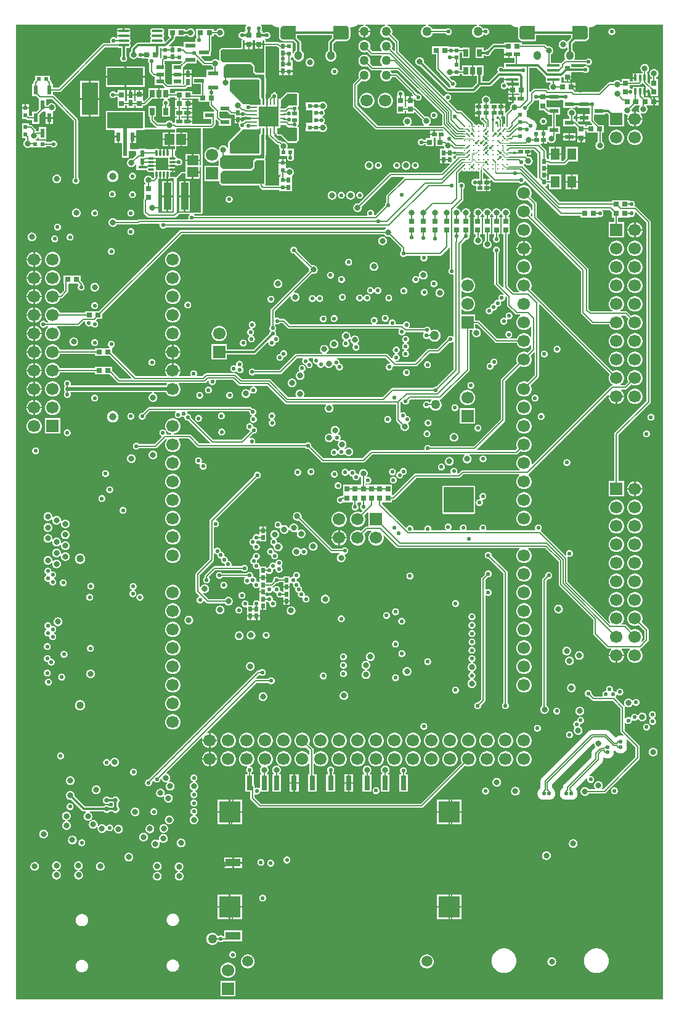
<source format=gbl>
%FSLAX43Y43*%
%MOMM*%
G71*
G01*
G75*
G04 Layer_Physical_Order=8*
G04 Layer_Color=16711680*
%ADD10C,0.175*%
%ADD11R,0.600X0.900*%
%ADD12R,0.800X0.650*%
%ADD13R,0.900X0.600*%
%ADD14R,0.650X0.800*%
%ADD15R,0.500X0.650*%
%ADD16R,0.600X0.550*%
%ADD17R,1.050X0.600*%
%ADD18R,0.550X0.600*%
%ADD19R,0.700X0.700*%
%ADD20R,1.000X2.250*%
%ADD21R,1.200X1.200*%
%ADD22R,1.200X1.200*%
%ADD23R,0.400X1.350*%
%ADD24R,1.100X0.600*%
%ADD25R,1.100X1.000*%
%ADD26R,0.700X0.700*%
%ADD27R,0.650X0.500*%
%ADD28R,1.500X2.400*%
%ADD29R,2.200X1.500*%
%ADD30R,1.092X1.600*%
%ADD31R,1.600X1.092*%
%ADD32R,1.350X1.500*%
%ADD33R,1.500X1.350*%
%ADD34R,0.762X0.762*%
%ADD35R,0.500X0.600*%
%ADD36R,0.762X0.762*%
%ADD37R,0.950X1.000*%
%ADD38R,2.800X1.400*%
%ADD39R,1.600X1.300*%
%ADD40R,1.300X1.600*%
%ADD41R,0.950X1.750*%
%ADD42R,2.500X4.600*%
%ADD43R,2.200X0.600*%
%ADD44R,0.300X1.700*%
%ADD45O,0.300X1.700*%
%ADD46O,1.700X0.300*%
%ADD47R,0.850X0.300*%
%ADD48R,1.300X1.400*%
%ADD49R,0.230X0.500*%
%ADD50R,0.500X0.230*%
%ADD51R,3.400X3.400*%
%ADD52C,0.320*%
%ADD53R,0.600X1.100*%
%ADD54R,4.100X3.500*%
%ADD55R,0.350X0.675*%
%ADD56R,2.500X1.700*%
%ADD57R,1.400X1.600*%
%ADD58R,0.700X0.300*%
%ADD59O,0.200X0.700*%
%ADD60O,0.700X0.200*%
%ADD61R,2.800X2.800*%
%ADD62R,1.000X1.600*%
%ADD63R,3.000X2.500*%
%ADD64R,1.200X2.000*%
%ADD65R,0.610X4.600*%
%ADD66R,2.000X4.900*%
%ADD67R,0.810X4.600*%
%ADD68R,1.100X0.300*%
%ADD69R,3.100X2.300*%
%ADD70R,2.270X0.280*%
%ADD71R,0.430X2.540*%
%ADD72R,0.430X4.700*%
%ADD73R,3.200X1.270*%
%ADD74R,3.683X1.270*%
%ADD75R,0.740X2.790*%
%ADD76C,0.180*%
%ADD77C,0.200*%
%ADD78C,0.150*%
%ADD79C,0.300*%
%ADD80C,0.165*%
%ADD81C,0.185*%
%ADD82C,0.127*%
%ADD83R,1.800X1.900*%
%ADD84R,0.300X0.900*%
%ADD85C,3.600*%
%ADD86R,1.700X1.700*%
G04:AMPARAMS|DCode=87|XSize=1.05mm|YSize=1.25mm|CornerRadius=0.525mm|HoleSize=0mm|Usage=FLASHONLY|Rotation=180.000|XOffset=0mm|YOffset=0mm|HoleType=Round|Shape=RoundedRectangle|*
%AMROUNDEDRECTD87*
21,1,1.050,0.200,0,0,180.0*
21,1,0.000,1.250,0,0,180.0*
1,1,1.050,0.000,0.100*
1,1,1.050,0.000,0.100*
1,1,1.050,0.000,-0.100*
1,1,1.050,0.000,-0.100*
%
%ADD87ROUNDEDRECTD87*%
G04:AMPARAMS|DCode=88|XSize=2.1mm|YSize=1.9mm|CornerRadius=0.494mm|HoleSize=0mm|Usage=FLASHONLY|Rotation=180.000|XOffset=0mm|YOffset=0mm|HoleType=Round|Shape=RoundedRectangle|*
%AMROUNDEDRECTD88*
21,1,2.100,0.912,0,0,180.0*
21,1,1.112,1.900,0,0,180.0*
1,1,0.988,-0.556,0.456*
1,1,0.988,0.556,0.456*
1,1,0.988,0.556,-0.456*
1,1,0.988,-0.556,-0.456*
%
%ADD88ROUNDEDRECTD88*%
%ADD89C,1.700*%
%ADD90R,1.700X1.700*%
%ADD91C,1.500*%
%ADD92R,5.000X2.400*%
%ADD93R,5.000X2.200*%
%ADD94R,2.200X4.500*%
%ADD95C,1.020*%
%ADD96C,1.000*%
%ADD97C,0.550*%
%ADD98C,0.400*%
%ADD99C,0.700*%
%ADD100C,0.660*%
%ADD101C,1.016*%
%ADD102C,0.500*%
%ADD103C,1.600*%
G04:AMPARAMS|DCode=104|XSize=2.524mm|YSize=2.524mm|CornerRadius=0mm|HoleSize=0mm|Usage=FLASHONLY|Rotation=0.000|XOffset=0mm|YOffset=0mm|HoleType=Round|Shape=Relief|Width=0.254mm|Gap=0.254mm|Entries=4|*
%AMTHD104*
7,0,0,2.524,2.016,0.254,45*
%
%ADD104THD104*%
%ADD105O,1.250X1.450*%
%ADD106O,1.425X2.100*%
%ADD107C,1.900*%
%ADD108C,2.100*%
%ADD109C,3.600*%
%AMTHOVALD110*
21,1,1.800,2.724,0,0,0.0*
1,1,2.724,-0.900,0.000*
1,1,2.724,0.900,0.000*
21,0,1.800,2.216,0,0,0.0*
1,0,2.216,-0.900,0.000*
1,0,2.216,0.900,0.000*
4,0,4,-0.810,-0.090,-1.773,-1.053,-1.953,-0.873,-0.990,0.090,-0.810,-0.090,0.0*
4,0,4,0.990,-0.090,1.953,0.873,1.773,1.053,0.810,0.090,0.990,-0.090,0.0*
4,0,4,-0.990,-0.090,-1.953,0.873,-1.773,1.053,-0.810,0.090,-0.990,-0.090,0.0*
4,0,4,0.810,-0.090,1.773,-1.053,1.953,-0.873,0.990,0.090,0.810,-0.090,0.0*
%
%ADD110THOVALD110*%

%ADD111O,4.100X1.800*%
%AMTHOVALD112*
21,1,1.700,2.824,0,0,270.0*
1,1,2.824,0.000,0.850*
1,1,2.824,0.000,-0.850*
21,0,1.700,2.316,0,0,270.0*
1,0,2.316,0.000,0.850*
1,0,2.316,0.000,-0.850*
4,0,4,-0.090,0.760,-1.088,1.759,-0.909,1.938,0.090,0.940,-0.090,0.760,0.0*
4,0,4,-0.090,-0.940,0.909,-1.938,1.088,-1.759,0.090,-0.760,-0.090,-0.940,0.0*
4,0,4,-0.090,0.940,0.909,1.938,1.088,1.759,0.090,0.760,-0.090,0.940,0.0*
4,0,4,-0.090,-0.760,-1.088,-1.759,-0.909,-1.938,0.090,-0.940,-0.090,-0.760,0.0*
%
%ADD112THOVALD112*%

%ADD113C,1.620*%
%ADD114C,1.790*%
%ADD115C,0.850*%
%ADD116C,0.800*%
%ADD117C,0.930*%
%ADD118C,3.300*%
%ADD119O,3.600X1.800*%
%ADD120O,1.900X3.600*%
%ADD121C,0.950*%
%ADD122C,0.800*%
%ADD123C,1.270*%
%ADD124R,1.300X0.600*%
%ADD125R,3.700X0.980*%
%ADD126R,0.600X1.300*%
%ADD127R,0.650X1.050*%
%ADD128R,0.980X3.700*%
%ADD129R,1.400X0.600*%
%ADD130R,0.350X0.850*%
%ADD131R,1.700X0.350*%
%ADD132C,0.280*%
%ADD133O,0.280X0.850*%
%ADD134O,0.850X0.280*%
%ADD135R,2.700X2.700*%
%ADD136R,0.700X0.230*%
%ADD137R,0.230X0.700*%
%ADD138O,1.524X0.381*%
%ADD139R,2.000X1.100*%
%ADD140R,3.000X3.000*%
%ADD141R,0.800X2.000*%
%ADD142C,0.125*%
%ADD143R,0.312X0.829*%
%ADD144R,1.490X0.201*%
%ADD145R,1.507X0.242*%
G36*
X-64050Y-14925D02*
X-64050Y-19678D01*
Y-19815D01*
X-64149Y-19902D01*
X-64250Y-19883D01*
Y-19784D01*
Y-19275D01*
X-66150D01*
Y-20050D01*
Y-20750D01*
Y-20774D01*
X-66700D01*
X-66739Y-20778D01*
X-66768Y-20787D01*
X-66777Y-20789D01*
X-66812Y-20808D01*
X-66842Y-20833D01*
X-67496Y-21487D01*
X-67509Y-21494D01*
X-67611Y-21512D01*
X-67661Y-21492D01*
X-67663Y-21491D01*
X-67698Y-21472D01*
X-67736Y-21461D01*
X-67775Y-21457D01*
X-68314D01*
X-68334Y-21435D01*
Y-20881D01*
X-68320Y-20851D01*
X-68249Y-20780D01*
X-68219Y-20766D01*
X-68050D01*
Y-20425D01*
X-67950D01*
Y-20325D01*
X-67340D01*
X-67350Y-20295D01*
X-67370Y-20255D01*
X-67383Y-20235D01*
X-67395Y-20218D01*
X-67395Y-20218D01*
X-67420Y-20180D01*
Y-20170D01*
X-67395Y-20132D01*
X-67395Y-20132D01*
X-67382Y-20114D01*
X-67370Y-20095D01*
X-67350Y-20055D01*
X-67336Y-20013D01*
X-67335Y-20007D01*
X-67330Y-19982D01*
X-67329Y-19980D01*
X-67305Y-19921D01*
X-67233Y-19901D01*
X-67224Y-19894D01*
X-67209Y-19890D01*
X-67199Y-19890D01*
X-67196Y-19890D01*
X-67196Y-19890D01*
X-67186Y-19892D01*
X-67153Y-19898D01*
X-67100Y-19901D01*
X-67047Y-19898D01*
X-67014Y-19892D01*
X-66988Y-19887D01*
X-66943Y-19874D01*
X-66894Y-19854D01*
X-66853Y-19831D01*
X-66831Y-19816D01*
X-66803Y-19797D01*
X-66764Y-19761D01*
X-66728Y-19722D01*
X-66709Y-19694D01*
X-66694Y-19672D01*
X-66671Y-19631D01*
X-66651Y-19582D01*
X-66638Y-19537D01*
X-66633Y-19511D01*
X-66627Y-19478D01*
X-66624Y-19425D01*
X-66627Y-19372D01*
X-66633Y-19339D01*
X-66638Y-19313D01*
X-66651Y-19268D01*
X-66671Y-19219D01*
X-66694Y-19178D01*
X-66709Y-19156D01*
X-66728Y-19128D01*
X-66764Y-19089D01*
X-66803Y-19053D01*
X-66831Y-19034D01*
X-66853Y-19019D01*
X-66894Y-18996D01*
X-66943Y-18976D01*
X-66988Y-18963D01*
X-67014Y-18958D01*
X-67047Y-18952D01*
X-67100Y-18949D01*
X-67153Y-18952D01*
X-67186Y-18958D01*
X-67196Y-18960D01*
X-67196Y-18960D01*
X-67199Y-18960D01*
X-67209Y-18960D01*
X-67224Y-18956D01*
X-67233Y-18949D01*
X-67305Y-18929D01*
X-67329Y-18870D01*
X-67330Y-18868D01*
X-67335Y-18843D01*
X-67336Y-18837D01*
X-67350Y-18795D01*
X-67370Y-18755D01*
X-67382Y-18736D01*
X-67395Y-18718D01*
X-67424Y-18684D01*
X-67458Y-18655D01*
X-67495Y-18630D01*
X-67535Y-18610D01*
X-67577Y-18596D01*
X-67621Y-18587D01*
X-67649Y-18585D01*
Y-17876D01*
X-67611Y-17872D01*
X-67573Y-17861D01*
X-67538Y-17842D01*
X-67508Y-17817D01*
X-67483Y-17787D01*
X-67464Y-17752D01*
X-67453Y-17714D01*
X-67449Y-17675D01*
Y-17250D01*
X-66875D01*
Y-16300D01*
Y-15350D01*
X-67449D01*
Y-14925D01*
X-67451Y-14904D01*
X-67437Y-14865D01*
X-67383Y-14794D01*
X-67358Y-14777D01*
X-64050D01*
Y-14925D01*
D02*
G37*
G36*
X-63779Y-6086D02*
X-63744Y-6116D01*
X-63705Y-6140D01*
X-63693Y-6145D01*
X-63663Y-6157D01*
X-63618Y-6168D01*
X-63573Y-6172D01*
X-62623D01*
X-62607Y-6200D01*
X-62568Y-6255D01*
X-62523Y-6306D01*
X-62473Y-6351D01*
X-62418Y-6390D01*
X-62389Y-6406D01*
Y-6768D01*
X-63298D01*
Y-7653D01*
X-63398Y-7718D01*
X-63398D01*
X-63425Y-7718D01*
X-65198D01*
Y-8718D01*
X-64088D01*
Y-10100D01*
X-64400D01*
Y-10106D01*
X-65256D01*
Y-9691D01*
X-66329D01*
X-66456Y-9691D01*
X-66456D01*
X-66583Y-9691D01*
X-67656D01*
Y-9928D01*
X-68340D01*
Y-9331D01*
X-66241D01*
X-66194Y-9328D01*
X-66183Y-9325D01*
X-66148Y-9317D01*
X-66123Y-9306D01*
X-66105Y-9298D01*
X-66064Y-9274D01*
X-66028Y-9243D01*
X-65895Y-9109D01*
X-65357D01*
Y-8009D01*
Y-7459D01*
X-66357D01*
Y-8009D01*
Y-8720D01*
X-66366Y-8729D01*
X-66549D01*
Y-7887D01*
Y-7487D01*
X-68049D01*
Y-7887D01*
Y-8729D01*
X-68616D01*
X-68949Y-8396D01*
Y-7887D01*
Y-6937D01*
Y-5937D01*
X-69051D01*
Y-5520D01*
X-68529D01*
X-68529Y-5520D01*
D01*
X-68529D01*
X-68436Y-5521D01*
X-68402Y-5521D01*
X-67536D01*
Y-5521D01*
X-67525Y-5521D01*
Y-5521D01*
X-66682D01*
X-66630Y-5648D01*
X-66918Y-5937D01*
X-68049D01*
Y-6937D01*
Y-7287D01*
X-66549D01*
Y-6937D01*
Y-6384D01*
X-66022Y-5856D01*
X-64623D01*
Y-5408D01*
X-64506Y-5359D01*
X-63779Y-6086D01*
D02*
G37*
G36*
X-12300Y-11950D02*
X-10613D01*
Y-12850D01*
X-11350D01*
Y-13350D01*
Y-13850D01*
X-10603D01*
X-10599Y-13864D01*
X-10582Y-13906D01*
X-10558Y-13945D01*
X-10529Y-13979D01*
X-10300Y-14208D01*
X-10349Y-14325D01*
X-11075D01*
Y-14562D01*
X-11275D01*
Y-14300D01*
X-11992D01*
X-12326Y-13966D01*
X-12263Y-13850D01*
X-11550D01*
Y-13450D01*
X-12300D01*
Y-13813D01*
X-12416Y-13876D01*
X-12446Y-13846D01*
X-12480Y-13817D01*
X-12519Y-13793D01*
X-12561Y-13776D01*
X-12600Y-13766D01*
Y-13550D01*
X-12834D01*
Y-13200D01*
X-12805Y-13184D01*
X-12750Y-13145D01*
X-12700Y-13100D01*
X-12655Y-13050D01*
X-12616Y-12995D01*
X-12584Y-12936D01*
X-12558Y-12873D01*
X-12539Y-12809D01*
X-12528Y-12742D01*
X-12524Y-12675D01*
X-12528Y-12608D01*
X-12539Y-12541D01*
X-12558Y-12477D01*
X-12584Y-12414D01*
X-12616Y-12355D01*
X-12655Y-12300D01*
X-12700Y-12250D01*
X-12750Y-12205D01*
X-12805Y-12166D01*
X-12864Y-12134D01*
X-12927Y-12108D01*
X-12991Y-12089D01*
X-13058Y-12078D01*
X-13073Y-12077D01*
X-13069Y-11950D01*
X-12600D01*
Y-11801D01*
X-12300D01*
Y-11950D01*
D02*
G37*
G36*
X-17813Y-18252D02*
Y-21550D01*
X-17810Y-21595D01*
X-17808Y-21601D01*
X-17923Y-21666D01*
X-19672Y-19918D01*
X-19702Y-19822D01*
X-19678Y-19747D01*
X-19647Y-19703D01*
X-19645Y-19700D01*
X-19641Y-19696D01*
X-19518Y-19672D01*
X-19500Y-19675D01*
X-19450Y-19720D01*
X-19395Y-19759D01*
X-19336Y-19791D01*
X-19273Y-19817D01*
X-19209Y-19836D01*
X-19142Y-19847D01*
X-19075Y-19851D01*
X-19008Y-19847D01*
X-18941Y-19836D01*
X-18877Y-19817D01*
X-18814Y-19791D01*
X-18755Y-19759D01*
X-18700Y-19720D01*
X-18650Y-19675D01*
X-18605Y-19625D01*
X-18566Y-19570D01*
X-18534Y-19511D01*
X-18508Y-19448D01*
X-18489Y-19384D01*
X-18478Y-19317D01*
X-18474Y-19250D01*
X-18478Y-19183D01*
X-18489Y-19116D01*
X-18508Y-19052D01*
X-18534Y-18989D01*
X-18566Y-18930D01*
X-18605Y-18875D01*
X-18650Y-18825D01*
X-18700Y-18780D01*
X-18755Y-18741D01*
X-18814Y-18709D01*
X-18877Y-18683D01*
X-18941Y-18664D01*
X-19008Y-18653D01*
X-19075Y-18649D01*
X-19142Y-18653D01*
X-19209Y-18664D01*
X-19243Y-18674D01*
X-19340Y-18577D01*
X-19339Y-18554D01*
X-19300Y-18467D01*
Y-18000D01*
X-19200D01*
Y-17900D01*
X-18675D01*
Y-17738D01*
X-18327D01*
X-17813Y-18252D01*
D02*
G37*
G36*
X-17674Y-10913D02*
X-17625Y-10950D01*
Y-11100D01*
X-17625D01*
X-17625D01*
Y-11100D01*
X-17625D01*
X-17625Y-11100D01*
Y-12300D01*
X-16933D01*
X-16629Y-12604D01*
X-16595Y-12633D01*
X-16556Y-12657D01*
X-16514Y-12674D01*
X-16470Y-12685D01*
X-16425Y-12688D01*
X-16400D01*
Y-12900D01*
X-15838D01*
Y-14500D01*
X-16400D01*
Y-14954D01*
X-16475Y-15050D01*
X-16875D01*
Y-15525D01*
X-17075D01*
Y-15050D01*
X-17348D01*
X-17475Y-15050D01*
X-17475Y-15050D01*
X-17475D01*
Y-15050D01*
X-17475Y-15050D01*
X-18039D01*
X-18102Y-14923D01*
X-18096Y-14916D01*
X-18055Y-14852D01*
X-18020Y-14784D01*
X-17991Y-14713D01*
X-17968Y-14640D01*
X-17951Y-14566D01*
X-17941Y-14490D01*
X-17938Y-14414D01*
X-17941Y-14337D01*
X-17951Y-14262D01*
X-17968Y-14187D01*
X-17991Y-14114D01*
X-18020Y-14044D01*
X-18055Y-13976D01*
X-18096Y-13911D01*
X-18143Y-13851D01*
X-18194Y-13794D01*
X-18251Y-13743D01*
X-18311Y-13696D01*
X-18376Y-13655D01*
X-18444Y-13620D01*
X-18514Y-13591D01*
X-18587Y-13568D01*
X-18662Y-13551D01*
X-18705Y-13546D01*
X-18839Y-13412D01*
X-18889Y-13366D01*
X-18944Y-13326D01*
X-19002Y-13291D01*
X-19063Y-13262D01*
X-19127Y-13239D01*
X-19193Y-13222D01*
X-19260Y-13212D01*
X-19300Y-13211D01*
Y-13000D01*
Y-12381D01*
X-19295Y-12379D01*
X-19248Y-12353D01*
X-19204Y-12323D01*
X-19165Y-12287D01*
X-19129Y-12247D01*
X-19098Y-12204D01*
X-19072Y-12157D01*
X-19052Y-12108D01*
X-19037Y-12056D01*
X-19028Y-12004D01*
X-19025Y-11951D01*
X-19028Y-11897D01*
X-19030Y-11887D01*
X-18396Y-11254D01*
X-18367Y-11219D01*
X-18343Y-11181D01*
X-18326Y-11139D01*
X-18315Y-11095D01*
X-18312Y-11050D01*
Y-11029D01*
X-18291Y-11004D01*
X-18185Y-10948D01*
X-18182Y-10949D01*
X-18131Y-10964D01*
X-18078Y-10973D01*
X-18025Y-10976D01*
X-17972Y-10973D01*
X-17919Y-10964D01*
X-17868Y-10949D01*
X-17819Y-10929D01*
X-17772Y-10903D01*
X-17752Y-10889D01*
X-17674Y-10913D01*
D02*
G37*
G36*
X-69479Y-3779D02*
Y-3920D01*
X-69004D01*
Y-4120D01*
X-69479D01*
Y-4393D01*
X-69479Y-4520D01*
X-69479Y-4520D01*
Y-4520D01*
X-69479D01*
X-69479Y-4520D01*
Y-5092D01*
X-69544Y-5157D01*
X-69573Y-5191D01*
X-69573Y-5192D01*
X-69700Y-5156D01*
Y-4686D01*
X-69699Y-4675D01*
Y-3766D01*
X-69492D01*
X-69479Y-3779D01*
D02*
G37*
G36*
X-58032Y-2705D02*
Y-3130D01*
X-56982D01*
Y-2795D01*
X-56892Y-2705D01*
X-56657Y-2705D01*
Y-3130D01*
X-55607D01*
Y-2795D01*
X-55517Y-2705D01*
X-55407D01*
X-55357Y-2755D01*
Y-4555D01*
X-55357Y-4555D01*
Y-7055D01*
X-55457Y-7155D01*
X-56457D01*
X-56667Y-6945D01*
X-56667Y-6195D01*
X-57132Y-5730D01*
X-60982D01*
X-61332Y-5380D01*
Y-4130D01*
X-61132Y-3930D01*
X-58307D01*
X-58307Y-2805D01*
X-58207Y-2705D01*
X-58032D01*
D02*
G37*
G36*
X-72025Y-19975D02*
X-71625D01*
X-71625Y-19975D01*
X-71514Y-20014D01*
X-71500Y-20055D01*
X-71480Y-20095D01*
X-71455Y-20132D01*
X-71431Y-20175D01*
X-71455Y-20218D01*
X-71480Y-20255D01*
X-71500Y-20295D01*
X-71502Y-20300D01*
X-72617D01*
X-72625Y-20292D01*
Y-19975D01*
X-72225D01*
Y-19325D01*
X-72025D01*
Y-19975D01*
D02*
G37*
G36*
X-16748Y-7698D02*
X-16714Y-7728D01*
X-16675Y-7754D01*
X-16675Y-7754D01*
Y-7825D01*
Y-8475D01*
X-16036D01*
X-15995Y-8602D01*
X-16000Y-8605D01*
X-16050Y-8650D01*
X-16095Y-8700D01*
X-16134Y-8755D01*
X-16166Y-8814D01*
X-16192Y-8877D01*
X-16211Y-8941D01*
X-16222Y-9008D01*
X-16226Y-9075D01*
X-16222Y-9142D01*
X-16211Y-9209D01*
X-16192Y-9273D01*
X-16166Y-9336D01*
X-16134Y-9395D01*
X-16123Y-9410D01*
X-16170Y-9520D01*
X-16187Y-9537D01*
X-16331D01*
X-16459Y-9409D01*
X-16493Y-9379D01*
X-16532Y-9356D01*
X-16573Y-9338D01*
X-16617Y-9328D01*
X-16663Y-9324D01*
X-18188D01*
X-18233Y-9328D01*
X-18277Y-9338D01*
X-18318Y-9356D01*
X-18357Y-9379D01*
X-18391Y-9409D01*
X-18797Y-9814D01*
X-18823Y-9812D01*
X-18924Y-9766D01*
Y-6501D01*
X-17945D01*
X-16748Y-7698D01*
D02*
G37*
G36*
X-64050Y-20298D02*
Y-26350D01*
X-67375D01*
Y-21650D01*
X-66700Y-20975D01*
X-66150D01*
Y-21700D01*
X-65300D01*
Y-20825D01*
X-65200D01*
Y-20725D01*
X-64250D01*
Y-20125D01*
X-64050D01*
Y-20298D01*
D02*
G37*
G36*
X-68575Y-21762D02*
X-68542Y-21755D01*
X-68430Y-21680D01*
X-68415Y-21658D01*
X-67775D01*
Y-26350D01*
X-69835D01*
X-69925Y-26260D01*
X-69925Y-21830D01*
X-69808Y-21755D01*
X-69775Y-21762D01*
Y-21150D01*
X-69575D01*
Y-21762D01*
X-69542Y-21755D01*
X-69430Y-21680D01*
X-69420D01*
X-69308Y-21755D01*
X-69275Y-21762D01*
Y-21150D01*
X-69075D01*
Y-21762D01*
X-69042Y-21755D01*
X-68930Y-21680D01*
X-68920D01*
X-68808Y-21755D01*
X-68775Y-21762D01*
Y-21150D01*
X-68575D01*
Y-21762D01*
D02*
G37*
G36*
X-55382Y-18880D02*
X-55457Y-18955D01*
X-56582Y-18955D01*
X-56882Y-19255D01*
X-56882Y-20030D01*
X-57232Y-20380D01*
X-61007Y-20380D01*
X-61457Y-19930D01*
X-61457Y-18930D01*
X-61057Y-18530D01*
X-56007Y-18530D01*
X-55807Y-18330D01*
Y-15755D01*
X-55582Y-15530D01*
Y-14780D01*
X-55382D01*
X-55382Y-18880D01*
D02*
G37*
G36*
X-64400Y-11150D02*
X-63327D01*
X-63200Y-11150D01*
X-63200D01*
X-63073Y-11150D01*
X-62891D01*
Y-11579D01*
X-62887Y-11624D01*
X-62877Y-11669D01*
X-62859Y-11711D01*
X-62835Y-11750D01*
X-62806Y-11784D01*
X-62227Y-12363D01*
X-62275Y-12481D01*
X-63748D01*
Y-13481D01*
X-62664D01*
Y-14114D01*
X-62750Y-14200D01*
X-65256D01*
Y-13934D01*
X-65906D01*
Y-13834D01*
X-66006D01*
Y-13334D01*
X-66768D01*
Y-13137D01*
X-66006D01*
Y-12637D01*
Y-12137D01*
X-66682D01*
X-66732Y-12010D01*
X-66678Y-11955D01*
X-66583D01*
X-66456Y-11955D01*
X-66456D01*
D01*
X-66329Y-11955D01*
X-65956D01*
Y-11430D01*
Y-10905D01*
X-66329D01*
X-66456Y-10905D01*
X-66456D01*
X-66583Y-10905D01*
X-66663D01*
X-66716Y-10778D01*
X-66678Y-10741D01*
X-66583D01*
X-66456Y-10741D01*
X-66456D01*
D01*
X-66329Y-10741D01*
X-65256D01*
Y-10682D01*
X-64400D01*
Y-11150D01*
D02*
G37*
G36*
X-55357Y-19305D02*
Y-22355D01*
X-55432Y-22430D01*
X-61132D01*
X-61332Y-22230D01*
Y-20980D01*
X-60982Y-20630D01*
X-57132D01*
X-56667Y-20165D01*
X-56667Y-19415D01*
X-56457Y-19205D01*
X-55457D01*
X-55357Y-19305D01*
D02*
G37*
G36*
X-22275Y-13150D02*
X-22251Y-13267D01*
Y-14162D01*
X-22277Y-14187D01*
X-22300D01*
X-22367Y-14190D01*
X-22434Y-14200D01*
X-22500Y-14216D01*
X-22524Y-14225D01*
X-22537Y-14221D01*
X-22581Y-14212D01*
X-22625Y-14209D01*
X-22674Y-14085D01*
Y-13600D01*
X-22678Y-13557D01*
X-22688Y-13515D01*
X-22704Y-13475D01*
X-22727Y-13438D01*
X-22755Y-13405D01*
X-22847Y-13313D01*
X-22805Y-13202D01*
X-22753Y-13150D01*
X-22275D01*
D02*
G37*
G36*
X-52057Y-14730D02*
X-50907Y-14730D01*
X-50857Y-14780D01*
X-50857Y-16430D01*
X-51007Y-16580D01*
X-52032Y-16580D01*
X-52982Y-15630D01*
X-53432Y-15630D01*
X-53582Y-15480D01*
Y-14805D01*
X-53282D01*
X-53107Y-14630D01*
Y-14330D01*
X-52457D01*
X-52057Y-14730D01*
D02*
G37*
G36*
X-55882Y-15480D02*
X-56007Y-15605D01*
X-56007Y-18205D01*
X-56082Y-18280D01*
X-59932D01*
X-60107Y-18105D01*
X-60107Y-16705D01*
X-58332Y-14930D01*
X-55882D01*
X-55882Y-15480D01*
D02*
G37*
G36*
X-54269Y-592D02*
X-54190Y-655D01*
X-54106Y-711D01*
X-54017Y-760D01*
X-53926Y-803D01*
X-53831Y-837D01*
X-53734Y-865D01*
X-53635Y-885D01*
X-53558Y-894D01*
X-53534Y-896D01*
X-53433Y-900D01*
X-53329Y-955D01*
X-53317Y-966D01*
X-53299Y-1002D01*
X-53305Y-1017D01*
X-53321Y-1083D01*
X-53331Y-1151D01*
X-53334Y-1209D01*
X-53334Y-1210D01*
X-53334Y-1211D01*
X-53335Y-1219D01*
Y-1224D01*
X-53335Y-1225D01*
Y-2125D01*
X-53335Y-2126D01*
Y-2131D01*
X-53334Y-2140D01*
X-53334Y-2140D01*
X-53334Y-2140D01*
X-53331Y-2199D01*
X-53321Y-2267D01*
X-53305Y-2333D01*
X-53282Y-2397D01*
X-53253Y-2459D01*
X-53218Y-2517D01*
X-53177Y-2572D01*
X-53131Y-2622D01*
X-53081Y-2668D01*
X-53026Y-2709D01*
X-52968Y-2744D01*
X-52906Y-2773D01*
X-52842Y-2796D01*
X-52776Y-2812D01*
X-52708Y-2822D01*
X-52640Y-2826D01*
X-52635D01*
X-52634Y-2826D01*
X-51329D01*
X-51010Y-3145D01*
Y-4065D01*
X-51062Y-4096D01*
X-51119Y-4139D01*
X-51172Y-4187D01*
X-51220Y-4240D01*
X-51263Y-4297D01*
X-51299Y-4358D01*
X-51330Y-4422D01*
X-51354Y-4489D01*
X-51355Y-4495D01*
X-51482Y-4479D01*
Y-4132D01*
X-51482Y-4005D01*
X-51482Y-4005D01*
Y-4005D01*
X-51482D01*
X-51482Y-4005D01*
Y-3005D01*
X-53237D01*
X-53351Y-2973D01*
X-53351D01*
D01*
X-53393Y-2956D01*
X-53437Y-2945D01*
X-53437Y-2945D01*
X-53465Y-2943D01*
X-53482Y-2942D01*
X-55156D01*
Y-2755D01*
X-55160Y-2716D01*
X-55171Y-2678D01*
X-55190Y-2643D01*
X-55215Y-2613D01*
X-55265Y-2563D01*
X-55270Y-2559D01*
X-55199Y-2453D01*
X-55188Y-2459D01*
X-55139Y-2479D01*
X-55088Y-2494D01*
X-55035Y-2503D01*
X-54982Y-2506D01*
X-54929Y-2503D01*
X-54876Y-2494D01*
X-54825Y-2479D01*
X-54776Y-2459D01*
X-54729Y-2433D01*
X-54685Y-2402D01*
X-54646Y-2366D01*
X-54610Y-2327D01*
X-54579Y-2283D01*
X-54553Y-2236D01*
X-54533Y-2187D01*
X-54518Y-2136D01*
X-54509Y-2083D01*
X-54506Y-2030D01*
X-54509Y-1977D01*
X-54518Y-1924D01*
X-54533Y-1873D01*
X-54553Y-1824D01*
X-54579Y-1777D01*
X-54610Y-1733D01*
X-54646Y-1694D01*
X-54685Y-1658D01*
X-54729Y-1627D01*
X-54776Y-1601D01*
X-54825Y-1581D01*
X-54876Y-1566D01*
X-54929Y-1557D01*
X-54982Y-1554D01*
X-55035Y-1557D01*
X-55088Y-1566D01*
X-55139Y-1581D01*
X-55188Y-1601D01*
X-55235Y-1627D01*
X-55279Y-1658D01*
X-55302Y-1679D01*
X-55607D01*
Y-1430D01*
X-55682D01*
X-55719Y-1381D01*
X-55743Y-1303D01*
X-55729Y-1283D01*
X-55703Y-1236D01*
X-55683Y-1187D01*
X-55668Y-1136D01*
X-55659Y-1083D01*
X-55656Y-1030D01*
X-55659Y-977D01*
X-55668Y-924D01*
X-55683Y-873D01*
X-55703Y-824D01*
X-55729Y-777D01*
X-55760Y-733D01*
X-55796Y-694D01*
X-55813Y-678D01*
X-55796Y-597D01*
X-55767Y-551D01*
X-54314D01*
X-54269Y-592D01*
D02*
G37*
G36*
X-50857Y-11605D02*
X-52007Y-11605D01*
X-52432Y-12030D01*
X-53107Y-12030D01*
X-53107Y-10980D01*
X-52182Y-10055D01*
X-50857Y-10055D01*
X-50857Y-11605D01*
D02*
G37*
G36*
X-551Y-134449D02*
X-89449D01*
Y-551D01*
X-57872D01*
X-57843Y-597D01*
X-57826Y-678D01*
X-57843Y-694D01*
X-57879Y-733D01*
X-57910Y-777D01*
X-57936Y-824D01*
X-57956Y-873D01*
X-57971Y-924D01*
X-57980Y-977D01*
X-57983Y-1030D01*
X-57980Y-1083D01*
X-57971Y-1136D01*
X-57956Y-1187D01*
X-57936Y-1236D01*
X-57910Y-1283D01*
X-57896Y-1303D01*
X-57920Y-1381D01*
X-57957Y-1430D01*
X-58032D01*
Y-1555D01*
X-58081Y-1592D01*
X-58159Y-1616D01*
X-58179Y-1602D01*
X-58226Y-1576D01*
X-58275Y-1556D01*
X-58326Y-1541D01*
X-58379Y-1532D01*
X-58432Y-1529D01*
X-58485Y-1532D01*
X-58538Y-1541D01*
X-58589Y-1556D01*
X-58638Y-1576D01*
X-58685Y-1602D01*
X-58729Y-1633D01*
X-58768Y-1669D01*
X-58804Y-1708D01*
X-58835Y-1752D01*
X-58861Y-1799D01*
X-58881Y-1848D01*
X-58896Y-1899D01*
X-58905Y-1952D01*
X-58908Y-2005D01*
X-58905Y-2058D01*
X-58896Y-2111D01*
X-58881Y-2162D01*
X-58861Y-2211D01*
X-58835Y-2258D01*
X-58804Y-2302D01*
X-58768Y-2341D01*
X-58729Y-2377D01*
X-58685Y-2408D01*
X-58638Y-2434D01*
X-58589Y-2454D01*
X-58538Y-2469D01*
X-58485Y-2478D01*
X-58446Y-2480D01*
X-58422Y-2512D01*
X-58392Y-2606D01*
X-58449Y-2663D01*
X-58474Y-2693D01*
X-58483Y-2710D01*
X-58493Y-2728D01*
X-58504Y-2766D01*
X-58508Y-2805D01*
X-58508Y-3639D01*
X-58598Y-3729D01*
X-61132D01*
X-61171Y-3733D01*
X-61209Y-3744D01*
X-61244Y-3763D01*
X-61274Y-3788D01*
X-61474Y-3988D01*
X-61499Y-4018D01*
X-61518Y-4053D01*
X-61529Y-4091D01*
X-61533Y-4130D01*
Y-5380D01*
X-61529Y-5419D01*
X-61525Y-5432D01*
X-61628Y-5506D01*
X-61673Y-5456D01*
X-61723Y-5411D01*
X-61778Y-5372D01*
X-61837Y-5339D01*
X-61899Y-5314D01*
X-61964Y-5295D01*
X-62031Y-5284D01*
X-62098Y-5280D01*
X-62165Y-5284D01*
X-62232Y-5295D01*
X-62296Y-5314D01*
X-62359Y-5339D01*
X-62418Y-5372D01*
X-62473Y-5411D01*
X-62523Y-5456D01*
X-62568Y-5506D01*
X-62607Y-5561D01*
X-62623Y-5590D01*
X-63452D01*
X-64019Y-5023D01*
X-63971Y-4906D01*
X-62723D01*
Y-4324D01*
X-62714Y-4314D01*
X-62684Y-4280D01*
X-62661Y-4241D01*
X-62643Y-4199D01*
X-62633Y-4155D01*
X-62629Y-4110D01*
Y-2175D01*
X-62318D01*
Y-1938D01*
X-61951D01*
X-61934Y-1970D01*
X-61895Y-2025D01*
X-61850Y-2075D01*
X-61800Y-2120D01*
X-61745Y-2159D01*
X-61686Y-2191D01*
X-61623Y-2217D01*
X-61559Y-2236D01*
X-61492Y-2247D01*
X-61425Y-2251D01*
X-61358Y-2247D01*
X-61291Y-2236D01*
X-61227Y-2217D01*
X-61164Y-2191D01*
X-61105Y-2159D01*
X-61050Y-2120D01*
X-61000Y-2075D01*
X-60955Y-2025D01*
X-60916Y-1970D01*
X-60884Y-1911D01*
X-60858Y-1848D01*
X-60839Y-1784D01*
X-60828Y-1717D01*
X-60824Y-1650D01*
X-60828Y-1583D01*
X-60839Y-1516D01*
X-60858Y-1452D01*
X-60884Y-1389D01*
X-60916Y-1330D01*
X-60955Y-1275D01*
X-61000Y-1225D01*
X-61050Y-1180D01*
X-61105Y-1141D01*
X-61164Y-1109D01*
X-61227Y-1083D01*
X-61291Y-1064D01*
X-61358Y-1053D01*
X-61425Y-1049D01*
X-61492Y-1053D01*
X-61559Y-1064D01*
X-61623Y-1083D01*
X-61686Y-1109D01*
X-61745Y-1141D01*
X-61800Y-1180D01*
X-61850Y-1225D01*
X-61895Y-1275D01*
X-61934Y-1330D01*
X-61951Y-1362D01*
X-62318D01*
Y-1125D01*
X-63391D01*
X-63518Y-1125D01*
X-63518Y-1125D01*
X-63518D01*
Y-1125D01*
X-63518Y-1125D01*
X-64718D01*
Y-2175D01*
X-64664D01*
X-64663Y-2302D01*
X-64693Y-2329D01*
X-64728Y-2368D01*
X-64759Y-2412D01*
X-64785Y-2459D01*
X-64805Y-2508D01*
X-64820Y-2559D01*
X-64829Y-2612D01*
X-64832Y-2665D01*
X-64829Y-2718D01*
X-64820Y-2771D01*
X-64805Y-2822D01*
X-64803Y-2829D01*
X-64854Y-2930D01*
X-64884Y-2956D01*
X-66423D01*
Y-3529D01*
X-66549Y-3621D01*
X-66575Y-3613D01*
Y-3521D01*
X-67409D01*
X-67525Y-3521D01*
X-67525Y-3521D01*
X-67536D01*
Y-3521D01*
X-67536Y-3521D01*
X-67886D01*
Y-4046D01*
X-68086D01*
Y-3521D01*
X-68429D01*
X-68514Y-3426D01*
X-67729Y-2641D01*
X-67699Y-2607D01*
X-67673Y-2569D01*
X-67653Y-2528D01*
X-67638Y-2484D01*
X-67629Y-2439D01*
X-67626Y-2393D01*
Y-2265D01*
X-67540Y-2179D01*
X-67499Y-2175D01*
X-67377Y-2175D01*
X-67377D01*
X-67250Y-2175D01*
X-66177D01*
Y-2001D01*
X-65962D01*
X-65945Y-2025D01*
X-65900Y-2075D01*
X-65850Y-2120D01*
X-65795Y-2159D01*
X-65736Y-2191D01*
X-65673Y-2217D01*
X-65609Y-2236D01*
X-65542Y-2247D01*
X-65475Y-2251D01*
X-65408Y-2247D01*
X-65341Y-2236D01*
X-65277Y-2217D01*
X-65214Y-2191D01*
X-65155Y-2159D01*
X-65100Y-2120D01*
X-65050Y-2075D01*
X-65005Y-2025D01*
X-64966Y-1970D01*
X-64934Y-1911D01*
X-64908Y-1848D01*
X-64889Y-1784D01*
X-64878Y-1717D01*
X-64874Y-1650D01*
X-64878Y-1583D01*
X-64889Y-1516D01*
X-64908Y-1452D01*
X-64934Y-1389D01*
X-64966Y-1330D01*
X-65005Y-1275D01*
X-65050Y-1225D01*
X-65100Y-1180D01*
X-65155Y-1141D01*
X-65214Y-1109D01*
X-65277Y-1083D01*
X-65341Y-1064D01*
X-65408Y-1053D01*
X-65475Y-1049D01*
X-65542Y-1053D01*
X-65609Y-1064D01*
X-65673Y-1083D01*
X-65736Y-1109D01*
X-65795Y-1141D01*
X-65850Y-1180D01*
X-65900Y-1225D01*
X-65945Y-1275D01*
X-65962Y-1299D01*
X-66177D01*
Y-1125D01*
X-67250D01*
X-67377Y-1125D01*
X-67377D01*
D01*
X-67504Y-1125D01*
X-68577D01*
Y-2175D01*
X-68434D01*
X-68382Y-2302D01*
X-69021Y-2942D01*
X-69130Y-2875D01*
X-69114Y-2826D01*
X-69104Y-2776D01*
X-69100Y-2725D01*
X-69104Y-2674D01*
X-69114Y-2624D01*
X-69130Y-2575D01*
X-69153Y-2529D01*
X-69181Y-2487D01*
X-69215Y-2439D01*
Y-2361D01*
X-69181Y-2313D01*
X-69153Y-2271D01*
X-69130Y-2225D01*
X-69114Y-2176D01*
X-69104Y-2126D01*
X-69100Y-2075D01*
X-69104Y-2024D01*
X-69114Y-1974D01*
X-69130Y-1925D01*
X-69153Y-1879D01*
X-69181Y-1837D01*
X-69215Y-1789D01*
Y-1710D01*
X-69181Y-1663D01*
X-69153Y-1621D01*
X-69130Y-1575D01*
X-69114Y-1526D01*
X-69104Y-1476D01*
X-69100Y-1425D01*
X-69104Y-1374D01*
X-69114Y-1324D01*
X-69130Y-1275D01*
X-69153Y-1229D01*
X-69181Y-1187D01*
X-69215Y-1148D01*
X-69253Y-1114D01*
X-69296Y-1086D01*
X-69342Y-1063D01*
X-69390Y-1047D01*
X-69441Y-1037D01*
X-69492Y-1034D01*
X-70635D01*
X-70686Y-1037D01*
X-70736Y-1047D01*
X-70784Y-1063D01*
X-70830Y-1086D01*
X-70873Y-1114D01*
X-70911Y-1148D01*
X-70945Y-1187D01*
X-70974Y-1229D01*
X-70996Y-1275D01*
X-71013Y-1324D01*
X-71023Y-1374D01*
X-71026Y-1425D01*
X-71023Y-1476D01*
X-71013Y-1526D01*
X-70996Y-1575D01*
X-70974Y-1621D01*
X-70945Y-1663D01*
X-70911Y-1710D01*
Y-1789D01*
X-70945Y-1837D01*
X-70974Y-1879D01*
X-70996Y-1925D01*
X-71013Y-1974D01*
X-71023Y-2024D01*
X-71026Y-2075D01*
X-71023Y-2126D01*
X-71013Y-2176D01*
X-70996Y-2225D01*
X-70974Y-2271D01*
X-70945Y-2313D01*
X-70911Y-2361D01*
Y-2439D01*
X-70945Y-2487D01*
X-70974Y-2529D01*
X-70996Y-2575D01*
X-71013Y-2624D01*
X-71023Y-2674D01*
X-71026Y-2725D01*
X-71023Y-2776D01*
X-71013Y-2826D01*
X-70996Y-2875D01*
X-70985Y-2897D01*
X-71012Y-2969D01*
X-71057Y-3024D01*
X-72700D01*
X-72746Y-3027D01*
X-72752Y-3029D01*
X-72791Y-3036D01*
X-72834Y-3051D01*
X-72875Y-3071D01*
X-72914Y-3097D01*
X-72948Y-3127D01*
X-73548Y-3727D01*
X-73578Y-3762D01*
X-73604Y-3800D01*
X-73624Y-3841D01*
X-73639Y-3884D01*
X-73648Y-3929D01*
X-73651Y-3975D01*
Y-4188D01*
X-73675Y-4205D01*
X-73725Y-4250D01*
X-73770Y-4300D01*
X-73809Y-4355D01*
X-73841Y-4414D01*
X-73867Y-4477D01*
X-73886Y-4541D01*
X-73897Y-4608D01*
X-73901Y-4675D01*
X-73897Y-4742D01*
X-73886Y-4809D01*
X-73867Y-4873D01*
X-73841Y-4936D01*
X-73809Y-4995D01*
X-73770Y-5050D01*
X-73725Y-5100D01*
X-73675Y-5145D01*
X-73620Y-5184D01*
X-73561Y-5216D01*
X-73498Y-5242D01*
X-73434Y-5261D01*
X-73367Y-5272D01*
X-73300Y-5276D01*
X-73233Y-5272D01*
X-73166Y-5261D01*
X-73102Y-5242D01*
X-73039Y-5216D01*
X-72980Y-5184D01*
X-72925Y-5145D01*
X-72875Y-5100D01*
X-72858Y-5081D01*
X-72798Y-5052D01*
X-72699Y-5059D01*
X-72691Y-5065D01*
X-72655Y-5090D01*
X-72608Y-5116D01*
X-72559Y-5136D01*
X-72508Y-5151D01*
X-72455Y-5160D01*
X-72402Y-5163D01*
X-72349Y-5160D01*
X-72296Y-5151D01*
X-72245Y-5136D01*
X-72227Y-5129D01*
X-72203Y-5140D01*
X-72100Y-5200D01*
X-72100Y-5200D01*
X-72100Y-5200D01*
X-72100D01*
X-71976Y-5200D01*
X-71357D01*
X-71347Y-5207D01*
X-71279Y-5319D01*
X-71299Y-5368D01*
X-71314Y-5419D01*
X-71323Y-5472D01*
X-71326Y-5525D01*
X-71323Y-5578D01*
X-71314Y-5631D01*
X-71299Y-5682D01*
X-71279Y-5731D01*
X-71253Y-5778D01*
X-71222Y-5822D01*
X-71186Y-5861D01*
X-71151Y-5893D01*
Y-7020D01*
X-71147Y-7067D01*
X-71145Y-7078D01*
X-71136Y-7113D01*
X-71126Y-7138D01*
X-71118Y-7156D01*
X-71093Y-7197D01*
X-71063Y-7232D01*
X-70696Y-7599D01*
X-70660Y-7630D01*
X-70620Y-7655D01*
X-70576Y-7673D01*
X-70530Y-7684D01*
X-70483Y-7688D01*
X-70449D01*
Y-7887D01*
Y-8837D01*
X-69360D01*
X-69036Y-9161D01*
X-69088Y-9288D01*
X-69718D01*
Y-10013D01*
Y-10738D01*
X-69148D01*
X-69115Y-10865D01*
X-69128Y-10872D01*
X-69172Y-10903D01*
X-69211Y-10939D01*
X-69247Y-10978D01*
X-69278Y-11022D01*
X-69304Y-11069D01*
X-69324Y-11118D01*
X-69339Y-11169D01*
X-69348Y-11222D01*
X-69351Y-11275D01*
X-69348Y-11328D01*
X-69339Y-11381D01*
X-69324Y-11432D01*
X-69304Y-11481D01*
X-69278Y-11528D01*
X-69247Y-11572D01*
X-69212Y-11611D01*
X-69212Y-11612D01*
X-69260Y-11738D01*
X-69390D01*
Y-13188D01*
X-68340D01*
Y-11738D01*
X-68490D01*
X-68538Y-11612D01*
X-68538Y-11611D01*
X-68503Y-11572D01*
X-68472Y-11528D01*
X-68446Y-11481D01*
X-68426Y-11432D01*
X-68411Y-11381D01*
X-68402Y-11328D01*
X-68399Y-11275D01*
X-68402Y-11222D01*
X-68411Y-11169D01*
X-68426Y-11118D01*
X-68446Y-11069D01*
X-68472Y-11022D01*
X-68503Y-10978D01*
X-68539Y-10939D01*
X-68578Y-10903D01*
X-68622Y-10872D01*
X-68635Y-10865D01*
X-68602Y-10738D01*
X-68340D01*
Y-10505D01*
X-67656D01*
Y-10741D01*
X-67345D01*
Y-10905D01*
X-67656D01*
Y-11955D01*
X-67345D01*
Y-12137D01*
X-67656D01*
Y-13137D01*
X-67345D01*
Y-13334D01*
X-67656D01*
Y-13910D01*
X-67668Y-13935D01*
X-67755Y-14024D01*
X-67884D01*
X-67902Y-13993D01*
X-67941Y-13938D01*
X-67986Y-13888D01*
X-68036Y-13843D01*
X-68091Y-13804D01*
X-68150Y-13771D01*
X-68212Y-13746D01*
X-68277Y-13727D01*
X-68343Y-13716D01*
X-68411Y-13712D01*
X-68478Y-13716D01*
X-68544Y-13727D01*
X-68609Y-13746D01*
X-68671Y-13771D01*
X-68730Y-13804D01*
X-68785Y-13843D01*
X-68836Y-13888D01*
X-68880Y-13938D01*
X-68919Y-13993D01*
X-68937Y-14024D01*
X-69979D01*
X-70483Y-13520D01*
Y-13188D01*
X-70246D01*
Y-11738D01*
X-71296D01*
Y-13188D01*
X-71060D01*
Y-13640D01*
X-71056Y-13685D01*
X-71046Y-13729D01*
X-71028Y-13771D01*
X-71005Y-13809D01*
X-70975Y-13844D01*
X-70302Y-14517D01*
X-70268Y-14546D01*
X-70229Y-14570D01*
X-70187Y-14587D01*
X-70143Y-14598D01*
X-70154Y-14724D01*
X-71750D01*
Y-12400D01*
X-77150D01*
Y-15000D01*
X-75996D01*
X-75900Y-15075D01*
Y-15825D01*
X-75400D01*
Y-15925D01*
X-75300D01*
Y-16775D01*
X-74901D01*
Y-17175D01*
X-74950D01*
Y-18875D01*
X-73950D01*
Y-17922D01*
X-73947Y-17918D01*
X-73893Y-17877D01*
X-73823Y-17855D01*
X-73812Y-17861D01*
X-73781Y-17870D01*
X-73774Y-17872D01*
X-73774D01*
X-73774Y-17872D01*
X-73751Y-17874D01*
X-73735Y-17876D01*
X-73735D01*
X-73735D01*
X-73040Y-17876D01*
X-72950Y-17966D01*
Y-18442D01*
X-73457Y-18949D01*
X-73491Y-18939D01*
X-73558Y-18928D01*
X-73625Y-18924D01*
X-73692Y-18928D01*
X-73759Y-18939D01*
X-73823Y-18958D01*
X-73886Y-18984D01*
X-73945Y-19016D01*
X-74000Y-19055D01*
X-74050Y-19100D01*
X-74095Y-19150D01*
X-74134Y-19205D01*
X-74166Y-19264D01*
X-74192Y-19327D01*
X-74211Y-19391D01*
X-74222Y-19458D01*
X-74226Y-19525D01*
X-74222Y-19592D01*
X-74211Y-19659D01*
X-74192Y-19723D01*
X-74166Y-19786D01*
X-74134Y-19845D01*
X-74095Y-19900D01*
X-74050Y-19950D01*
X-74000Y-19995D01*
X-73945Y-20034D01*
X-73886Y-20066D01*
X-73823Y-20092D01*
X-73759Y-20111D01*
X-73692Y-20122D01*
X-73625Y-20126D01*
X-73558Y-20122D01*
X-73491Y-20111D01*
X-73427Y-20092D01*
X-73364Y-20066D01*
X-73305Y-20034D01*
X-73250Y-19995D01*
X-73200Y-19950D01*
X-73155Y-19900D01*
X-73116Y-19845D01*
X-73084Y-19786D01*
X-73077Y-19770D01*
X-72950Y-19795D01*
Y-20558D01*
X-71499D01*
X-71480Y-20595D01*
X-71455Y-20632D01*
X-71426Y-20666D01*
X-71392Y-20695D01*
X-71355Y-20720D01*
X-71315Y-20740D01*
X-71273Y-20754D01*
X-71229Y-20763D01*
X-71185Y-20766D01*
X-70631D01*
X-70601Y-20780D01*
X-70530Y-20851D01*
X-70516Y-20881D01*
Y-21435D01*
X-70513Y-21479D01*
X-70504Y-21523D01*
X-70498Y-21540D01*
X-70608Y-21650D01*
X-70631Y-21655D01*
X-70750Y-21635D01*
X-70759Y-21614D01*
X-70791Y-21555D01*
X-70830Y-21500D01*
X-70875Y-21450D01*
X-70925Y-21405D01*
X-70980Y-21366D01*
X-71039Y-21334D01*
X-71102Y-21308D01*
X-71166Y-21289D01*
X-71233Y-21278D01*
X-71300Y-21274D01*
X-71367Y-21278D01*
X-71434Y-21289D01*
X-71498Y-21308D01*
X-71561Y-21334D01*
X-71620Y-21366D01*
X-71675Y-21405D01*
X-71725Y-21450D01*
X-71770Y-21500D01*
X-71809Y-21555D01*
X-71841Y-21614D01*
X-71867Y-21677D01*
X-71886Y-21741D01*
X-71897Y-21808D01*
X-71901Y-21875D01*
X-71897Y-21942D01*
X-71886Y-22009D01*
X-71867Y-22073D01*
X-71841Y-22136D01*
X-71809Y-22195D01*
X-71770Y-22250D01*
X-71725Y-22300D01*
X-71675Y-22345D01*
X-71670Y-22348D01*
X-71711Y-22475D01*
X-71825D01*
Y-23548D01*
X-71825Y-23675D01*
X-71825Y-23675D01*
Y-23675D01*
X-71825D01*
X-71825Y-23675D01*
Y-24389D01*
X-71881Y-24444D01*
X-71910Y-24479D01*
X-71934Y-24518D01*
X-71952Y-24560D01*
X-71962Y-24604D01*
X-71966Y-24650D01*
Y-26300D01*
X-71962Y-26346D01*
X-71952Y-26390D01*
X-71934Y-26432D01*
X-71910Y-26471D01*
X-71881Y-26506D01*
X-71431Y-26956D01*
X-71396Y-26985D01*
X-71357Y-27009D01*
X-71315Y-27027D01*
X-71271Y-27037D01*
X-71225Y-27041D01*
X-67675D01*
X-67629Y-27037D01*
X-67585Y-27027D01*
X-67543Y-27009D01*
X-67504Y-26985D01*
X-67469Y-26956D01*
X-67065Y-26551D01*
X-65662D01*
X-65622Y-26678D01*
X-65622Y-26678D01*
X-65661Y-26714D01*
X-65697Y-26753D01*
X-65728Y-26797D01*
X-65754Y-26844D01*
X-65774Y-26893D01*
X-65789Y-26944D01*
X-65798Y-26997D01*
X-65801Y-27050D01*
X-65798Y-27103D01*
X-65789Y-27156D01*
X-65786Y-27167D01*
X-65837Y-27261D01*
X-65875Y-27294D01*
X-72575D01*
X-72621Y-27298D01*
X-72665Y-27308D01*
X-72707Y-27326D01*
X-72746Y-27350D01*
X-72781Y-27379D01*
X-72801Y-27404D01*
X-72809Y-27412D01*
X-75624D01*
X-75641Y-27380D01*
X-75680Y-27325D01*
X-75725Y-27275D01*
X-75775Y-27230D01*
X-75830Y-27191D01*
X-75889Y-27159D01*
X-75952Y-27133D01*
X-76016Y-27114D01*
X-76083Y-27103D01*
X-76150Y-27099D01*
X-76217Y-27103D01*
X-76284Y-27114D01*
X-76348Y-27133D01*
X-76411Y-27159D01*
X-76470Y-27191D01*
X-76525Y-27230D01*
X-76575Y-27275D01*
X-76620Y-27325D01*
X-76659Y-27380D01*
X-76691Y-27439D01*
X-76717Y-27502D01*
X-76736Y-27566D01*
X-76747Y-27633D01*
X-76751Y-27700D01*
X-76747Y-27767D01*
X-76736Y-27834D01*
X-76717Y-27898D01*
X-76691Y-27961D01*
X-76659Y-28020D01*
X-76620Y-28075D01*
X-76575Y-28125D01*
X-76525Y-28170D01*
X-76470Y-28209D01*
X-76411Y-28241D01*
X-76348Y-28267D01*
X-76284Y-28286D01*
X-76217Y-28297D01*
X-76150Y-28301D01*
X-76083Y-28297D01*
X-76016Y-28286D01*
X-75952Y-28267D01*
X-75889Y-28241D01*
X-75830Y-28209D01*
X-75775Y-28170D01*
X-75725Y-28125D01*
X-75680Y-28075D01*
X-75641Y-28020D01*
X-75624Y-27988D01*
X-72690D01*
X-72645Y-27985D01*
X-72601Y-27974D01*
X-72559Y-27957D01*
X-72520Y-27933D01*
X-72486Y-27904D01*
X-72458Y-27876D01*
X-69834D01*
X-69811Y-27890D01*
X-69741Y-27991D01*
X-69740Y-28003D01*
X-69748Y-28047D01*
X-69751Y-28100D01*
X-69748Y-28153D01*
X-69739Y-28206D01*
X-69724Y-28257D01*
X-69704Y-28306D01*
X-69678Y-28353D01*
X-69647Y-28397D01*
X-69611Y-28436D01*
X-69572Y-28472D01*
X-69528Y-28503D01*
X-69481Y-28529D01*
X-69432Y-28549D01*
X-69381Y-28564D01*
X-69328Y-28573D01*
X-69275Y-28576D01*
X-69222Y-28573D01*
X-69169Y-28564D01*
X-69118Y-28549D01*
X-69069Y-28529D01*
X-69022Y-28503D01*
X-68978Y-28472D01*
X-68939Y-28436D01*
X-68903Y-28397D01*
X-68899Y-28391D01*
X-38703D01*
X-38695Y-28406D01*
X-38688Y-28544D01*
X-38743Y-28583D01*
X-38793Y-28628D01*
X-38838Y-28678D01*
X-38877Y-28733D01*
X-38891Y-28759D01*
X-66808D01*
X-66854Y-28763D01*
X-66899Y-28774D01*
X-66920Y-28783D01*
X-66942Y-28791D01*
X-66981Y-28815D01*
X-67016Y-28845D01*
X-78067Y-39896D01*
X-78777D01*
Y-39896D01*
Y-39896D01*
X-78777D01*
Y-39896D01*
X-78777Y-39896D01*
X-79977D01*
Y-40120D01*
X-83432D01*
X-83452Y-40055D01*
X-83487Y-39970D01*
X-83530Y-39889D01*
X-83579Y-39811D01*
X-83635Y-39738D01*
X-83697Y-39671D01*
X-83764Y-39609D01*
X-83837Y-39553D01*
X-83914Y-39504D01*
X-83996Y-39461D01*
X-84081Y-39426D01*
X-84168Y-39399D01*
X-84257Y-39379D01*
X-84348Y-39367D01*
X-84440Y-39363D01*
X-84532Y-39367D01*
X-84622Y-39379D01*
X-84712Y-39399D01*
X-84799Y-39426D01*
X-84884Y-39461D01*
X-84965Y-39504D01*
X-85043Y-39553D01*
X-85116Y-39609D01*
X-85183Y-39671D01*
X-85245Y-39738D01*
X-85301Y-39811D01*
X-85350Y-39889D01*
X-85393Y-39970D01*
X-85428Y-40055D01*
X-85455Y-40142D01*
X-85475Y-40231D01*
X-85487Y-40322D01*
X-85491Y-40414D01*
X-85487Y-40506D01*
X-85475Y-40597D01*
X-85455Y-40686D01*
X-85428Y-40773D01*
X-85393Y-40858D01*
X-85350Y-40939D01*
X-85301Y-41017D01*
X-85245Y-41090D01*
X-85183Y-41157D01*
X-85116Y-41219D01*
X-85043Y-41275D01*
X-85035Y-41280D01*
X-85073Y-41407D01*
X-85351D01*
X-85353Y-41403D01*
X-85389Y-41364D01*
X-85428Y-41328D01*
X-85472Y-41297D01*
X-85519Y-41271D01*
X-85568Y-41251D01*
X-85619Y-41236D01*
X-85672Y-41227D01*
X-85725Y-41224D01*
X-85778Y-41227D01*
X-85831Y-41236D01*
X-85882Y-41251D01*
X-85931Y-41271D01*
X-85978Y-41297D01*
X-86022Y-41328D01*
X-86061Y-41364D01*
X-86097Y-41403D01*
X-86128Y-41447D01*
X-86154Y-41494D01*
X-86174Y-41543D01*
X-86189Y-41594D01*
X-86198Y-41647D01*
X-86201Y-41700D01*
X-86198Y-41753D01*
X-86189Y-41806D01*
X-86174Y-41857D01*
X-86154Y-41906D01*
X-86128Y-41953D01*
X-86097Y-41997D01*
X-86061Y-42036D01*
X-86022Y-42072D01*
X-85978Y-42103D01*
X-85931Y-42129D01*
X-85882Y-42149D01*
X-85831Y-42164D01*
X-85778Y-42173D01*
X-85725Y-42176D01*
X-85672Y-42173D01*
X-85619Y-42164D01*
X-85568Y-42149D01*
X-85519Y-42129D01*
X-85472Y-42103D01*
X-85428Y-42072D01*
X-85389Y-42036D01*
X-85353Y-41997D01*
X-85351Y-41993D01*
X-85122D01*
X-85078Y-42120D01*
X-85116Y-42149D01*
X-85183Y-42211D01*
X-85245Y-42278D01*
X-85301Y-42351D01*
X-85350Y-42429D01*
X-85393Y-42510D01*
X-85428Y-42595D01*
X-85455Y-42682D01*
X-85475Y-42771D01*
X-85487Y-42862D01*
X-85491Y-42954D01*
X-85487Y-43046D01*
X-85475Y-43137D01*
X-85455Y-43226D01*
X-85428Y-43313D01*
X-85393Y-43398D01*
X-85350Y-43479D01*
X-85301Y-43557D01*
X-85245Y-43630D01*
X-85183Y-43697D01*
X-85116Y-43759D01*
X-85043Y-43815D01*
X-84965Y-43864D01*
X-84884Y-43907D01*
X-84799Y-43942D01*
X-84712Y-43969D01*
X-84622Y-43989D01*
X-84532Y-44001D01*
X-84440Y-44005D01*
X-84348Y-44001D01*
X-84257Y-43989D01*
X-84168Y-43969D01*
X-84081Y-43942D01*
X-83996Y-43907D01*
X-83914Y-43864D01*
X-83837Y-43815D01*
X-83764Y-43759D01*
X-83697Y-43697D01*
X-83635Y-43630D01*
X-83579Y-43557D01*
X-83530Y-43479D01*
X-83487Y-43398D01*
X-83452Y-43313D01*
X-83425Y-43226D01*
X-83405Y-43137D01*
X-83393Y-43046D01*
X-83389Y-42954D01*
X-83393Y-42862D01*
X-83405Y-42771D01*
X-83425Y-42682D01*
X-83452Y-42595D01*
X-83487Y-42510D01*
X-83530Y-42429D01*
X-83579Y-42351D01*
X-83635Y-42278D01*
X-83697Y-42211D01*
X-83764Y-42149D01*
X-83802Y-42120D01*
X-83758Y-41993D01*
X-80923D01*
X-80877Y-41990D01*
X-80832Y-41979D01*
X-80811Y-41970D01*
X-80790Y-41961D01*
X-80750Y-41937D01*
X-80715Y-41907D01*
X-80122Y-41314D01*
X-80021Y-41329D01*
X-79943Y-41442D01*
X-79948Y-41472D01*
X-79951Y-41525D01*
X-79948Y-41578D01*
X-79939Y-41631D01*
X-79924Y-41682D01*
X-79904Y-41731D01*
X-79878Y-41778D01*
X-79847Y-41822D01*
X-79811Y-41861D01*
X-79772Y-41897D01*
X-79728Y-41928D01*
X-79681Y-41954D01*
X-79632Y-41974D01*
X-79581Y-41989D01*
X-79528Y-41998D01*
X-79475Y-42001D01*
X-79422Y-41998D01*
X-79369Y-41989D01*
X-79318Y-41974D01*
X-79269Y-41954D01*
X-79222Y-41928D01*
X-79208Y-41918D01*
X-79195Y-41913D01*
X-79114Y-41919D01*
X-79050Y-41942D01*
X-79045Y-41946D01*
X-79030Y-41967D01*
X-78995Y-42006D01*
X-78955Y-42042D01*
X-78912Y-42073D01*
X-78865Y-42099D01*
X-78816Y-42119D01*
X-78764Y-42134D01*
X-78712Y-42143D01*
X-78659Y-42146D01*
X-78605Y-42143D01*
X-78553Y-42134D01*
X-78501Y-42119D01*
X-78452Y-42099D01*
X-78405Y-42073D01*
X-78362Y-42042D01*
X-78322Y-42006D01*
X-78287Y-41967D01*
X-78256Y-41923D01*
X-78230Y-41876D01*
X-78209Y-41827D01*
X-78195Y-41776D01*
X-78186Y-41723D01*
X-78183Y-41670D01*
X-78186Y-41617D01*
X-78195Y-41564D01*
X-78209Y-41513D01*
X-78230Y-41464D01*
X-78256Y-41417D01*
X-78287Y-41373D01*
X-78322Y-41334D01*
X-78362Y-41298D01*
X-78405Y-41267D01*
X-78420Y-41259D01*
X-78449Y-41166D01*
X-78447Y-41106D01*
X-78287Y-40946D01*
X-77577D01*
Y-40236D01*
X-66687Y-29346D01*
X-38891D01*
X-38877Y-29372D01*
X-38838Y-29427D01*
X-38793Y-29478D01*
X-38743Y-29523D01*
X-38688Y-29562D01*
X-38629Y-29594D01*
X-38566Y-29620D01*
X-38502Y-29639D01*
X-38435Y-29650D01*
X-38368Y-29654D01*
X-38301Y-29650D01*
X-38234Y-29639D01*
X-38205Y-29630D01*
X-36543Y-31292D01*
Y-31626D01*
X-36547Y-31628D01*
X-36586Y-31664D01*
X-36622Y-31703D01*
X-36653Y-31747D01*
X-36679Y-31794D01*
X-36699Y-31843D01*
X-36714Y-31894D01*
X-36723Y-31947D01*
X-36726Y-32000D01*
X-36723Y-32053D01*
X-36714Y-32106D01*
X-36699Y-32157D01*
X-36679Y-32206D01*
X-36653Y-32253D01*
X-36622Y-32297D01*
X-36586Y-32336D01*
X-36547Y-32372D01*
X-36503Y-32403D01*
X-36456Y-32429D01*
X-36407Y-32449D01*
X-36356Y-32464D01*
X-36303Y-32473D01*
X-36250Y-32476D01*
X-36197Y-32473D01*
X-36144Y-32464D01*
X-36093Y-32449D01*
X-36044Y-32429D01*
X-35997Y-32403D01*
X-35953Y-32372D01*
X-35914Y-32336D01*
X-35878Y-32297D01*
X-35876Y-32293D01*
X-33938D01*
X-33892Y-32345D01*
X-33859Y-32420D01*
X-33868Y-32443D01*
X-33883Y-32494D01*
X-33892Y-32547D01*
X-33895Y-32600D01*
X-33892Y-32653D01*
X-33883Y-32706D01*
X-33868Y-32757D01*
X-33848Y-32806D01*
X-33822Y-32853D01*
X-33791Y-32897D01*
X-33756Y-32936D01*
X-33716Y-32972D01*
X-33672Y-33003D01*
X-33626Y-33029D01*
X-33576Y-33049D01*
X-33525Y-33064D01*
X-33472Y-33073D01*
X-33419Y-33076D01*
X-33366Y-33073D01*
X-33313Y-33064D01*
X-33262Y-33049D01*
X-33213Y-33029D01*
X-33166Y-33003D01*
X-33123Y-32972D01*
X-33083Y-32936D01*
X-33047Y-32897D01*
X-33016Y-32853D01*
X-32991Y-32806D01*
X-32970Y-32757D01*
X-32955Y-32706D01*
X-32946Y-32653D01*
X-32943Y-32600D01*
X-32946Y-32547D01*
X-32955Y-32494D01*
X-32970Y-32443D01*
X-32979Y-32420D01*
X-32947Y-32345D01*
X-32901Y-32293D01*
X-31200D01*
X-31154Y-32290D01*
X-31109Y-32279D01*
X-31088Y-32270D01*
X-31067Y-32261D01*
X-31028Y-32237D01*
X-30993Y-32207D01*
X-30068Y-31282D01*
X-30038Y-31247D01*
X-30014Y-31208D01*
X-30001Y-31178D01*
X-29881Y-31220D01*
Y-34036D01*
X-29911Y-34064D01*
X-29947Y-34103D01*
X-29978Y-34147D01*
X-30004Y-34194D01*
X-30024Y-34243D01*
X-30039Y-34294D01*
X-30048Y-34347D01*
X-30051Y-34400D01*
X-30048Y-34453D01*
X-30039Y-34506D01*
X-30024Y-34557D01*
X-30004Y-34606D01*
X-29978Y-34653D01*
X-29947Y-34697D01*
X-29911Y-34736D01*
X-29872Y-34772D01*
X-29828Y-34803D01*
X-29781Y-34829D01*
X-29732Y-34849D01*
X-29681Y-34864D01*
X-29628Y-34873D01*
X-29575Y-34876D01*
X-29522Y-34873D01*
X-29478Y-34865D01*
X-29466Y-34866D01*
X-29365Y-34936D01*
X-29351Y-34959D01*
Y-43325D01*
X-29478Y-43378D01*
X-29478Y-43378D01*
X-29522Y-43347D01*
X-29569Y-43321D01*
X-29618Y-43301D01*
X-29669Y-43286D01*
X-29722Y-43277D01*
X-29775Y-43274D01*
X-29828Y-43277D01*
X-29881Y-43286D01*
X-29932Y-43301D01*
X-29981Y-43321D01*
X-30028Y-43347D01*
X-30072Y-43378D01*
X-30111Y-43414D01*
X-30147Y-43453D01*
X-30178Y-43497D01*
X-30204Y-43544D01*
X-30224Y-43593D01*
X-30239Y-43644D01*
X-30248Y-43697D01*
X-30248Y-43697D01*
X-31607Y-45056D01*
X-32711D01*
X-32758Y-45060D01*
X-32804Y-45071D01*
X-32848Y-45089D01*
X-32888Y-45113D01*
X-32924Y-45144D01*
X-34679Y-46899D01*
X-37258D01*
X-37317Y-46827D01*
X-37291Y-46756D01*
X-37271Y-46726D01*
X-37227Y-46728D01*
X-37174Y-46725D01*
X-37121Y-46716D01*
X-37070Y-46701D01*
X-37020Y-46681D01*
X-36974Y-46655D01*
X-36930Y-46624D01*
X-36890Y-46589D01*
X-36855Y-46549D01*
X-36824Y-46505D01*
X-36798Y-46459D01*
X-36778Y-46409D01*
X-36763Y-46358D01*
X-36754Y-46306D01*
X-36751Y-46252D01*
X-36754Y-46199D01*
X-36763Y-46146D01*
X-36778Y-46095D01*
X-36798Y-46046D01*
X-36824Y-45999D01*
X-36855Y-45956D01*
X-36890Y-45916D01*
X-36930Y-45880D01*
X-36974Y-45849D01*
X-37020Y-45824D01*
X-37062Y-45806D01*
X-37070Y-45784D01*
Y-45695D01*
X-37062Y-45673D01*
X-37020Y-45656D01*
X-36974Y-45630D01*
X-36930Y-45599D01*
X-36890Y-45564D01*
X-36855Y-45524D01*
X-36824Y-45480D01*
X-36798Y-45434D01*
X-36778Y-45384D01*
X-36763Y-45333D01*
X-36754Y-45280D01*
X-36751Y-45227D01*
X-36754Y-45174D01*
X-36763Y-45121D01*
X-36778Y-45070D01*
X-36798Y-45021D01*
X-36824Y-44974D01*
X-36855Y-44931D01*
X-36890Y-44891D01*
X-36930Y-44855D01*
X-36974Y-44824D01*
X-37020Y-44799D01*
X-37070Y-44778D01*
X-37121Y-44763D01*
X-37174Y-44754D01*
X-37227Y-44751D01*
X-37280Y-44754D01*
X-37333Y-44763D01*
X-37384Y-44778D01*
X-37433Y-44799D01*
X-37480Y-44824D01*
X-37523Y-44855D01*
X-37563Y-44891D01*
X-37599Y-44931D01*
X-37630Y-44974D01*
X-37655Y-45021D01*
X-37676Y-45070D01*
X-37691Y-45121D01*
X-37700Y-45174D01*
X-37703Y-45227D01*
X-37700Y-45280D01*
X-37691Y-45333D01*
X-37676Y-45384D01*
X-37655Y-45434D01*
X-37630Y-45480D01*
X-37599Y-45524D01*
X-37563Y-45564D01*
X-37523Y-45599D01*
X-37480Y-45630D01*
X-37433Y-45656D01*
X-37391Y-45673D01*
X-37384Y-45695D01*
Y-45784D01*
X-37391Y-45806D01*
X-37433Y-45824D01*
X-37480Y-45849D01*
X-37523Y-45880D01*
X-37563Y-45916D01*
X-37599Y-45956D01*
X-37630Y-45999D01*
X-37655Y-46046D01*
X-37676Y-46095D01*
X-37691Y-46146D01*
X-37700Y-46199D01*
X-37703Y-46252D01*
X-37700Y-46306D01*
X-37813Y-46375D01*
X-37839Y-46379D01*
X-38372Y-45846D01*
X-38408Y-45815D01*
X-38448Y-45790D01*
X-38466Y-45783D01*
X-38492Y-45772D01*
X-38527Y-45764D01*
X-38538Y-45761D01*
X-38585Y-45757D01*
X-46741D01*
X-46777Y-45643D01*
X-46775Y-45630D01*
X-46725Y-45595D01*
X-46675Y-45550D01*
X-46630Y-45500D01*
X-46591Y-45445D01*
X-46559Y-45386D01*
X-46533Y-45323D01*
X-46514Y-45259D01*
X-46503Y-45192D01*
X-46499Y-45125D01*
X-46503Y-45058D01*
X-46514Y-44991D01*
X-46533Y-44927D01*
X-46559Y-44864D01*
X-46591Y-44805D01*
X-46630Y-44750D01*
X-46675Y-44700D01*
X-46725Y-44655D01*
X-46780Y-44616D01*
X-46839Y-44584D01*
X-46902Y-44558D01*
X-46966Y-44539D01*
X-47033Y-44528D01*
X-47100Y-44524D01*
X-47167Y-44528D01*
X-47234Y-44539D01*
X-47298Y-44558D01*
X-47361Y-44584D01*
X-47420Y-44616D01*
X-47475Y-44655D01*
X-47525Y-44700D01*
X-47570Y-44750D01*
X-47609Y-44805D01*
X-47641Y-44864D01*
X-47667Y-44927D01*
X-47686Y-44991D01*
X-47697Y-45058D01*
X-47701Y-45125D01*
X-47697Y-45192D01*
X-47686Y-45259D01*
X-47667Y-45323D01*
X-47641Y-45386D01*
X-47609Y-45445D01*
X-47570Y-45500D01*
X-47525Y-45550D01*
X-47475Y-45595D01*
X-47425Y-45630D01*
X-47423Y-45643D01*
X-47459Y-45757D01*
X-50955D01*
X-51002Y-45761D01*
X-51048Y-45772D01*
X-51073Y-45783D01*
X-51091Y-45790D01*
X-51116Y-45805D01*
X-51131Y-45815D01*
X-51167Y-45846D01*
X-53271Y-47949D01*
X-56637D01*
X-56669Y-47914D01*
X-56708Y-47878D01*
X-56752Y-47847D01*
X-56799Y-47821D01*
X-56848Y-47801D01*
X-56899Y-47786D01*
X-56952Y-47777D01*
X-57005Y-47774D01*
X-57058Y-47777D01*
X-57111Y-47786D01*
X-57162Y-47801D01*
X-57212Y-47821D01*
X-57258Y-47847D01*
X-57302Y-47878D01*
X-57342Y-47914D01*
X-57377Y-47953D01*
X-57408Y-47997D01*
X-57434Y-48044D01*
X-57454Y-48093D01*
X-57469Y-48144D01*
X-57478Y-48197D01*
X-57481Y-48250D01*
X-57478Y-48303D01*
X-57469Y-48356D01*
X-57454Y-48407D01*
X-57434Y-48456D01*
X-57408Y-48503D01*
X-57377Y-48547D01*
X-57342Y-48586D01*
X-57302Y-48622D01*
X-57258Y-48653D01*
X-57212Y-48679D01*
X-57162Y-48699D01*
X-57111Y-48714D01*
X-57058Y-48723D01*
X-57005Y-48726D01*
X-56952Y-48723D01*
X-56899Y-48714D01*
X-56848Y-48699D01*
X-56799Y-48679D01*
X-56752Y-48653D01*
X-56708Y-48622D01*
X-56669Y-48586D01*
X-56637Y-48551D01*
X-53146D01*
X-53099Y-48547D01*
X-53088Y-48545D01*
X-53053Y-48536D01*
X-53028Y-48526D01*
X-53010Y-48518D01*
X-52969Y-48493D01*
X-52933Y-48463D01*
X-50830Y-46359D01*
X-50133D01*
X-50107Y-46388D01*
X-50070Y-46486D01*
X-50078Y-46497D01*
X-50104Y-46544D01*
X-50124Y-46593D01*
X-50139Y-46644D01*
X-50148Y-46697D01*
X-50151Y-46750D01*
X-50148Y-46803D01*
X-50139Y-46856D01*
X-50124Y-46907D01*
X-50104Y-46956D01*
X-50078Y-47003D01*
X-50047Y-47047D01*
X-50011Y-47086D01*
X-49972Y-47122D01*
X-49928Y-47153D01*
X-49881Y-47179D01*
X-49832Y-47199D01*
X-49781Y-47214D01*
X-49728Y-47223D01*
X-49653Y-47252D01*
X-49650Y-47306D01*
X-49641Y-47358D01*
X-49626Y-47409D01*
X-49606Y-47459D01*
X-49580Y-47505D01*
X-49549Y-47549D01*
X-49514Y-47589D01*
X-49474Y-47624D01*
X-49431Y-47655D01*
X-49384Y-47681D01*
X-49335Y-47701D01*
X-49283Y-47716D01*
X-49231Y-47725D01*
X-49177Y-47728D01*
X-49124Y-47725D01*
X-49072Y-47716D01*
X-49020Y-47701D01*
X-48971Y-47681D01*
X-48924Y-47655D01*
X-48881Y-47624D01*
X-48841Y-47589D01*
X-48805Y-47549D01*
X-48775Y-47505D01*
X-48749Y-47459D01*
X-48728Y-47409D01*
X-48714Y-47358D01*
X-48705Y-47306D01*
X-48702Y-47252D01*
X-48705Y-47199D01*
X-48714Y-47146D01*
X-48728Y-47095D01*
X-48749Y-47046D01*
X-48775Y-46999D01*
X-48805Y-46956D01*
X-48841Y-46916D01*
X-48881Y-46880D01*
X-48924Y-46849D01*
X-48971Y-46824D01*
X-49020Y-46803D01*
X-49072Y-46788D01*
X-49124Y-46780D01*
X-49199Y-46750D01*
X-49202Y-46697D01*
X-49211Y-46644D01*
X-49226Y-46593D01*
X-49246Y-46544D01*
X-49272Y-46497D01*
X-49280Y-46486D01*
X-49243Y-46388D01*
X-49217Y-46359D01*
X-48697D01*
X-48669Y-46387D01*
X-48626Y-46486D01*
X-48631Y-46496D01*
X-48651Y-46545D01*
X-48666Y-46596D01*
X-48675Y-46649D01*
X-48678Y-46702D01*
X-48675Y-46756D01*
X-48666Y-46808D01*
X-48651Y-46859D01*
X-48631Y-46909D01*
X-48605Y-46955D01*
X-48574Y-46999D01*
X-48539Y-47039D01*
X-48499Y-47074D01*
X-48455Y-47105D01*
X-48409Y-47131D01*
X-48359Y-47151D01*
X-48308Y-47166D01*
X-48256Y-47175D01*
X-48202Y-47178D01*
X-48202Y-47178D01*
X-48135Y-47190D01*
X-48076Y-47250D01*
X-48067Y-47287D01*
X-48064Y-47306D01*
X-48049Y-47357D01*
X-48029Y-47406D01*
X-48003Y-47453D01*
X-47972Y-47497D01*
X-47936Y-47536D01*
X-47897Y-47572D01*
X-47853Y-47603D01*
X-47806Y-47629D01*
X-47757Y-47649D01*
X-47706Y-47664D01*
X-47653Y-47673D01*
X-47600Y-47676D01*
X-47547Y-47673D01*
X-47494Y-47664D01*
X-47443Y-47649D01*
X-47394Y-47629D01*
X-47347Y-47603D01*
X-47303Y-47572D01*
X-47264Y-47536D01*
X-47228Y-47497D01*
X-47197Y-47453D01*
X-47171Y-47406D01*
X-47153Y-47362D01*
X-47138Y-47357D01*
X-47018Y-47356D01*
X-47016Y-47361D01*
X-46984Y-47420D01*
X-46945Y-47475D01*
X-46900Y-47525D01*
X-46850Y-47570D01*
X-46795Y-47609D01*
X-46736Y-47641D01*
X-46673Y-47667D01*
X-46609Y-47686D01*
X-46542Y-47697D01*
X-46475Y-47701D01*
X-46408Y-47697D01*
X-46341Y-47686D01*
X-46277Y-47667D01*
X-46214Y-47641D01*
X-46155Y-47609D01*
X-46100Y-47570D01*
X-46050Y-47525D01*
X-46005Y-47475D01*
X-45966Y-47420D01*
X-45934Y-47361D01*
X-45928Y-47347D01*
X-45880Y-47322D01*
X-45816Y-47310D01*
X-45780Y-47314D01*
X-45772Y-47322D01*
X-45728Y-47353D01*
X-45681Y-47379D01*
X-45632Y-47399D01*
X-45603Y-47407D01*
X-45522Y-47451D01*
X-45499Y-47552D01*
X-45501Y-47575D01*
X-45498Y-47628D01*
X-45489Y-47681D01*
X-45474Y-47732D01*
X-45454Y-47781D01*
X-45428Y-47828D01*
X-45397Y-47872D01*
X-45361Y-47911D01*
X-45322Y-47947D01*
X-45278Y-47978D01*
X-45231Y-48004D01*
X-45182Y-48024D01*
X-45131Y-48039D01*
X-45078Y-48048D01*
X-45025Y-48051D01*
X-44972Y-48048D01*
X-44919Y-48039D01*
X-44868Y-48024D01*
X-44819Y-48004D01*
X-44772Y-47978D01*
X-44728Y-47947D01*
X-44689Y-47911D01*
X-44653Y-47872D01*
X-44622Y-47828D01*
X-44596Y-47781D01*
X-44576Y-47732D01*
X-44561Y-47681D01*
X-44552Y-47628D01*
X-44549Y-47575D01*
X-44552Y-47522D01*
X-44561Y-47469D01*
X-44576Y-47418D01*
X-44596Y-47369D01*
X-44622Y-47322D01*
X-44653Y-47278D01*
X-44689Y-47239D01*
X-44728Y-47203D01*
X-44772Y-47172D01*
X-44819Y-47146D01*
X-44868Y-47126D01*
X-44897Y-47118D01*
X-44978Y-47074D01*
X-45001Y-46973D01*
X-44999Y-46950D01*
X-45002Y-46897D01*
X-45011Y-46844D01*
X-45026Y-46793D01*
X-45046Y-46744D01*
X-45072Y-46697D01*
X-45103Y-46653D01*
X-45139Y-46614D01*
X-45178Y-46578D01*
X-45222Y-46547D01*
X-45269Y-46521D01*
X-45318Y-46501D01*
X-45369Y-46486D01*
X-45358Y-46359D01*
X-38709D01*
X-38085Y-46984D01*
X-38146Y-47102D01*
X-38147Y-47102D01*
X-38200Y-47099D01*
X-38253Y-47102D01*
X-38306Y-47111D01*
X-38357Y-47126D01*
X-38406Y-47146D01*
X-38453Y-47172D01*
X-38497Y-47203D01*
X-38536Y-47239D01*
X-38572Y-47278D01*
X-38603Y-47322D01*
X-38629Y-47369D01*
X-38649Y-47418D01*
X-38664Y-47469D01*
X-38673Y-47522D01*
X-38676Y-47575D01*
X-38673Y-47628D01*
X-38664Y-47681D01*
X-38649Y-47732D01*
X-38629Y-47781D01*
X-38603Y-47828D01*
X-38572Y-47872D01*
X-38536Y-47911D01*
X-38497Y-47947D01*
X-38453Y-47978D01*
X-38406Y-48004D01*
X-38357Y-48024D01*
X-38306Y-48039D01*
X-38253Y-48048D01*
X-38200Y-48051D01*
X-38147Y-48048D01*
X-38094Y-48039D01*
X-38043Y-48024D01*
X-37994Y-48004D01*
X-37947Y-47978D01*
X-37903Y-47947D01*
X-37864Y-47911D01*
X-37828Y-47872D01*
X-37797Y-47828D01*
X-37771Y-47781D01*
X-37751Y-47732D01*
X-37736Y-47681D01*
X-37727Y-47628D01*
X-37724Y-47575D01*
X-37727Y-47522D01*
X-37728Y-47518D01*
X-37642Y-47459D01*
X-37611Y-47449D01*
X-37604Y-47453D01*
X-37580Y-47468D01*
X-37562Y-47476D01*
X-37536Y-47486D01*
X-37490Y-47497D01*
X-37443Y-47501D01*
X-34554D01*
X-34507Y-47497D01*
X-34496Y-47495D01*
X-34461Y-47486D01*
X-34436Y-47476D01*
X-34418Y-47468D01*
X-34377Y-47443D01*
X-34341Y-47413D01*
X-32586Y-45658D01*
X-31482D01*
X-31435Y-45654D01*
X-31424Y-45651D01*
X-31389Y-45643D01*
X-31363Y-45632D01*
X-31345Y-45625D01*
X-31305Y-45600D01*
X-31269Y-45570D01*
X-29906Y-44207D01*
X-29881Y-44214D01*
X-29828Y-44223D01*
X-29775Y-44226D01*
X-29722Y-44223D01*
X-29669Y-44214D01*
X-29618Y-44199D01*
X-29569Y-44179D01*
X-29522Y-44153D01*
X-29478Y-44122D01*
X-29478Y-44122D01*
X-29351Y-44175D01*
Y-47856D01*
X-31771Y-50276D01*
X-31800Y-50274D01*
X-31853Y-50277D01*
X-31906Y-50286D01*
X-31957Y-50301D01*
X-32006Y-50321D01*
X-32053Y-50347D01*
X-32097Y-50378D01*
X-32136Y-50414D01*
X-32172Y-50453D01*
X-32174Y-50457D01*
X-37740D01*
X-37786Y-50460D01*
X-37831Y-50471D01*
X-37843Y-50476D01*
X-37873Y-50489D01*
X-37912Y-50513D01*
X-37947Y-50543D01*
X-39112Y-51707D01*
X-49910D01*
X-49919Y-51699D01*
X-49973Y-51580D01*
X-49966Y-51570D01*
X-49934Y-51511D01*
X-49908Y-51448D01*
X-49889Y-51384D01*
X-49878Y-51317D01*
X-49874Y-51250D01*
X-49878Y-51183D01*
X-49889Y-51116D01*
X-49908Y-51052D01*
X-49934Y-50989D01*
X-49966Y-50930D01*
X-50005Y-50875D01*
X-50050Y-50825D01*
X-50100Y-50780D01*
X-50155Y-50741D01*
X-50214Y-50709D01*
X-50277Y-50683D01*
X-50341Y-50664D01*
X-50408Y-50653D01*
X-50475Y-50649D01*
X-50542Y-50653D01*
X-50609Y-50664D01*
X-50673Y-50683D01*
X-50736Y-50709D01*
X-50795Y-50741D01*
X-50850Y-50780D01*
X-50900Y-50825D01*
X-50945Y-50875D01*
X-50984Y-50930D01*
X-51016Y-50989D01*
X-51042Y-51052D01*
X-51061Y-51116D01*
X-51072Y-51183D01*
X-51076Y-51250D01*
X-51072Y-51317D01*
X-51061Y-51384D01*
X-51042Y-51448D01*
X-51016Y-51511D01*
X-50984Y-51570D01*
X-50977Y-51580D01*
X-51031Y-51699D01*
X-51040Y-51707D01*
X-52078D01*
X-54468Y-49318D01*
X-54503Y-49288D01*
X-54542Y-49264D01*
X-54563Y-49255D01*
X-54584Y-49246D01*
X-54629Y-49235D01*
X-54675Y-49232D01*
X-58453D01*
X-59170Y-48515D01*
X-59205Y-48485D01*
X-59244Y-48461D01*
X-59266Y-48452D01*
X-59287Y-48443D01*
X-59332Y-48433D01*
X-59377Y-48429D01*
X-63322D01*
X-63368Y-48433D01*
X-63413Y-48443D01*
X-63438Y-48454D01*
X-63456Y-48461D01*
X-63495Y-48485D01*
X-63530Y-48515D01*
X-63848Y-48833D01*
X-64566D01*
X-64611Y-48775D01*
X-64635Y-48706D01*
X-64621Y-48681D01*
X-64601Y-48632D01*
X-64586Y-48581D01*
X-64577Y-48528D01*
X-64574Y-48475D01*
X-64577Y-48422D01*
X-64586Y-48369D01*
X-64601Y-48318D01*
X-64621Y-48269D01*
X-64647Y-48222D01*
X-64678Y-48178D01*
X-64714Y-48139D01*
X-64753Y-48103D01*
X-64797Y-48072D01*
X-64844Y-48046D01*
X-64893Y-48026D01*
X-64944Y-48011D01*
X-64997Y-48002D01*
X-65050Y-47999D01*
X-65103Y-48002D01*
X-65156Y-48011D01*
X-65207Y-48026D01*
X-65256Y-48046D01*
X-65303Y-48072D01*
X-65347Y-48103D01*
X-65386Y-48139D01*
X-65422Y-48178D01*
X-65453Y-48222D01*
X-65479Y-48269D01*
X-65499Y-48318D01*
X-65514Y-48369D01*
X-65523Y-48422D01*
X-65526Y-48475D01*
X-65523Y-48528D01*
X-65514Y-48581D01*
X-65499Y-48632D01*
X-65479Y-48681D01*
X-65465Y-48706D01*
X-65489Y-48775D01*
X-65534Y-48833D01*
X-67066D01*
X-67120Y-48719D01*
X-67122Y-48706D01*
X-67069Y-48637D01*
X-67020Y-48559D01*
X-66977Y-48478D01*
X-66942Y-48393D01*
X-66915Y-48306D01*
X-66895Y-48216D01*
X-66884Y-48134D01*
X-68976D01*
X-68965Y-48216D01*
X-68945Y-48306D01*
X-68918Y-48393D01*
X-68883Y-48478D01*
X-68840Y-48559D01*
X-68791Y-48637D01*
X-68738Y-48706D01*
X-68740Y-48719D01*
X-68794Y-48833D01*
X-72998D01*
X-76250Y-45581D01*
Y-45039D01*
X-76250Y-45016D01*
X-76231Y-44948D01*
X-76169Y-44879D01*
X-76122Y-44853D01*
X-76078Y-44822D01*
X-76039Y-44786D01*
X-76003Y-44747D01*
X-75972Y-44703D01*
X-75946Y-44656D01*
X-75926Y-44607D01*
X-75911Y-44556D01*
X-75902Y-44503D01*
X-75899Y-44450D01*
X-75902Y-44397D01*
X-75911Y-44344D01*
X-75926Y-44293D01*
X-75946Y-44244D01*
X-75972Y-44197D01*
X-76003Y-44153D01*
X-76039Y-44114D01*
X-76078Y-44078D01*
X-76122Y-44047D01*
X-76169Y-44021D01*
X-76218Y-44001D01*
X-76269Y-43986D01*
X-76322Y-43977D01*
X-76375Y-43974D01*
X-76428Y-43977D01*
X-76481Y-43986D01*
X-76532Y-44001D01*
X-76581Y-44021D01*
X-76628Y-44047D01*
X-76672Y-44078D01*
X-76711Y-44114D01*
X-76747Y-44153D01*
X-76778Y-44197D01*
X-76804Y-44244D01*
X-76824Y-44293D01*
X-76839Y-44344D01*
X-76848Y-44397D01*
X-76851Y-44450D01*
X-76848Y-44503D01*
X-76839Y-44556D01*
X-76824Y-44607D01*
X-76804Y-44656D01*
X-76778Y-44703D01*
X-76747Y-44747D01*
X-76711Y-44786D01*
X-76672Y-44822D01*
X-76643Y-44842D01*
X-76645Y-44889D01*
X-76680Y-44969D01*
X-77323D01*
X-77450Y-44969D01*
X-77450D01*
D01*
X-77577Y-44969D01*
X-78650D01*
Y-45193D01*
X-83434D01*
X-83452Y-45135D01*
X-83487Y-45050D01*
X-83530Y-44968D01*
X-83579Y-44891D01*
X-83635Y-44818D01*
X-83697Y-44751D01*
X-83764Y-44689D01*
X-83837Y-44633D01*
X-83914Y-44584D01*
X-83996Y-44541D01*
X-84081Y-44506D01*
X-84168Y-44479D01*
X-84257Y-44459D01*
X-84348Y-44447D01*
X-84440Y-44443D01*
X-84532Y-44447D01*
X-84622Y-44459D01*
X-84712Y-44479D01*
X-84799Y-44506D01*
X-84884Y-44541D01*
X-84965Y-44584D01*
X-85043Y-44633D01*
X-85116Y-44689D01*
X-85183Y-44751D01*
X-85245Y-44818D01*
X-85301Y-44891D01*
X-85350Y-44968D01*
X-85393Y-45050D01*
X-85428Y-45135D01*
X-85455Y-45222D01*
X-85475Y-45312D01*
X-85487Y-45402D01*
X-85491Y-45494D01*
X-85487Y-45586D01*
X-85475Y-45677D01*
X-85455Y-45766D01*
X-85428Y-45853D01*
X-85393Y-45938D01*
X-85350Y-46020D01*
X-85301Y-46097D01*
X-85245Y-46170D01*
X-85183Y-46237D01*
X-85116Y-46299D01*
X-85043Y-46355D01*
X-84965Y-46404D01*
X-84884Y-46447D01*
X-84799Y-46482D01*
X-84712Y-46509D01*
X-84622Y-46529D01*
X-84532Y-46541D01*
X-84440Y-46545D01*
X-84348Y-46541D01*
X-84257Y-46529D01*
X-84168Y-46509D01*
X-84081Y-46482D01*
X-83996Y-46447D01*
X-83914Y-46404D01*
X-83837Y-46355D01*
X-83764Y-46299D01*
X-83697Y-46237D01*
X-83635Y-46170D01*
X-83579Y-46097D01*
X-83530Y-46020D01*
X-83487Y-45938D01*
X-83452Y-45853D01*
X-83434Y-45795D01*
X-78650D01*
Y-46019D01*
X-77577D01*
X-77450Y-46019D01*
X-77450D01*
X-77323Y-46019D01*
X-76642D01*
X-73597Y-49064D01*
X-73645Y-49182D01*
X-75182D01*
X-76250Y-48114D01*
Y-47509D01*
X-77323D01*
X-77450Y-47509D01*
X-77450D01*
D01*
X-77577Y-47509D01*
X-78650D01*
Y-47733D01*
X-83434D01*
X-83452Y-47675D01*
X-83487Y-47590D01*
X-83530Y-47508D01*
X-83579Y-47431D01*
X-83635Y-47358D01*
X-83697Y-47291D01*
X-83764Y-47229D01*
X-83837Y-47173D01*
X-83914Y-47124D01*
X-83996Y-47081D01*
X-84081Y-47046D01*
X-84168Y-47019D01*
X-84257Y-46999D01*
X-84348Y-46987D01*
X-84440Y-46983D01*
X-84532Y-46987D01*
X-84622Y-46999D01*
X-84712Y-47019D01*
X-84799Y-47046D01*
X-84884Y-47081D01*
X-84965Y-47124D01*
X-85043Y-47173D01*
X-85116Y-47229D01*
X-85183Y-47291D01*
X-85245Y-47358D01*
X-85301Y-47431D01*
X-85350Y-47508D01*
X-85393Y-47590D01*
X-85428Y-47675D01*
X-85455Y-47762D01*
X-85475Y-47852D01*
X-85487Y-47942D01*
X-85491Y-48034D01*
X-85487Y-48126D01*
X-85475Y-48217D01*
X-85455Y-48306D01*
X-85428Y-48393D01*
X-85393Y-48478D01*
X-85350Y-48560D01*
X-85301Y-48637D01*
X-85245Y-48710D01*
X-85183Y-48777D01*
X-85116Y-48839D01*
X-85043Y-48895D01*
X-84965Y-48944D01*
X-84884Y-48987D01*
X-84799Y-49022D01*
X-84712Y-49049D01*
X-84622Y-49069D01*
X-84532Y-49081D01*
X-84440Y-49085D01*
X-84348Y-49081D01*
X-84257Y-49069D01*
X-84168Y-49049D01*
X-84081Y-49022D01*
X-83996Y-48987D01*
X-83914Y-48944D01*
X-83837Y-48895D01*
X-83764Y-48839D01*
X-83697Y-48777D01*
X-83635Y-48710D01*
X-83579Y-48637D01*
X-83530Y-48560D01*
X-83487Y-48478D01*
X-83452Y-48393D01*
X-83434Y-48335D01*
X-78650D01*
Y-48559D01*
X-77577D01*
X-77450Y-48559D01*
X-77450D01*
X-77323Y-48559D01*
X-76634D01*
X-75511Y-49682D01*
X-75476Y-49712D01*
X-75437Y-49736D01*
X-75407Y-49749D01*
X-75394Y-49754D01*
X-75349Y-49765D01*
X-75304Y-49768D01*
X-68788D01*
X-68732Y-49895D01*
X-68735Y-49898D01*
X-68791Y-49971D01*
X-68840Y-50048D01*
X-68879Y-50123D01*
X-81886D01*
X-81904Y-50112D01*
X-81971Y-50008D01*
X-81970Y-49996D01*
X-81958Y-49954D01*
X-81949Y-49901D01*
X-81946Y-49848D01*
X-81949Y-49794D01*
X-81958Y-49742D01*
X-81973Y-49691D01*
X-81993Y-49641D01*
X-82019Y-49595D01*
X-82050Y-49551D01*
X-82086Y-49511D01*
X-82125Y-49476D01*
X-82169Y-49445D01*
X-82216Y-49419D01*
X-82265Y-49399D01*
X-82316Y-49384D01*
X-82369Y-49375D01*
X-82422Y-49372D01*
X-82475Y-49375D01*
X-82528Y-49384D01*
X-82579Y-49399D01*
X-82629Y-49419D01*
X-82675Y-49445D01*
X-82719Y-49476D01*
X-82759Y-49511D01*
X-82794Y-49551D01*
X-82825Y-49595D01*
X-82851Y-49641D01*
X-82871Y-49691D01*
X-82886Y-49742D01*
X-82895Y-49794D01*
X-82898Y-49848D01*
X-82895Y-49901D01*
X-82886Y-49954D01*
X-82871Y-50005D01*
X-82851Y-50054D01*
X-82825Y-50101D01*
X-82794Y-50144D01*
X-82759Y-50184D01*
Y-50238D01*
X-82794Y-50277D01*
X-82825Y-50321D01*
X-82851Y-50368D01*
X-82871Y-50417D01*
X-82886Y-50468D01*
X-82895Y-50521D01*
X-82898Y-50574D01*
X-82895Y-50627D01*
X-82886Y-50680D01*
X-82871Y-50731D01*
X-82851Y-50780D01*
X-82825Y-50827D01*
X-82794Y-50871D01*
X-82787Y-50879D01*
X-82761Y-51014D01*
X-82797Y-51053D01*
X-82828Y-51097D01*
X-82854Y-51144D01*
X-82874Y-51193D01*
X-82889Y-51244D01*
X-82898Y-51297D01*
X-82901Y-51350D01*
X-82898Y-51403D01*
X-82889Y-51456D01*
X-82874Y-51507D01*
X-82854Y-51556D01*
X-82828Y-51603D01*
X-82797Y-51647D01*
X-82761Y-51686D01*
X-82722Y-51722D01*
X-82678Y-51753D01*
X-82631Y-51779D01*
X-82582Y-51799D01*
X-82531Y-51814D01*
X-82478Y-51823D01*
X-82425Y-51826D01*
X-82372Y-51823D01*
X-82319Y-51814D01*
X-82268Y-51799D01*
X-82219Y-51779D01*
X-82172Y-51753D01*
X-82128Y-51722D01*
X-82089Y-51686D01*
X-82053Y-51647D01*
X-82022Y-51603D01*
X-81996Y-51556D01*
X-81976Y-51507D01*
X-81961Y-51456D01*
X-81952Y-51403D01*
X-81949Y-51350D01*
X-81952Y-51297D01*
X-81961Y-51244D01*
X-81976Y-51193D01*
X-81996Y-51144D01*
X-81929Y-51032D01*
X-81918Y-51025D01*
X-70780D01*
X-70722Y-51144D01*
X-70740Y-51159D01*
X-70721Y-51155D01*
X-70718Y-51152D01*
X-70721Y-51155D01*
X-70768Y-51163D01*
X-70787Y-51167D01*
X-70852Y-51185D01*
X-70914Y-51211D01*
X-70973Y-51244D01*
X-71028Y-51283D01*
X-71078Y-51328D01*
X-71123Y-51378D01*
X-71162Y-51433D01*
X-71195Y-51492D01*
X-71221Y-51554D01*
X-71239Y-51619D01*
X-71251Y-51685D01*
X-71254Y-51753D01*
X-71251Y-51820D01*
X-71239Y-51886D01*
X-71221Y-51951D01*
X-71195Y-52013D01*
X-71162Y-52072D01*
X-71123Y-52127D01*
X-71078Y-52177D01*
X-71028Y-52222D01*
X-70973Y-52261D01*
X-70914Y-52294D01*
X-70852Y-52320D01*
X-70787Y-52338D01*
X-70721Y-52350D01*
X-70653Y-52353D01*
X-70586Y-52350D01*
X-70520Y-52338D01*
X-70455Y-52320D01*
X-70393Y-52294D01*
X-70334Y-52261D01*
X-70279Y-52222D01*
X-70229Y-52177D01*
X-70184Y-52127D01*
X-70145Y-52072D01*
X-70112Y-52013D01*
X-70086Y-51951D01*
X-70068Y-51886D01*
X-70056Y-51820D01*
X-70052Y-51753D01*
X-70056Y-51685D01*
X-70068Y-51619D01*
X-70086Y-51554D01*
X-70112Y-51492D01*
X-70145Y-51433D01*
X-70184Y-51378D01*
X-70229Y-51328D01*
X-70279Y-51283D01*
X-70334Y-51244D01*
X-70393Y-51211D01*
X-70455Y-51185D01*
X-70520Y-51167D01*
X-70539Y-51163D01*
X-70586Y-51155D01*
X-70589Y-51152D01*
X-70586Y-51155D01*
X-70567Y-51159D01*
X-70585Y-51144D01*
X-70527Y-51025D01*
X-68879D01*
X-68840Y-51099D01*
X-68791Y-51177D01*
X-68735Y-51250D01*
X-68673Y-51317D01*
X-68606Y-51379D01*
X-68533Y-51435D01*
X-68455Y-51484D01*
X-68374Y-51527D01*
X-68289Y-51562D01*
X-68202Y-51589D01*
X-68112Y-51609D01*
X-68022Y-51621D01*
X-67930Y-51625D01*
X-67838Y-51621D01*
X-67747Y-51609D01*
X-67658Y-51589D01*
X-67571Y-51562D01*
X-67486Y-51527D01*
X-67404Y-51484D01*
X-67327Y-51435D01*
X-67254Y-51379D01*
X-67187Y-51317D01*
X-67125Y-51250D01*
X-67069Y-51177D01*
X-67020Y-51099D01*
X-66977Y-51018D01*
X-66942Y-50933D01*
X-66915Y-50846D01*
X-66895Y-50756D01*
X-66883Y-50666D01*
X-66879Y-50574D01*
X-66883Y-50482D01*
X-66895Y-50391D01*
X-66915Y-50302D01*
X-66942Y-50215D01*
X-66977Y-50130D01*
X-67020Y-50048D01*
X-67069Y-49971D01*
X-67125Y-49898D01*
X-67128Y-49895D01*
X-67072Y-49768D01*
X-63525D01*
X-63479Y-49765D01*
X-63434Y-49754D01*
X-63413Y-49745D01*
X-63392Y-49736D01*
X-63353Y-49712D01*
X-63318Y-49682D01*
X-63090Y-49455D01*
X-62972Y-49516D01*
X-62973Y-49522D01*
X-62976Y-49575D01*
X-62973Y-49628D01*
X-62964Y-49681D01*
X-62949Y-49732D01*
X-62929Y-49781D01*
X-62903Y-49828D01*
X-62872Y-49872D01*
X-62836Y-49911D01*
X-62797Y-49947D01*
X-62753Y-49978D01*
X-62706Y-50004D01*
X-62657Y-50024D01*
X-62606Y-50039D01*
X-62553Y-50048D01*
X-62500Y-50051D01*
X-62447Y-50048D01*
X-62394Y-50039D01*
X-62343Y-50024D01*
X-62294Y-50004D01*
X-62247Y-49978D01*
X-62203Y-49947D01*
X-62164Y-49911D01*
X-62128Y-49872D01*
X-62097Y-49828D01*
X-62071Y-49781D01*
X-62051Y-49732D01*
X-62036Y-49681D01*
X-62027Y-49628D01*
X-62024Y-49575D01*
X-62027Y-49522D01*
X-62035Y-49478D01*
X-62034Y-49466D01*
X-61964Y-49365D01*
X-61941Y-49351D01*
X-59638D01*
X-58921Y-50067D01*
X-58886Y-50097D01*
X-58847Y-50121D01*
X-58817Y-50134D01*
X-58804Y-50139D01*
X-58760Y-50150D01*
X-58714Y-50153D01*
X-56933D01*
X-56922Y-50280D01*
X-56956Y-50286D01*
X-57007Y-50301D01*
X-57056Y-50321D01*
X-57103Y-50347D01*
X-57147Y-50378D01*
X-57186Y-50414D01*
X-57222Y-50453D01*
X-57253Y-50497D01*
X-57279Y-50544D01*
X-57299Y-50593D01*
X-57314Y-50644D01*
X-57323Y-50697D01*
X-57326Y-50749D01*
X-57328Y-50751D01*
X-57450Y-50800D01*
X-57450Y-50800D01*
X-57500Y-50755D01*
X-57555Y-50716D01*
X-57614Y-50684D01*
X-57677Y-50658D01*
X-57741Y-50639D01*
X-57808Y-50628D01*
X-57875Y-50624D01*
X-57942Y-50628D01*
X-58009Y-50639D01*
X-58073Y-50658D01*
X-58136Y-50684D01*
X-58195Y-50716D01*
X-58250Y-50755D01*
X-58300Y-50800D01*
X-58345Y-50850D01*
X-58384Y-50905D01*
X-58416Y-50964D01*
X-58442Y-51027D01*
X-58461Y-51091D01*
X-58472Y-51158D01*
X-58476Y-51225D01*
X-58472Y-51292D01*
X-58461Y-51359D01*
X-58442Y-51423D01*
X-58416Y-51486D01*
X-58384Y-51545D01*
X-58345Y-51600D01*
X-58300Y-51650D01*
X-58250Y-51695D01*
X-58195Y-51734D01*
X-58136Y-51766D01*
X-58073Y-51792D01*
X-58009Y-51811D01*
X-57942Y-51822D01*
X-57875Y-51826D01*
X-57808Y-51822D01*
X-57741Y-51811D01*
X-57677Y-51792D01*
X-57614Y-51766D01*
X-57555Y-51734D01*
X-57500Y-51695D01*
X-57450Y-51650D01*
X-57405Y-51600D01*
X-57366Y-51545D01*
X-57334Y-51486D01*
X-57308Y-51423D01*
X-57289Y-51359D01*
X-57278Y-51292D01*
X-57274Y-51225D01*
X-57277Y-51173D01*
X-57252Y-51149D01*
X-57250Y-51147D01*
X-57157Y-51113D01*
X-57147Y-51122D01*
X-57103Y-51153D01*
X-57056Y-51179D01*
X-57007Y-51199D01*
X-56956Y-51214D01*
X-56903Y-51223D01*
X-56850Y-51226D01*
X-56797Y-51223D01*
X-56744Y-51214D01*
X-56693Y-51199D01*
X-56644Y-51179D01*
X-56597Y-51153D01*
X-56553Y-51122D01*
X-56514Y-51086D01*
X-56478Y-51047D01*
X-56447Y-51003D01*
X-56421Y-50956D01*
X-56401Y-50907D01*
X-56386Y-50856D01*
X-56377Y-50803D01*
X-56374Y-50750D01*
X-56377Y-50697D01*
X-56386Y-50644D01*
X-56401Y-50593D01*
X-56421Y-50544D01*
X-56447Y-50497D01*
X-56478Y-50453D01*
X-56514Y-50414D01*
X-56553Y-50378D01*
X-56597Y-50347D01*
X-56644Y-50321D01*
X-56693Y-50301D01*
X-56744Y-50286D01*
X-56778Y-50280D01*
X-56767Y-50153D01*
X-54935D01*
X-52482Y-52606D01*
X-52447Y-52636D01*
X-52408Y-52660D01*
X-52378Y-52673D01*
X-52366Y-52678D01*
X-52321Y-52689D01*
X-52275Y-52692D01*
X-46917D01*
X-46868Y-52819D01*
X-46875Y-52825D01*
X-46920Y-52875D01*
X-46959Y-52930D01*
X-46991Y-52989D01*
X-47017Y-53052D01*
X-47036Y-53116D01*
X-47047Y-53183D01*
X-47051Y-53250D01*
X-47047Y-53317D01*
X-47036Y-53384D01*
X-47017Y-53448D01*
X-46991Y-53511D01*
X-46959Y-53570D01*
X-46920Y-53625D01*
X-46875Y-53675D01*
X-46825Y-53720D01*
X-46770Y-53759D01*
X-46711Y-53791D01*
X-46648Y-53817D01*
X-46584Y-53836D01*
X-46517Y-53847D01*
X-46450Y-53851D01*
X-46383Y-53847D01*
X-46316Y-53836D01*
X-46252Y-53817D01*
X-46189Y-53791D01*
X-46130Y-53759D01*
X-46075Y-53720D01*
X-46025Y-53675D01*
X-45980Y-53625D01*
X-45941Y-53570D01*
X-45909Y-53511D01*
X-45883Y-53448D01*
X-45864Y-53384D01*
X-45853Y-53317D01*
X-45849Y-53250D01*
X-45853Y-53183D01*
X-45864Y-53116D01*
X-45883Y-53052D01*
X-45909Y-52989D01*
X-45941Y-52930D01*
X-45980Y-52875D01*
X-46025Y-52825D01*
X-46032Y-52819D01*
X-45983Y-52692D01*
X-37242D01*
Y-54851D01*
X-37239Y-54897D01*
X-37228Y-54942D01*
X-37219Y-54963D01*
X-37210Y-54984D01*
X-37186Y-55024D01*
X-37156Y-55059D01*
X-36628Y-55587D01*
X-36636Y-55616D01*
X-36647Y-55683D01*
X-36651Y-55750D01*
X-36647Y-55817D01*
X-36636Y-55884D01*
X-36617Y-55948D01*
X-36591Y-56011D01*
X-36559Y-56070D01*
X-36520Y-56125D01*
X-36475Y-56175D01*
X-36425Y-56220D01*
X-36370Y-56259D01*
X-36311Y-56291D01*
X-36248Y-56317D01*
X-36184Y-56336D01*
X-36117Y-56347D01*
X-36050Y-56351D01*
X-35983Y-56347D01*
X-35916Y-56336D01*
X-35852Y-56317D01*
X-35789Y-56291D01*
X-35730Y-56259D01*
X-35675Y-56220D01*
X-35625Y-56175D01*
X-35580Y-56125D01*
X-35541Y-56070D01*
X-35509Y-56011D01*
X-35483Y-55948D01*
X-35464Y-55884D01*
X-35453Y-55817D01*
X-35449Y-55750D01*
X-35453Y-55683D01*
X-35464Y-55616D01*
X-35483Y-55552D01*
X-35509Y-55489D01*
X-35541Y-55430D01*
X-35580Y-55375D01*
X-35616Y-55335D01*
X-35612Y-55275D01*
X-35606Y-55252D01*
X-35581Y-55194D01*
X-35544Y-55179D01*
X-35497Y-55153D01*
X-35453Y-55122D01*
X-35414Y-55086D01*
X-35378Y-55047D01*
X-35347Y-55003D01*
X-35321Y-54956D01*
X-35301Y-54907D01*
X-35286Y-54856D01*
X-35277Y-54803D01*
X-35274Y-54750D01*
X-35277Y-54697D01*
X-35286Y-54644D01*
X-35301Y-54593D01*
X-35321Y-54544D01*
X-35347Y-54497D01*
X-35378Y-54453D01*
X-35414Y-54414D01*
X-35453Y-54378D01*
X-35497Y-54347D01*
X-35544Y-54321D01*
X-35593Y-54301D01*
X-35644Y-54286D01*
X-35697Y-54277D01*
X-35723Y-54276D01*
X-35816Y-54257D01*
X-35852Y-54197D01*
X-35861Y-54144D01*
X-35876Y-54093D01*
X-35896Y-54044D01*
X-35922Y-53997D01*
X-35953Y-53953D01*
X-35989Y-53914D01*
X-36028Y-53878D01*
X-36072Y-53847D01*
X-36119Y-53821D01*
X-36168Y-53801D01*
X-36219Y-53786D01*
X-36272Y-53777D01*
X-36325Y-53774D01*
X-36378Y-53777D01*
X-36431Y-53786D01*
X-36482Y-53801D01*
X-36531Y-53821D01*
X-36643Y-53762D01*
X-36655Y-53746D01*
Y-52520D01*
X-36513Y-52378D01*
X-36500Y-52376D01*
X-36374Y-52407D01*
X-36354Y-52456D01*
X-36328Y-52503D01*
X-36297Y-52547D01*
X-36261Y-52586D01*
X-36222Y-52622D01*
X-36178Y-52653D01*
X-36131Y-52679D01*
X-36082Y-52699D01*
X-36031Y-52714D01*
X-35978Y-52723D01*
X-35925Y-52726D01*
X-35872Y-52723D01*
X-35819Y-52714D01*
X-35768Y-52699D01*
X-35719Y-52679D01*
X-35672Y-52653D01*
X-35628Y-52622D01*
X-35589Y-52586D01*
X-35553Y-52547D01*
X-35522Y-52503D01*
X-35496Y-52456D01*
X-35476Y-52407D01*
X-35461Y-52356D01*
X-35452Y-52303D01*
X-35449Y-52250D01*
X-35452Y-52197D01*
X-35454Y-52187D01*
X-35281Y-52013D01*
X-32442D01*
X-32439Y-52017D01*
X-32396Y-52140D01*
X-32416Y-52159D01*
X-32465Y-52213D01*
X-32510Y-52271D01*
X-32549Y-52332D01*
X-32582Y-52397D01*
X-32588Y-52411D01*
X-32610Y-52419D01*
X-32727Y-52427D01*
X-32739Y-52414D01*
X-32778Y-52378D01*
X-32822Y-52347D01*
X-32869Y-52321D01*
X-32918Y-52301D01*
X-32969Y-52286D01*
X-33022Y-52277D01*
X-33075Y-52274D01*
X-33128Y-52277D01*
X-33181Y-52286D01*
X-33232Y-52301D01*
X-33281Y-52321D01*
X-33328Y-52347D01*
X-33372Y-52378D01*
X-33411Y-52414D01*
X-33447Y-52453D01*
X-33478Y-52497D01*
X-33504Y-52544D01*
X-33524Y-52593D01*
X-33539Y-52644D01*
X-33548Y-52697D01*
X-33551Y-52750D01*
X-33548Y-52803D01*
X-33539Y-52856D01*
X-33524Y-52907D01*
X-33504Y-52956D01*
X-33478Y-53003D01*
X-33447Y-53047D01*
X-33411Y-53086D01*
X-33372Y-53122D01*
X-33328Y-53153D01*
X-33281Y-53179D01*
X-33232Y-53199D01*
X-33181Y-53214D01*
X-33128Y-53223D01*
X-33075Y-53226D01*
X-33022Y-53223D01*
X-32969Y-53214D01*
X-32918Y-53199D01*
X-32869Y-53179D01*
X-32822Y-53153D01*
X-32778Y-53122D01*
X-32739Y-53086D01*
X-32727Y-53073D01*
X-32610Y-53081D01*
X-32588Y-53089D01*
X-32582Y-53103D01*
X-32549Y-53168D01*
X-32510Y-53229D01*
X-32465Y-53287D01*
X-32416Y-53341D01*
X-32362Y-53390D01*
X-32304Y-53435D01*
X-32243Y-53474D01*
X-32178Y-53507D01*
X-32111Y-53535D01*
X-32041Y-53557D01*
X-31970Y-53573D01*
X-31898Y-53583D01*
X-31825Y-53586D01*
X-31752Y-53583D01*
X-31680Y-53573D01*
X-31609Y-53557D01*
X-31539Y-53535D01*
X-31472Y-53507D01*
X-31407Y-53474D01*
X-31346Y-53435D01*
X-31288Y-53390D01*
X-31234Y-53341D01*
X-31185Y-53287D01*
X-31140Y-53229D01*
X-31101Y-53168D01*
X-31068Y-53103D01*
X-31040Y-53036D01*
X-31018Y-52966D01*
X-31002Y-52895D01*
X-30992Y-52823D01*
X-30989Y-52750D01*
X-30992Y-52677D01*
X-31002Y-52605D01*
X-31018Y-52534D01*
X-31040Y-52464D01*
X-31068Y-52397D01*
X-31101Y-52332D01*
X-31140Y-52271D01*
X-31185Y-52213D01*
X-31234Y-52159D01*
X-31254Y-52140D01*
X-31233Y-52047D01*
X-31222Y-52028D01*
X-31209Y-52012D01*
X-31180Y-52010D01*
X-31136Y-51999D01*
X-31094Y-51982D01*
X-31055Y-51958D01*
X-31021Y-51929D01*
X-30992Y-51895D01*
X-30972Y-51862D01*
X-27247Y-48137D01*
X-27219Y-48104D01*
X-27196Y-48067D01*
X-27188Y-48047D01*
X-27180Y-48027D01*
X-27170Y-47985D01*
X-27166Y-47942D01*
Y-42480D01*
X-26811D01*
X-26797Y-42490D01*
X-26737Y-42607D01*
X-26741Y-42614D01*
X-26767Y-42677D01*
X-26786Y-42741D01*
X-26797Y-42808D01*
X-26801Y-42875D01*
X-26797Y-42942D01*
X-26786Y-43009D01*
X-26767Y-43073D01*
X-26741Y-43136D01*
X-26709Y-43195D01*
X-26670Y-43250D01*
X-26625Y-43300D01*
X-26575Y-43345D01*
X-26520Y-43384D01*
X-26461Y-43416D01*
X-26398Y-43442D01*
X-26334Y-43461D01*
X-26267Y-43472D01*
X-26200Y-43476D01*
X-26133Y-43472D01*
X-26066Y-43461D01*
X-26002Y-43442D01*
X-25939Y-43416D01*
X-25880Y-43384D01*
X-25825Y-43345D01*
X-25775Y-43300D01*
X-25730Y-43250D01*
X-25691Y-43195D01*
X-25659Y-43136D01*
X-25633Y-43073D01*
X-25614Y-43009D01*
X-25603Y-42942D01*
X-25599Y-42875D01*
X-25603Y-42808D01*
X-25614Y-42741D01*
X-25633Y-42677D01*
X-25659Y-42614D01*
X-25691Y-42555D01*
X-25730Y-42500D01*
X-25775Y-42450D01*
X-25825Y-42405D01*
X-25880Y-42366D01*
X-25939Y-42334D01*
X-26002Y-42308D01*
X-26066Y-42289D01*
X-26133Y-42278D01*
X-26200Y-42274D01*
X-26265Y-42278D01*
X-26267Y-42278D01*
X-26392Y-42187D01*
Y-41706D01*
X-26124D01*
X-23723Y-44107D01*
X-23703Y-44139D01*
X-23674Y-44174D01*
X-23639Y-44203D01*
X-23601Y-44227D01*
X-23559Y-44244D01*
X-23515Y-44255D01*
X-23470Y-44258D01*
X-20680D01*
X-20658Y-44329D01*
X-20623Y-44414D01*
X-20580Y-44495D01*
X-20531Y-44573D01*
X-20475Y-44646D01*
X-20413Y-44713D01*
X-20346Y-44775D01*
X-20273Y-44831D01*
X-20195Y-44880D01*
X-20114Y-44923D01*
X-20029Y-44958D01*
X-19942Y-44985D01*
X-19852Y-45005D01*
X-19762Y-45017D01*
X-19670Y-45021D01*
X-19578Y-45017D01*
X-19487Y-45005D01*
X-19398Y-44985D01*
X-19311Y-44958D01*
X-19226Y-44923D01*
X-19144Y-44880D01*
X-19067Y-44831D01*
X-18994Y-44775D01*
X-18927Y-44713D01*
X-18865Y-44646D01*
X-18809Y-44573D01*
X-18790Y-44544D01*
X-18663Y-44581D01*
Y-45096D01*
X-19160Y-45592D01*
X-19226Y-45557D01*
X-19311Y-45522D01*
X-19398Y-45495D01*
X-19487Y-45475D01*
X-19578Y-45463D01*
X-19670Y-45459D01*
X-19762Y-45463D01*
X-19852Y-45475D01*
X-19942Y-45495D01*
X-20029Y-45522D01*
X-20114Y-45557D01*
X-20195Y-45600D01*
X-20273Y-45649D01*
X-20346Y-45705D01*
X-20413Y-45767D01*
X-20475Y-45834D01*
X-20531Y-45907D01*
X-20580Y-45984D01*
X-20623Y-46066D01*
X-20658Y-46151D01*
X-20685Y-46238D01*
X-20705Y-46327D01*
X-20717Y-46418D01*
X-20721Y-46510D01*
X-20717Y-46602D01*
X-20705Y-46692D01*
X-20685Y-46782D01*
X-20658Y-46869D01*
X-20623Y-46954D01*
X-20588Y-47020D01*
X-22754Y-49186D01*
X-22783Y-49220D01*
X-22807Y-49259D01*
X-22824Y-49301D01*
X-22835Y-49345D01*
X-22838Y-49390D01*
Y-54731D01*
X-26569Y-58462D01*
X-32497D01*
X-32503Y-58453D01*
X-32539Y-58414D01*
X-32578Y-58378D01*
X-32622Y-58347D01*
X-32669Y-58321D01*
X-32718Y-58301D01*
X-32769Y-58286D01*
X-32822Y-58277D01*
X-32875Y-58274D01*
X-32928Y-58277D01*
X-32981Y-58286D01*
X-33032Y-58301D01*
X-33081Y-58321D01*
X-33128Y-58347D01*
X-33172Y-58378D01*
X-33211Y-58414D01*
X-33247Y-58453D01*
X-33278Y-58497D01*
X-33304Y-58544D01*
X-33324Y-58593D01*
X-33339Y-58644D01*
X-33348Y-58697D01*
X-33351Y-58750D01*
X-33348Y-58803D01*
X-33339Y-58856D01*
X-33338Y-58860D01*
X-33397Y-58963D01*
X-33429Y-58987D01*
X-40650D01*
X-40695Y-58990D01*
X-40739Y-59001D01*
X-40781Y-59018D01*
X-40820Y-59042D01*
X-40854Y-59071D01*
X-41869Y-60087D01*
X-47231D01*
X-48889Y-58428D01*
X-48887Y-58418D01*
X-48884Y-58365D01*
X-48887Y-58312D01*
X-48896Y-58259D01*
X-48911Y-58208D01*
X-48931Y-58159D01*
X-48957Y-58112D01*
X-48988Y-58069D01*
X-49023Y-58029D01*
X-49063Y-57993D01*
X-49107Y-57962D01*
X-49153Y-57937D01*
X-49203Y-57916D01*
X-49254Y-57901D01*
X-49307Y-57892D01*
X-49360Y-57889D01*
X-49413Y-57892D01*
X-49466Y-57901D01*
X-49517Y-57916D01*
X-49566Y-57937D01*
X-49613Y-57962D01*
X-49656Y-57993D01*
X-49696Y-58029D01*
X-49726Y-58062D01*
X-56561D01*
X-56609Y-58005D01*
X-56639Y-57935D01*
X-56629Y-57910D01*
X-56614Y-57859D01*
X-56605Y-57806D01*
X-56602Y-57753D01*
X-56605Y-57700D01*
X-56614Y-57647D01*
X-56629Y-57596D01*
X-56649Y-57546D01*
X-56675Y-57500D01*
X-56706Y-57456D01*
X-56741Y-57416D01*
X-56781Y-57381D01*
X-56825Y-57350D01*
X-56871Y-57324D01*
X-56921Y-57304D01*
X-56972Y-57289D01*
X-57025Y-57280D01*
X-57078Y-57277D01*
X-57131Y-57280D01*
X-57184Y-57289D01*
X-57235Y-57304D01*
X-57284Y-57324D01*
X-57290Y-57327D01*
X-57367Y-57225D01*
X-56863Y-56721D01*
X-56853Y-56723D01*
X-56800Y-56726D01*
X-56747Y-56723D01*
X-56694Y-56714D01*
X-56643Y-56699D01*
X-56594Y-56679D01*
X-56547Y-56653D01*
X-56503Y-56622D01*
X-56464Y-56586D01*
X-56428Y-56547D01*
X-56397Y-56503D01*
X-56371Y-56456D01*
X-56351Y-56407D01*
X-56336Y-56356D01*
X-56327Y-56303D01*
X-56324Y-56250D01*
X-56327Y-56197D01*
X-56336Y-56144D01*
X-56351Y-56093D01*
X-56371Y-56044D01*
X-56397Y-55997D01*
X-56428Y-55953D01*
X-56464Y-55914D01*
X-56503Y-55878D01*
X-56547Y-55847D01*
X-56594Y-55821D01*
X-56643Y-55801D01*
X-56694Y-55786D01*
X-56747Y-55777D01*
X-56800Y-55774D01*
X-56859Y-55755D01*
X-56885Y-55654D01*
X-56886Y-55644D01*
X-56901Y-55593D01*
X-56921Y-55544D01*
X-56947Y-55497D01*
X-56978Y-55453D01*
X-57014Y-55414D01*
X-57053Y-55378D01*
X-57097Y-55347D01*
X-57144Y-55321D01*
X-57193Y-55301D01*
X-57244Y-55286D01*
X-57297Y-55277D01*
X-57350Y-55274D01*
X-57403Y-55277D01*
X-57456Y-55286D01*
X-57507Y-55301D01*
X-57556Y-55321D01*
X-57603Y-55347D01*
X-57647Y-55378D01*
X-57686Y-55414D01*
X-57722Y-55453D01*
X-57753Y-55497D01*
X-57779Y-55544D01*
X-57799Y-55593D01*
X-57814Y-55644D01*
X-57823Y-55697D01*
X-57826Y-55750D01*
X-57823Y-55803D01*
X-57814Y-55856D01*
X-57799Y-55907D01*
X-57779Y-55956D01*
X-57753Y-56003D01*
X-57722Y-56047D01*
X-57686Y-56086D01*
X-57647Y-56122D01*
X-57603Y-56153D01*
X-57556Y-56179D01*
X-57507Y-56199D01*
X-57456Y-56214D01*
X-57403Y-56223D01*
X-57362Y-56225D01*
X-57341Y-56254D01*
X-57308Y-56351D01*
X-58519Y-57562D01*
X-62381D01*
X-65404Y-54538D01*
X-65402Y-54528D01*
X-65399Y-54475D01*
X-65402Y-54422D01*
X-65411Y-54369D01*
X-65426Y-54318D01*
X-65446Y-54269D01*
X-65472Y-54222D01*
X-65503Y-54178D01*
X-65539Y-54139D01*
X-65578Y-54103D01*
X-65622Y-54072D01*
X-65669Y-54046D01*
X-65716Y-54027D01*
X-65718Y-54026D01*
X-65718Y-54026D01*
X-65769Y-54011D01*
X-65769Y-54011D01*
X-65822Y-54002D01*
X-65829Y-54002D01*
X-65832Y-54002D01*
X-65939Y-53953D01*
X-65955Y-53878D01*
X-65961Y-53844D01*
X-65976Y-53793D01*
X-65918Y-53684D01*
X-65894Y-53666D01*
X-57520D01*
X-57510Y-53669D01*
X-57401Y-53750D01*
X-57398Y-53803D01*
X-57389Y-53856D01*
X-57374Y-53907D01*
X-57354Y-53956D01*
X-57328Y-54003D01*
X-57297Y-54047D01*
X-57261Y-54086D01*
X-57222Y-54122D01*
X-57178Y-54153D01*
X-57131Y-54179D01*
X-57088Y-54197D01*
X-57076Y-54230D01*
X-57070Y-54258D01*
X-57077Y-54333D01*
X-57103Y-54347D01*
X-57147Y-54378D01*
X-57186Y-54414D01*
X-57222Y-54453D01*
X-57253Y-54497D01*
X-57279Y-54544D01*
X-57299Y-54593D01*
X-57314Y-54644D01*
X-57323Y-54697D01*
X-57326Y-54750D01*
X-57323Y-54803D01*
X-57314Y-54856D01*
X-57299Y-54907D01*
X-57279Y-54956D01*
X-57253Y-55003D01*
X-57222Y-55047D01*
X-57186Y-55086D01*
X-57147Y-55122D01*
X-57103Y-55153D01*
X-57056Y-55179D01*
X-57007Y-55199D01*
X-56956Y-55214D01*
X-56903Y-55223D01*
X-56850Y-55226D01*
X-56797Y-55223D01*
X-56744Y-55214D01*
X-56693Y-55199D01*
X-56644Y-55179D01*
X-56597Y-55153D01*
X-56553Y-55122D01*
X-56514Y-55086D01*
X-56478Y-55047D01*
X-56447Y-55003D01*
X-56421Y-54956D01*
X-56401Y-54907D01*
X-56386Y-54856D01*
X-56377Y-54803D01*
X-56374Y-54750D01*
X-56377Y-54697D01*
X-56386Y-54644D01*
X-56401Y-54593D01*
X-56421Y-54544D01*
X-56447Y-54497D01*
X-56478Y-54453D01*
X-56514Y-54414D01*
X-56553Y-54378D01*
X-56597Y-54347D01*
X-56644Y-54321D01*
X-56687Y-54303D01*
X-56699Y-54270D01*
X-56705Y-54242D01*
X-56698Y-54167D01*
X-56672Y-54153D01*
X-56628Y-54122D01*
X-56589Y-54086D01*
X-56553Y-54047D01*
X-56522Y-54003D01*
X-56496Y-53956D01*
X-56476Y-53907D01*
X-56461Y-53856D01*
X-56452Y-53803D01*
X-56449Y-53750D01*
X-56452Y-53697D01*
X-56461Y-53644D01*
X-56476Y-53593D01*
X-56496Y-53544D01*
X-56522Y-53497D01*
X-56553Y-53453D01*
X-56589Y-53414D01*
X-56628Y-53378D01*
X-56672Y-53347D01*
X-56719Y-53321D01*
X-56768Y-53301D01*
X-56819Y-53286D01*
X-56872Y-53277D01*
X-56925Y-53274D01*
X-56978Y-53277D01*
X-56985Y-53278D01*
X-57094Y-53169D01*
X-57129Y-53140D01*
X-57168Y-53116D01*
X-57210Y-53098D01*
X-57254Y-53088D01*
X-57300Y-53084D01*
X-71175D01*
X-71221Y-53088D01*
X-71265Y-53098D01*
X-71307Y-53116D01*
X-71346Y-53140D01*
X-71381Y-53169D01*
X-72065Y-53853D01*
X-72072Y-53852D01*
X-72125Y-53849D01*
X-72178Y-53852D01*
X-72231Y-53861D01*
X-72282Y-53876D01*
X-72331Y-53896D01*
X-72378Y-53922D01*
X-72422Y-53953D01*
X-72461Y-53989D01*
X-72497Y-54028D01*
X-72528Y-54072D01*
X-72554Y-54119D01*
X-72574Y-54168D01*
X-72589Y-54219D01*
X-72598Y-54272D01*
X-72601Y-54325D01*
X-72598Y-54378D01*
X-72589Y-54431D01*
X-72574Y-54482D01*
X-72554Y-54531D01*
X-72528Y-54578D01*
X-72497Y-54622D01*
X-72461Y-54661D01*
X-72422Y-54697D01*
X-72378Y-54728D01*
X-72331Y-54754D01*
X-72282Y-54774D01*
X-72231Y-54789D01*
X-72178Y-54798D01*
X-72125Y-54801D01*
X-72072Y-54798D01*
X-72019Y-54789D01*
X-71968Y-54774D01*
X-71919Y-54754D01*
X-71872Y-54728D01*
X-71828Y-54697D01*
X-71789Y-54661D01*
X-71753Y-54622D01*
X-71722Y-54578D01*
X-71696Y-54531D01*
X-71676Y-54482D01*
X-71661Y-54431D01*
X-71652Y-54378D01*
X-71649Y-54325D01*
X-71652Y-54272D01*
X-71653Y-54265D01*
X-71055Y-53666D01*
X-67565D01*
X-67517Y-53776D01*
X-67515Y-53793D01*
X-67547Y-53828D01*
X-67578Y-53872D01*
X-67604Y-53919D01*
X-67624Y-53968D01*
X-67639Y-54019D01*
X-67648Y-54072D01*
X-67651Y-54125D01*
X-67648Y-54178D01*
X-67639Y-54231D01*
X-67624Y-54282D01*
X-67604Y-54331D01*
X-67578Y-54378D01*
X-67547Y-54422D01*
X-67511Y-54461D01*
X-67472Y-54497D01*
X-67428Y-54528D01*
X-67381Y-54554D01*
X-67332Y-54574D01*
X-67281Y-54589D01*
X-67228Y-54598D01*
X-67175Y-54601D01*
X-67122Y-54598D01*
X-67069Y-54589D01*
X-67018Y-54574D01*
X-66969Y-54554D01*
X-66922Y-54528D01*
X-66878Y-54497D01*
X-66839Y-54461D01*
X-66803Y-54422D01*
X-66801Y-54419D01*
X-66766Y-54377D01*
X-66688Y-54355D01*
X-66631Y-54379D01*
X-66584Y-54398D01*
X-66582Y-54399D01*
X-66582Y-54399D01*
X-66531Y-54414D01*
X-66531Y-54414D01*
X-66478Y-54423D01*
X-66471Y-54423D01*
X-66468Y-54423D01*
X-66361Y-54472D01*
X-66348Y-54528D01*
X-66339Y-54581D01*
X-66324Y-54632D01*
X-66304Y-54681D01*
X-66278Y-54728D01*
X-66247Y-54772D01*
X-66211Y-54811D01*
X-66172Y-54847D01*
X-66128Y-54878D01*
X-66081Y-54904D01*
X-66032Y-54924D01*
X-65981Y-54939D01*
X-65928Y-54948D01*
X-65875Y-54951D01*
X-65822Y-54948D01*
X-65812Y-54946D01*
X-62823Y-57935D01*
X-62876Y-58062D01*
X-64256D01*
X-65415Y-56903D01*
X-65449Y-56873D01*
X-65488Y-56850D01*
X-65529Y-56832D01*
X-65573Y-56822D01*
X-65619Y-56818D01*
X-67755D01*
X-67763Y-56691D01*
X-67747Y-56689D01*
X-67658Y-56669D01*
X-67571Y-56642D01*
X-67486Y-56607D01*
X-67404Y-56564D01*
X-67327Y-56515D01*
X-67254Y-56459D01*
X-67187Y-56397D01*
X-67125Y-56330D01*
X-67069Y-56257D01*
X-67020Y-56179D01*
X-66977Y-56098D01*
X-66942Y-56013D01*
X-66915Y-55926D01*
X-66895Y-55836D01*
X-66883Y-55746D01*
X-66879Y-55654D01*
X-66883Y-55562D01*
X-66895Y-55471D01*
X-66915Y-55382D01*
X-66942Y-55295D01*
X-66977Y-55210D01*
X-67020Y-55128D01*
X-67069Y-55051D01*
X-67125Y-54978D01*
X-67187Y-54911D01*
X-67254Y-54849D01*
X-67327Y-54793D01*
X-67404Y-54744D01*
X-67486Y-54701D01*
X-67571Y-54666D01*
X-67658Y-54639D01*
X-67747Y-54619D01*
X-67838Y-54607D01*
X-67930Y-54603D01*
X-68022Y-54607D01*
X-68112Y-54619D01*
X-68202Y-54639D01*
X-68289Y-54666D01*
X-68374Y-54701D01*
X-68455Y-54744D01*
X-68533Y-54793D01*
X-68606Y-54849D01*
X-68673Y-54911D01*
X-68735Y-54978D01*
X-68791Y-55051D01*
X-68840Y-55128D01*
X-68883Y-55210D01*
X-68918Y-55295D01*
X-68945Y-55382D01*
X-68965Y-55471D01*
X-68977Y-55562D01*
X-68981Y-55654D01*
X-68977Y-55746D01*
X-68965Y-55836D01*
X-68945Y-55926D01*
X-68918Y-56013D01*
X-68883Y-56098D01*
X-68840Y-56179D01*
X-68791Y-56257D01*
X-68735Y-56330D01*
X-68673Y-56397D01*
X-68606Y-56459D01*
X-68533Y-56515D01*
X-68455Y-56564D01*
X-68374Y-56607D01*
X-68289Y-56642D01*
X-68202Y-56669D01*
X-68112Y-56689D01*
X-68097Y-56691D01*
X-68105Y-56818D01*
X-68741D01*
X-68758Y-56810D01*
X-68823Y-56728D01*
X-68837Y-56691D01*
X-68831Y-56656D01*
X-68828Y-56603D01*
X-68831Y-56549D01*
X-68840Y-56497D01*
X-68854Y-56446D01*
X-68875Y-56396D01*
X-68901Y-56350D01*
X-68931Y-56306D01*
X-68967Y-56266D01*
X-69007Y-56231D01*
X-69050Y-56200D01*
X-69097Y-56174D01*
X-69146Y-56154D01*
X-69198Y-56139D01*
X-69250Y-56130D01*
X-69303Y-56127D01*
X-69357Y-56130D01*
X-69409Y-56139D01*
X-69461Y-56154D01*
X-69510Y-56174D01*
X-69557Y-56200D01*
X-69600Y-56231D01*
X-69640Y-56266D01*
X-69675Y-56306D01*
X-69706Y-56350D01*
X-69732Y-56396D01*
X-69752Y-56446D01*
X-69767Y-56497D01*
X-69776Y-56549D01*
X-69779Y-56603D01*
X-69776Y-56656D01*
X-69767Y-56709D01*
X-69752Y-56760D01*
X-69732Y-56809D01*
X-69706Y-56856D01*
X-69675Y-56899D01*
X-69640Y-56939D01*
X-69600Y-56975D01*
X-69557Y-57006D01*
X-69516Y-57028D01*
X-69510Y-57032D01*
X-69480Y-57155D01*
X-69485Y-57177D01*
X-70444Y-58137D01*
X-72572D01*
X-72578Y-58128D01*
X-72614Y-58089D01*
X-72653Y-58053D01*
X-72697Y-58022D01*
X-72744Y-57996D01*
X-72793Y-57976D01*
X-72844Y-57961D01*
X-72897Y-57952D01*
X-72950Y-57949D01*
X-73003Y-57952D01*
X-73056Y-57961D01*
X-73107Y-57976D01*
X-73156Y-57996D01*
X-73203Y-58022D01*
X-73247Y-58053D01*
X-73286Y-58089D01*
X-73322Y-58128D01*
X-73353Y-58172D01*
X-73379Y-58219D01*
X-73399Y-58268D01*
X-73414Y-58319D01*
X-73423Y-58372D01*
X-73426Y-58425D01*
X-73423Y-58478D01*
X-73414Y-58531D01*
X-73399Y-58582D01*
X-73379Y-58631D01*
X-73353Y-58678D01*
X-73322Y-58722D01*
X-73286Y-58761D01*
X-73247Y-58797D01*
X-73203Y-58828D01*
X-73156Y-58854D01*
X-73107Y-58874D01*
X-73056Y-58889D01*
X-73003Y-58898D01*
X-72950Y-58901D01*
X-72897Y-58898D01*
X-72844Y-58889D01*
X-72793Y-58874D01*
X-72744Y-58854D01*
X-72697Y-58828D01*
X-72653Y-58797D01*
X-72614Y-58761D01*
X-72578Y-58722D01*
X-72572Y-58713D01*
X-70325D01*
X-70280Y-58710D01*
X-70236Y-58699D01*
X-70194Y-58682D01*
X-70155Y-58658D01*
X-70121Y-58629D01*
X-68910Y-57418D01*
X-68812Y-57429D01*
X-68760Y-57551D01*
X-68791Y-57591D01*
X-68840Y-57668D01*
X-68883Y-57750D01*
X-68918Y-57835D01*
X-68945Y-57922D01*
X-68965Y-58011D01*
X-68977Y-58102D01*
X-68981Y-58194D01*
X-68977Y-58286D01*
X-68965Y-58376D01*
X-68945Y-58466D01*
X-68918Y-58553D01*
X-68883Y-58638D01*
X-68840Y-58719D01*
X-68791Y-58797D01*
X-68735Y-58870D01*
X-68673Y-58937D01*
X-68606Y-58999D01*
X-68533Y-59055D01*
X-68455Y-59104D01*
X-68374Y-59147D01*
X-68289Y-59182D01*
X-68202Y-59209D01*
X-68112Y-59229D01*
X-68022Y-59241D01*
X-67930Y-59245D01*
X-67838Y-59241D01*
X-67747Y-59229D01*
X-67658Y-59209D01*
X-67571Y-59182D01*
X-67486Y-59147D01*
X-67404Y-59104D01*
X-67327Y-59055D01*
X-67254Y-58999D01*
X-67187Y-58937D01*
X-67125Y-58870D01*
X-67069Y-58797D01*
X-67020Y-58719D01*
X-66977Y-58638D01*
X-66942Y-58553D01*
X-66915Y-58466D01*
X-66895Y-58376D01*
X-66883Y-58286D01*
X-66879Y-58194D01*
X-66883Y-58102D01*
X-66895Y-58011D01*
X-66915Y-57922D01*
X-66942Y-57835D01*
X-66977Y-57750D01*
X-67020Y-57668D01*
X-67069Y-57591D01*
X-67122Y-57522D01*
X-67120Y-57509D01*
X-67066Y-57395D01*
X-65738D01*
X-64579Y-58554D01*
X-64545Y-58583D01*
X-64506Y-58607D01*
X-64464Y-58624D01*
X-64420Y-58635D01*
X-64375Y-58638D01*
X-49748D01*
X-49732Y-58662D01*
X-49696Y-58702D01*
X-49656Y-58737D01*
X-49613Y-58768D01*
X-49566Y-58794D01*
X-49517Y-58814D01*
X-49466Y-58829D01*
X-49413Y-58838D01*
X-49360Y-58841D01*
X-49307Y-58838D01*
X-49297Y-58836D01*
X-47554Y-60579D01*
X-47538Y-60592D01*
X-47520Y-60608D01*
X-47481Y-60632D01*
X-47451Y-60644D01*
X-47439Y-60649D01*
X-47395Y-60660D01*
X-47350Y-60663D01*
X-41750D01*
X-41705Y-60660D01*
X-41661Y-60649D01*
X-41619Y-60632D01*
X-41580Y-60608D01*
X-41546Y-60579D01*
X-40531Y-59563D01*
X-27826D01*
X-27793Y-59690D01*
X-27795Y-59691D01*
X-27850Y-59730D01*
X-27900Y-59775D01*
X-27945Y-59825D01*
X-27984Y-59880D01*
X-28016Y-59939D01*
X-28042Y-60002D01*
X-28061Y-60066D01*
X-28072Y-60133D01*
X-28076Y-60200D01*
X-28072Y-60267D01*
X-28061Y-60334D01*
X-28042Y-60398D01*
X-28016Y-60461D01*
X-27984Y-60520D01*
X-27945Y-60575D01*
X-27900Y-60625D01*
X-27850Y-60670D01*
X-27795Y-60709D01*
X-27736Y-60741D01*
X-27673Y-60767D01*
X-27609Y-60786D01*
X-27542Y-60797D01*
X-27475Y-60801D01*
X-27408Y-60797D01*
X-27341Y-60786D01*
X-27277Y-60767D01*
X-27214Y-60741D01*
X-27155Y-60709D01*
X-27100Y-60670D01*
X-27050Y-60625D01*
X-27005Y-60575D01*
X-26966Y-60520D01*
X-26934Y-60461D01*
X-26908Y-60398D01*
X-26889Y-60334D01*
X-26878Y-60267D01*
X-26874Y-60200D01*
X-26878Y-60133D01*
X-26889Y-60066D01*
X-26908Y-60002D01*
X-26934Y-59939D01*
X-26966Y-59880D01*
X-27005Y-59825D01*
X-27050Y-59775D01*
X-27100Y-59730D01*
X-27155Y-59691D01*
X-27157Y-59690D01*
X-27124Y-59563D01*
X-20751D01*
X-20706Y-59560D01*
X-20662Y-59549D01*
X-20620Y-59532D01*
X-20581Y-59508D01*
X-20547Y-59479D01*
X-20180Y-59112D01*
X-20114Y-59147D01*
X-20029Y-59182D01*
X-19942Y-59209D01*
X-19852Y-59229D01*
X-19762Y-59241D01*
X-19670Y-59245D01*
X-19578Y-59241D01*
X-19487Y-59229D01*
X-19398Y-59209D01*
X-19311Y-59182D01*
X-19226Y-59147D01*
X-19144Y-59104D01*
X-19067Y-59055D01*
X-18994Y-58999D01*
X-18927Y-58937D01*
X-18865Y-58870D01*
X-18809Y-58797D01*
X-18760Y-58719D01*
X-18717Y-58638D01*
X-18682Y-58553D01*
X-18655Y-58466D01*
X-18635Y-58376D01*
X-18623Y-58286D01*
X-18619Y-58194D01*
X-18623Y-58102D01*
X-18635Y-58011D01*
X-18655Y-57922D01*
X-18682Y-57835D01*
X-18717Y-57750D01*
X-18760Y-57668D01*
X-18809Y-57591D01*
X-18865Y-57518D01*
X-18927Y-57451D01*
X-18994Y-57389D01*
X-19067Y-57333D01*
X-19144Y-57284D01*
X-19226Y-57241D01*
X-19311Y-57206D01*
X-19398Y-57179D01*
X-19487Y-57159D01*
X-19578Y-57147D01*
X-19670Y-57143D01*
X-19762Y-57147D01*
X-19852Y-57159D01*
X-19942Y-57179D01*
X-20029Y-57206D01*
X-20114Y-57241D01*
X-20195Y-57284D01*
X-20273Y-57333D01*
X-20346Y-57389D01*
X-20413Y-57451D01*
X-20475Y-57518D01*
X-20531Y-57591D01*
X-20580Y-57668D01*
X-20623Y-57750D01*
X-20658Y-57835D01*
X-20685Y-57922D01*
X-20705Y-58011D01*
X-20717Y-58102D01*
X-20721Y-58194D01*
X-20717Y-58286D01*
X-20705Y-58376D01*
X-20685Y-58466D01*
X-20658Y-58553D01*
X-20623Y-58638D01*
X-20588Y-58704D01*
X-20870Y-58987D01*
X-26099D01*
X-26152Y-58860D01*
X-22346Y-55054D01*
X-22317Y-55020D01*
X-22293Y-54981D01*
X-22276Y-54939D01*
X-22265Y-54895D01*
X-22262Y-54850D01*
Y-49509D01*
X-20180Y-47428D01*
X-20114Y-47463D01*
X-20029Y-47498D01*
X-19942Y-47525D01*
X-19852Y-47545D01*
X-19762Y-47557D01*
X-19670Y-47561D01*
X-19578Y-47557D01*
X-19487Y-47545D01*
X-19398Y-47525D01*
X-19311Y-47498D01*
X-19226Y-47463D01*
X-19144Y-47420D01*
X-19067Y-47371D01*
X-18994Y-47315D01*
X-18927Y-47253D01*
X-18865Y-47186D01*
X-18809Y-47113D01*
X-18760Y-47035D01*
X-18717Y-46954D01*
X-18682Y-46869D01*
X-18655Y-46782D01*
X-18635Y-46692D01*
X-18623Y-46602D01*
X-18619Y-46510D01*
X-18623Y-46418D01*
X-18635Y-46327D01*
X-18655Y-46238D01*
X-18682Y-46151D01*
X-18717Y-46066D01*
X-18752Y-46000D01*
X-18306Y-45554D01*
X-18188Y-45602D01*
Y-48685D01*
X-19160Y-49656D01*
X-19226Y-49621D01*
X-19311Y-49586D01*
X-19398Y-49559D01*
X-19487Y-49539D01*
X-19578Y-49527D01*
X-19670Y-49523D01*
X-19762Y-49527D01*
X-19852Y-49539D01*
X-19942Y-49559D01*
X-20029Y-49586D01*
X-20114Y-49621D01*
X-20195Y-49664D01*
X-20273Y-49713D01*
X-20346Y-49769D01*
X-20413Y-49831D01*
X-20475Y-49898D01*
X-20531Y-49971D01*
X-20580Y-50048D01*
X-20623Y-50130D01*
X-20658Y-50215D01*
X-20685Y-50302D01*
X-20705Y-50391D01*
X-20717Y-50482D01*
X-20721Y-50574D01*
X-20717Y-50666D01*
X-20705Y-50756D01*
X-20685Y-50846D01*
X-20658Y-50933D01*
X-20623Y-51018D01*
X-20580Y-51099D01*
X-20531Y-51177D01*
X-20475Y-51250D01*
X-20413Y-51317D01*
X-20346Y-51379D01*
X-20273Y-51435D01*
X-20195Y-51484D01*
X-20114Y-51527D01*
X-20029Y-51562D01*
X-19942Y-51589D01*
X-19852Y-51609D01*
X-19762Y-51621D01*
X-19670Y-51625D01*
X-19578Y-51621D01*
X-19487Y-51609D01*
X-19398Y-51589D01*
X-19311Y-51562D01*
X-19226Y-51527D01*
X-19144Y-51484D01*
X-19067Y-51435D01*
X-18994Y-51379D01*
X-18927Y-51317D01*
X-18865Y-51250D01*
X-18809Y-51177D01*
X-18760Y-51099D01*
X-18717Y-51018D01*
X-18682Y-50933D01*
X-18655Y-50846D01*
X-18635Y-50756D01*
X-18623Y-50666D01*
X-18619Y-50574D01*
X-18623Y-50482D01*
X-18635Y-50391D01*
X-18655Y-50302D01*
X-18682Y-50215D01*
X-18717Y-50130D01*
X-18752Y-50064D01*
X-17696Y-49008D01*
X-17667Y-48974D01*
X-17643Y-48935D01*
X-17626Y-48893D01*
X-17615Y-48849D01*
X-17612Y-48804D01*
Y-38982D01*
X-17494Y-38934D01*
X-7888Y-48540D01*
X-7923Y-48606D01*
X-7958Y-48691D01*
X-7985Y-48778D01*
X-8005Y-48868D01*
X-8017Y-48958D01*
X-8021Y-49050D01*
X-8017Y-49142D01*
X-8005Y-49233D01*
X-7985Y-49322D01*
X-7958Y-49409D01*
X-7923Y-49494D01*
X-7880Y-49576D01*
X-7831Y-49653D01*
X-7775Y-49726D01*
X-7713Y-49793D01*
X-7646Y-49855D01*
X-7573Y-49911D01*
X-7536Y-49935D01*
X-7542Y-50016D01*
X-7564Y-50067D01*
X-7590Y-50073D01*
X-7620Y-50086D01*
X-7632Y-50091D01*
X-7671Y-50115D01*
X-7706Y-50144D01*
X-18513Y-60951D01*
X-18574Y-60934D01*
X-18632Y-60891D01*
X-18623Y-60826D01*
X-18619Y-60734D01*
X-18623Y-60642D01*
X-18635Y-60551D01*
X-18655Y-60462D01*
X-18682Y-60375D01*
X-18717Y-60290D01*
X-18760Y-60208D01*
X-18809Y-60131D01*
X-18865Y-60058D01*
X-18927Y-59991D01*
X-18994Y-59929D01*
X-19067Y-59873D01*
X-19144Y-59824D01*
X-19226Y-59781D01*
X-19311Y-59746D01*
X-19398Y-59719D01*
X-19487Y-59699D01*
X-19578Y-59687D01*
X-19670Y-59683D01*
X-19762Y-59687D01*
X-19852Y-59699D01*
X-19942Y-59719D01*
X-20029Y-59746D01*
X-20114Y-59781D01*
X-20195Y-59824D01*
X-20273Y-59873D01*
X-20346Y-59929D01*
X-20413Y-59991D01*
X-20475Y-60058D01*
X-20531Y-60131D01*
X-20580Y-60208D01*
X-20623Y-60290D01*
X-20658Y-60375D01*
X-20685Y-60462D01*
X-20705Y-60551D01*
X-20717Y-60642D01*
X-20721Y-60734D01*
X-20717Y-60826D01*
X-20705Y-60916D01*
X-20685Y-61006D01*
X-20658Y-61093D01*
X-20623Y-61178D01*
X-20580Y-61259D01*
X-20531Y-61337D01*
X-20475Y-61410D01*
X-20413Y-61477D01*
X-20346Y-61539D01*
X-20273Y-61595D01*
X-20254Y-61607D01*
X-20291Y-61734D01*
X-28125D01*
X-28171Y-61738D01*
X-28215Y-61748D01*
X-28257Y-61766D01*
X-28296Y-61790D01*
X-28331Y-61819D01*
X-28701Y-62189D01*
X-28797Y-62173D01*
X-28860Y-62054D01*
X-28851Y-62032D01*
X-28836Y-61981D01*
X-28827Y-61928D01*
X-28824Y-61875D01*
X-28827Y-61822D01*
X-28836Y-61769D01*
X-28851Y-61718D01*
X-28871Y-61669D01*
X-28897Y-61622D01*
X-28928Y-61578D01*
X-28964Y-61539D01*
X-29003Y-61503D01*
X-29047Y-61472D01*
X-29094Y-61446D01*
X-29143Y-61426D01*
X-29194Y-61411D01*
X-29247Y-61402D01*
X-29300Y-61399D01*
X-29353Y-61402D01*
X-29406Y-61411D01*
X-29457Y-61426D01*
X-29506Y-61446D01*
X-29553Y-61472D01*
X-29597Y-61503D01*
X-29636Y-61539D01*
X-29672Y-61578D01*
X-29703Y-61622D01*
X-29729Y-61669D01*
X-29749Y-61718D01*
X-29764Y-61769D01*
X-29773Y-61822D01*
X-29776Y-61875D01*
X-29773Y-61928D01*
X-29764Y-61981D01*
X-29749Y-62032D01*
X-29729Y-62081D01*
X-29728Y-62082D01*
X-29782Y-62193D01*
X-29801Y-62209D01*
X-34575D01*
X-34621Y-62213D01*
X-34665Y-62223D01*
X-34707Y-62241D01*
X-34746Y-62265D01*
X-34781Y-62294D01*
X-37676Y-65190D01*
X-37803Y-65137D01*
Y-65076D01*
X-37803Y-64949D01*
Y-64949D01*
D01*
X-37803Y-64822D01*
Y-63749D01*
X-38853D01*
Y-63749D01*
X-38953D01*
Y-63749D01*
X-39948D01*
X-40003Y-63749D01*
X-40003Y-63749D01*
X-40075Y-63750D01*
Y-63750D01*
X-40075Y-63750D01*
X-41125D01*
X-41125Y-63750D01*
D01*
X-41125Y-63750D01*
X-41125D01*
X-41125D01*
X-41194Y-63749D01*
X-41203Y-63749D01*
X-41223Y-63749D01*
X-41252Y-63749D01*
X-41379Y-63749D01*
X-41445D01*
X-41459Y-63622D01*
X-41445Y-63605D01*
X-41337Y-63555D01*
X-41333Y-63557D01*
X-41284Y-63577D01*
X-41233Y-63592D01*
X-41180Y-63601D01*
X-41127Y-63604D01*
X-41074Y-63601D01*
X-41021Y-63592D01*
X-40970Y-63577D01*
X-40921Y-63557D01*
X-40874Y-63531D01*
X-40830Y-63500D01*
X-40791Y-63464D01*
X-40755Y-63425D01*
X-40724Y-63381D01*
X-40698Y-63334D01*
X-40678Y-63285D01*
X-40663Y-63234D01*
X-40654Y-63181D01*
X-40651Y-63128D01*
X-40654Y-63075D01*
X-40663Y-63022D01*
X-40678Y-62971D01*
X-40698Y-62922D01*
X-40724Y-62875D01*
X-40755Y-62831D01*
X-40791Y-62792D01*
X-40830Y-62756D01*
X-40874Y-62725D01*
X-40921Y-62699D01*
X-40970Y-62679D01*
X-41021Y-62664D01*
X-41074Y-62655D01*
X-41127Y-62652D01*
X-41180Y-62655D01*
X-41208Y-62660D01*
X-41264Y-62593D01*
X-41276Y-62545D01*
X-41243Y-62498D01*
X-41211Y-62439D01*
X-41185Y-62377D01*
X-41166Y-62312D01*
X-41155Y-62245D01*
X-41151Y-62178D01*
X-41155Y-62111D01*
X-41166Y-62044D01*
X-41185Y-61980D01*
X-41211Y-61917D01*
X-41243Y-61858D01*
X-41282Y-61803D01*
X-41327Y-61753D01*
X-41377Y-61708D01*
X-41432Y-61669D01*
X-41491Y-61637D01*
X-41554Y-61611D01*
X-41618Y-61592D01*
X-41685Y-61581D01*
X-41752Y-61577D01*
X-41819Y-61581D01*
X-41886Y-61592D01*
X-41951Y-61611D01*
X-42013Y-61637D01*
X-42072Y-61669D01*
X-42127Y-61708D01*
X-42177Y-61753D01*
X-42222Y-61803D01*
X-42261Y-61858D01*
X-42293Y-61917D01*
X-42319Y-61980D01*
X-42338Y-62044D01*
X-42349Y-62111D01*
X-42353Y-62178D01*
X-42350Y-62225D01*
X-42404Y-62269D01*
X-42470Y-62291D01*
X-42497Y-62272D01*
X-42544Y-62246D01*
X-42593Y-62226D01*
X-42644Y-62211D01*
X-42697Y-62202D01*
X-42755Y-62185D01*
X-42774Y-62125D01*
X-42777Y-62072D01*
X-42786Y-62019D01*
X-42801Y-61968D01*
X-42821Y-61919D01*
X-42847Y-61872D01*
X-42878Y-61828D01*
X-42914Y-61789D01*
X-42953Y-61753D01*
X-42997Y-61722D01*
X-43044Y-61696D01*
X-43093Y-61676D01*
X-43144Y-61661D01*
X-43197Y-61652D01*
X-43250Y-61649D01*
X-43303Y-61652D01*
X-43356Y-61661D01*
X-43407Y-61676D01*
X-43456Y-61696D01*
X-43503Y-61722D01*
X-43547Y-61753D01*
X-43586Y-61789D01*
X-43622Y-61828D01*
X-43653Y-61872D01*
X-43664Y-61893D01*
X-43673Y-61894D01*
X-43750Y-61893D01*
X-43799Y-61876D01*
X-43801Y-61868D01*
X-43821Y-61819D01*
X-43847Y-61772D01*
X-43878Y-61728D01*
X-43914Y-61689D01*
X-43953Y-61653D01*
X-43997Y-61622D01*
X-44044Y-61596D01*
X-44093Y-61576D01*
X-44144Y-61561D01*
X-44197Y-61552D01*
X-44250Y-61549D01*
X-44303Y-61552D01*
X-44356Y-61561D01*
X-44407Y-61576D01*
X-44456Y-61596D01*
X-44503Y-61622D01*
X-44547Y-61653D01*
X-44586Y-61689D01*
X-44622Y-61728D01*
X-44653Y-61772D01*
X-44679Y-61819D01*
X-44699Y-61868D01*
X-44714Y-61919D01*
X-44723Y-61972D01*
X-44726Y-62025D01*
X-44723Y-62078D01*
X-44714Y-62131D01*
X-44699Y-62182D01*
X-44679Y-62231D01*
X-44653Y-62278D01*
X-44622Y-62322D01*
X-44586Y-62361D01*
X-44547Y-62397D01*
X-44503Y-62428D01*
X-44456Y-62454D01*
X-44407Y-62474D01*
X-44356Y-62489D01*
X-44303Y-62498D01*
X-44250Y-62501D01*
X-44197Y-62498D01*
X-44144Y-62489D01*
X-44093Y-62474D01*
X-44044Y-62454D01*
X-43997Y-62428D01*
X-43953Y-62397D01*
X-43914Y-62361D01*
X-43878Y-62322D01*
X-43847Y-62278D01*
X-43836Y-62257D01*
X-43827Y-62256D01*
X-43750Y-62257D01*
X-43701Y-62274D01*
X-43699Y-62282D01*
X-43679Y-62331D01*
X-43653Y-62378D01*
X-43622Y-62422D01*
X-43586Y-62461D01*
X-43547Y-62497D01*
X-43503Y-62528D01*
X-43456Y-62554D01*
X-43407Y-62574D01*
X-43356Y-62589D01*
X-43303Y-62598D01*
X-43245Y-62615D01*
X-43226Y-62675D01*
X-43223Y-62728D01*
X-43214Y-62781D01*
X-43199Y-62832D01*
X-43179Y-62881D01*
X-43153Y-62928D01*
X-43122Y-62972D01*
X-43086Y-63011D01*
X-43047Y-63047D01*
X-43003Y-63078D01*
X-42956Y-63104D01*
X-42907Y-63124D01*
X-42856Y-63139D01*
X-42803Y-63148D01*
X-42750Y-63151D01*
X-42697Y-63148D01*
X-42644Y-63139D01*
X-42593Y-63124D01*
X-42544Y-63104D01*
X-42497Y-63078D01*
X-42453Y-63047D01*
X-42414Y-63011D01*
X-42378Y-62972D01*
X-42347Y-62928D01*
X-42321Y-62881D01*
X-42301Y-62832D01*
X-42286Y-62781D01*
X-42277Y-62728D01*
X-42275Y-62684D01*
X-42247Y-62661D01*
X-42150Y-62627D01*
X-42127Y-62648D01*
X-42072Y-62687D01*
X-42040Y-62704D01*
Y-63749D01*
X-42253D01*
Y-63749D01*
X-42353Y-63749D01*
Y-63749D01*
X-43403D01*
Y-63749D01*
X-43503Y-63749D01*
Y-63749D01*
X-44553D01*
Y-64822D01*
X-44553Y-64949D01*
Y-64949D01*
D01*
X-44553Y-65076D01*
Y-65258D01*
X-44624D01*
X-44670Y-65262D01*
X-44714Y-65273D01*
X-44756Y-65290D01*
X-44795Y-65314D01*
X-44830Y-65344D01*
X-44840Y-65353D01*
X-44847Y-65352D01*
X-44900Y-65349D01*
X-44953Y-65352D01*
X-45006Y-65361D01*
X-45057Y-65376D01*
X-45106Y-65396D01*
X-45153Y-65422D01*
X-45197Y-65453D01*
X-45236Y-65489D01*
X-45272Y-65528D01*
X-45303Y-65572D01*
X-45329Y-65619D01*
X-45349Y-65668D01*
X-45364Y-65719D01*
X-45373Y-65772D01*
X-45376Y-65825D01*
X-45373Y-65878D01*
X-45364Y-65931D01*
X-45349Y-65982D01*
X-45329Y-66031D01*
X-45303Y-66078D01*
X-45272Y-66122D01*
X-45236Y-66161D01*
X-45197Y-66197D01*
X-45153Y-66228D01*
X-45106Y-66254D01*
X-45057Y-66274D01*
X-45006Y-66289D01*
X-44953Y-66298D01*
X-44900Y-66301D01*
X-44847Y-66298D01*
X-44794Y-66289D01*
X-44743Y-66274D01*
X-44694Y-66254D01*
X-44647Y-66228D01*
X-44603Y-66197D01*
X-44564Y-66161D01*
X-44553Y-66149D01*
X-43530D01*
X-43503Y-66149D01*
X-43453D01*
X-43403Y-66149D01*
X-43376Y-66149D01*
X-43169D01*
Y-66426D01*
X-43172Y-66428D01*
X-43211Y-66464D01*
X-43247Y-66503D01*
X-43278Y-66547D01*
X-43304Y-66594D01*
X-43324Y-66643D01*
X-43339Y-66694D01*
X-43348Y-66747D01*
X-43351Y-66800D01*
X-43348Y-66853D01*
X-43339Y-66906D01*
X-43324Y-66957D01*
X-43304Y-67006D01*
X-43278Y-67053D01*
X-43247Y-67097D01*
X-43211Y-67136D01*
X-43172Y-67172D01*
X-43128Y-67203D01*
X-43081Y-67229D01*
X-43032Y-67249D01*
X-42981Y-67264D01*
X-42928Y-67273D01*
X-42875Y-67276D01*
X-42822Y-67273D01*
X-42769Y-67264D01*
X-42718Y-67249D01*
X-42669Y-67229D01*
X-42622Y-67203D01*
X-42578Y-67172D01*
X-42539Y-67136D01*
X-42503Y-67097D01*
X-42472Y-67053D01*
X-42446Y-67006D01*
X-42426Y-66957D01*
X-42411Y-66906D01*
X-42402Y-66853D01*
X-42399Y-66800D01*
X-42402Y-66747D01*
X-42411Y-66694D01*
X-42426Y-66643D01*
X-42446Y-66594D01*
X-42472Y-66547D01*
X-42503Y-66503D01*
X-42539Y-66464D01*
X-42578Y-66428D01*
X-42588Y-66422D01*
Y-66239D01*
X-42498Y-66149D01*
X-42380D01*
X-42353Y-66149D01*
X-42303Y-66149D01*
X-42253D01*
X-42226Y-66149D01*
X-42019D01*
Y-66426D01*
X-42022Y-66428D01*
X-42061Y-66464D01*
X-42097Y-66503D01*
X-42128Y-66547D01*
X-42154Y-66594D01*
X-42174Y-66643D01*
X-42189Y-66694D01*
X-42198Y-66747D01*
X-42201Y-66800D01*
X-42198Y-66853D01*
X-42189Y-66906D01*
X-42174Y-66957D01*
X-42154Y-67006D01*
X-42128Y-67053D01*
X-42097Y-67097D01*
X-42061Y-67136D01*
X-42022Y-67172D01*
X-41978Y-67203D01*
X-41931Y-67229D01*
X-41882Y-67249D01*
X-41844Y-67369D01*
X-41847Y-67390D01*
X-42020Y-67563D01*
X-42086Y-67528D01*
X-42171Y-67493D01*
X-42258Y-67466D01*
X-42347Y-67446D01*
X-42438Y-67434D01*
X-42530Y-67430D01*
X-42622Y-67434D01*
X-42712Y-67446D01*
X-42802Y-67466D01*
X-42889Y-67493D01*
X-42974Y-67528D01*
X-43055Y-67571D01*
X-43133Y-67620D01*
X-43206Y-67676D01*
X-43273Y-67738D01*
X-43335Y-67805D01*
X-43391Y-67878D01*
X-43440Y-67955D01*
X-43483Y-68037D01*
X-43518Y-68122D01*
X-43545Y-68209D01*
X-43565Y-68298D01*
X-43577Y-68389D01*
X-43581Y-68481D01*
X-43577Y-68573D01*
X-43565Y-68663D01*
X-43545Y-68753D01*
X-43518Y-68840D01*
X-43483Y-68925D01*
X-43440Y-69006D01*
X-43391Y-69084D01*
X-43335Y-69157D01*
X-43273Y-69224D01*
X-43206Y-69286D01*
X-43133Y-69342D01*
X-43055Y-69391D01*
X-42974Y-69434D01*
X-42889Y-69469D01*
X-42802Y-69496D01*
X-42712Y-69516D01*
X-42622Y-69528D01*
X-42530Y-69532D01*
X-42438Y-69528D01*
X-42347Y-69516D01*
X-42258Y-69496D01*
X-42171Y-69469D01*
X-42086Y-69434D01*
X-42004Y-69391D01*
X-41927Y-69342D01*
X-41854Y-69286D01*
X-41787Y-69224D01*
X-41725Y-69157D01*
X-41669Y-69084D01*
X-41620Y-69006D01*
X-41577Y-68925D01*
X-41542Y-68840D01*
X-41515Y-68753D01*
X-41495Y-68663D01*
X-41483Y-68573D01*
X-41479Y-68481D01*
X-41483Y-68389D01*
X-41495Y-68298D01*
X-41515Y-68209D01*
X-41542Y-68122D01*
X-41577Y-68037D01*
X-41612Y-67971D01*
X-41167Y-67526D01*
X-41040Y-67578D01*
Y-69459D01*
X-41259D01*
X-41305Y-69463D01*
X-41349Y-69473D01*
X-41391Y-69491D01*
X-41430Y-69515D01*
X-41465Y-69544D01*
X-42022Y-70102D01*
X-42086Y-70068D01*
X-42171Y-70033D01*
X-42258Y-70006D01*
X-42347Y-69986D01*
X-42438Y-69974D01*
X-42530Y-69970D01*
X-42622Y-69974D01*
X-42712Y-69986D01*
X-42802Y-70006D01*
X-42889Y-70033D01*
X-42974Y-70068D01*
X-43055Y-70111D01*
X-43133Y-70160D01*
X-43206Y-70216D01*
X-43273Y-70278D01*
X-43335Y-70345D01*
X-43391Y-70418D01*
X-43440Y-70495D01*
X-43483Y-70577D01*
X-43518Y-70662D01*
X-43545Y-70749D01*
X-43565Y-70838D01*
X-43577Y-70929D01*
X-43581Y-71021D01*
X-43577Y-71113D01*
X-43565Y-71203D01*
X-43545Y-71293D01*
X-43518Y-71380D01*
X-43483Y-71465D01*
X-43440Y-71546D01*
X-43391Y-71624D01*
X-43335Y-71697D01*
X-43273Y-71764D01*
X-43206Y-71826D01*
X-43133Y-71882D01*
X-43055Y-71931D01*
X-42974Y-71974D01*
X-42889Y-72009D01*
X-42802Y-72036D01*
X-42712Y-72056D01*
X-42622Y-72068D01*
X-42530Y-72072D01*
X-42438Y-72068D01*
X-42347Y-72056D01*
X-42258Y-72036D01*
X-42171Y-72009D01*
X-42086Y-71974D01*
X-42004Y-71931D01*
X-41927Y-71882D01*
X-41854Y-71826D01*
X-41787Y-71764D01*
X-41725Y-71697D01*
X-41669Y-71624D01*
X-41620Y-71546D01*
X-41577Y-71465D01*
X-41542Y-71380D01*
X-41515Y-71293D01*
X-41495Y-71203D01*
X-41483Y-71113D01*
X-41479Y-71021D01*
X-41483Y-70929D01*
X-41495Y-70838D01*
X-41515Y-70749D01*
X-41542Y-70662D01*
X-41577Y-70577D01*
X-41611Y-70513D01*
X-41139Y-70041D01*
X-40680D01*
X-40603Y-70152D01*
X-40603Y-70168D01*
X-40666Y-70216D01*
X-40733Y-70278D01*
X-40795Y-70345D01*
X-40851Y-70418D01*
X-40900Y-70495D01*
X-40943Y-70577D01*
X-40978Y-70662D01*
X-41005Y-70749D01*
X-41025Y-70838D01*
X-41037Y-70929D01*
X-41041Y-71021D01*
X-41037Y-71113D01*
X-41025Y-71203D01*
X-41005Y-71293D01*
X-40978Y-71380D01*
X-40943Y-71465D01*
X-40900Y-71546D01*
X-40851Y-71624D01*
X-40795Y-71697D01*
X-40733Y-71764D01*
X-40666Y-71826D01*
X-40593Y-71882D01*
X-40515Y-71931D01*
X-40434Y-71974D01*
X-40349Y-72009D01*
X-40262Y-72036D01*
X-40172Y-72056D01*
X-40082Y-72068D01*
X-39990Y-72072D01*
X-39898Y-72068D01*
X-39807Y-72056D01*
X-39718Y-72036D01*
X-39631Y-72009D01*
X-39546Y-71974D01*
X-39464Y-71931D01*
X-39387Y-71882D01*
X-39314Y-71826D01*
X-39247Y-71764D01*
X-39185Y-71697D01*
X-39129Y-71624D01*
X-39080Y-71546D01*
X-39037Y-71465D01*
X-39002Y-71380D01*
X-38975Y-71293D01*
X-38955Y-71203D01*
X-38943Y-71113D01*
X-38939Y-71021D01*
X-38943Y-70929D01*
X-38955Y-70838D01*
X-38970Y-70771D01*
X-38927Y-70732D01*
X-38855Y-70706D01*
X-37206Y-72356D01*
X-37171Y-72385D01*
X-37132Y-72409D01*
X-37090Y-72427D01*
X-37046Y-72437D01*
X-37000Y-72441D01*
X-20302D01*
X-20265Y-72568D01*
X-20273Y-72573D01*
X-20346Y-72629D01*
X-20413Y-72691D01*
X-20475Y-72758D01*
X-20531Y-72831D01*
X-20580Y-72908D01*
X-20623Y-72990D01*
X-20658Y-73075D01*
X-20685Y-73162D01*
X-20705Y-73251D01*
X-20717Y-73342D01*
X-20721Y-73434D01*
X-20717Y-73526D01*
X-20705Y-73616D01*
X-20685Y-73706D01*
X-20658Y-73793D01*
X-20623Y-73878D01*
X-20580Y-73959D01*
X-20531Y-74037D01*
X-20475Y-74110D01*
X-20413Y-74177D01*
X-20346Y-74239D01*
X-20273Y-74295D01*
X-20195Y-74344D01*
X-20114Y-74387D01*
X-20029Y-74422D01*
X-19942Y-74449D01*
X-19852Y-74469D01*
X-19762Y-74481D01*
X-19670Y-74485D01*
X-19578Y-74481D01*
X-19487Y-74469D01*
X-19398Y-74449D01*
X-19311Y-74422D01*
X-19226Y-74387D01*
X-19144Y-74344D01*
X-19067Y-74295D01*
X-18994Y-74239D01*
X-18927Y-74177D01*
X-18865Y-74110D01*
X-18809Y-74037D01*
X-18760Y-73959D01*
X-18717Y-73878D01*
X-18682Y-73793D01*
X-18655Y-73706D01*
X-18635Y-73616D01*
X-18623Y-73526D01*
X-18619Y-73434D01*
X-18623Y-73342D01*
X-18635Y-73251D01*
X-18655Y-73162D01*
X-18682Y-73075D01*
X-18717Y-72990D01*
X-18760Y-72908D01*
X-18809Y-72831D01*
X-18865Y-72758D01*
X-18927Y-72691D01*
X-18994Y-72629D01*
X-19067Y-72573D01*
X-19075Y-72568D01*
X-19038Y-72441D01*
X-16745D01*
X-14906Y-74280D01*
Y-77410D01*
X-14902Y-77455D01*
X-14892Y-77500D01*
X-14874Y-77542D01*
X-14850Y-77581D01*
X-14821Y-77616D01*
X-10166Y-82270D01*
Y-84200D01*
X-10162Y-84246D01*
X-10152Y-84290D01*
X-10134Y-84332D01*
X-10110Y-84371D01*
X-10081Y-84406D01*
X-8331Y-86156D01*
X-8296Y-86185D01*
X-8257Y-86209D01*
X-8215Y-86227D01*
X-8170Y-86237D01*
X-8125Y-86241D01*
X-7719D01*
X-7694Y-86276D01*
X-7671Y-86368D01*
X-7713Y-86407D01*
X-7775Y-86474D01*
X-7831Y-86547D01*
X-7880Y-86624D01*
X-7923Y-86706D01*
X-7958Y-86791D01*
X-7985Y-86878D01*
X-8005Y-86967D01*
X-8016Y-87050D01*
X-5924D01*
X-5935Y-86967D01*
X-5955Y-86878D01*
X-5982Y-86791D01*
X-6017Y-86706D01*
X-6060Y-86624D01*
X-6109Y-86547D01*
X-6165Y-86474D01*
X-6227Y-86407D01*
X-6269Y-86368D01*
X-6246Y-86276D01*
X-6221Y-86241D01*
X-5179D01*
X-5154Y-86276D01*
X-5131Y-86368D01*
X-5173Y-86407D01*
X-5235Y-86474D01*
X-5291Y-86547D01*
X-5340Y-86624D01*
X-5383Y-86706D01*
X-5418Y-86791D01*
X-5445Y-86878D01*
X-5465Y-86967D01*
X-5477Y-87058D01*
X-5481Y-87150D01*
X-5477Y-87242D01*
X-5465Y-87332D01*
X-5445Y-87422D01*
X-5418Y-87509D01*
X-5383Y-87594D01*
X-5340Y-87675D01*
X-5291Y-87753D01*
X-5235Y-87826D01*
X-5173Y-87893D01*
X-5106Y-87955D01*
X-5033Y-88011D01*
X-4956Y-88060D01*
X-4874Y-88103D01*
X-4789Y-88138D01*
X-4702Y-88165D01*
X-4613Y-88185D01*
X-4522Y-88197D01*
X-4430Y-88201D01*
X-4338Y-88197D01*
X-4247Y-88185D01*
X-4158Y-88165D01*
X-4071Y-88138D01*
X-3986Y-88103D01*
X-3905Y-88060D01*
X-3827Y-88011D01*
X-3754Y-87955D01*
X-3687Y-87893D01*
X-3625Y-87826D01*
X-3569Y-87753D01*
X-3520Y-87675D01*
X-3477Y-87594D01*
X-3442Y-87509D01*
X-3415Y-87422D01*
X-3395Y-87332D01*
X-3383Y-87242D01*
X-3379Y-87150D01*
X-3383Y-87058D01*
X-3395Y-86967D01*
X-3415Y-86878D01*
X-3442Y-86791D01*
X-3477Y-86706D01*
X-3520Y-86624D01*
X-3569Y-86547D01*
X-3625Y-86474D01*
X-3687Y-86407D01*
X-3729Y-86368D01*
X-3728Y-86327D01*
X-3715Y-86284D01*
X-3685Y-86238D01*
X-3679Y-86237D01*
X-3635Y-86227D01*
X-3593Y-86209D01*
X-3554Y-86185D01*
X-3519Y-86156D01*
X-2619Y-85256D01*
X-2590Y-85221D01*
X-2566Y-85182D01*
X-2548Y-85140D01*
X-2538Y-85096D01*
X-2534Y-85050D01*
Y-83675D01*
X-2538Y-83629D01*
X-2548Y-83585D01*
X-2566Y-83543D01*
X-2590Y-83504D01*
X-2619Y-83469D01*
X-3511Y-82578D01*
X-3477Y-82514D01*
X-3442Y-82429D01*
X-3415Y-82342D01*
X-3395Y-82253D01*
X-3383Y-82162D01*
X-3379Y-82070D01*
X-3383Y-81978D01*
X-3395Y-81887D01*
X-3415Y-81798D01*
X-3442Y-81711D01*
X-3477Y-81626D01*
X-3520Y-81545D01*
X-3569Y-81467D01*
X-3625Y-81394D01*
X-3687Y-81327D01*
X-3754Y-81265D01*
X-3827Y-81209D01*
X-3905Y-81160D01*
X-3986Y-81117D01*
X-4071Y-81082D01*
X-4158Y-81055D01*
X-4247Y-81035D01*
X-4338Y-81023D01*
X-4430Y-81019D01*
X-4522Y-81023D01*
X-4613Y-81035D01*
X-4702Y-81055D01*
X-4789Y-81082D01*
X-4874Y-81117D01*
X-4956Y-81160D01*
X-5033Y-81209D01*
X-5106Y-81265D01*
X-5173Y-81327D01*
X-5235Y-81394D01*
X-5291Y-81467D01*
X-5340Y-81545D01*
X-5383Y-81626D01*
X-5418Y-81711D01*
X-5445Y-81798D01*
X-5465Y-81887D01*
X-5477Y-81978D01*
X-5481Y-82070D01*
X-5477Y-82162D01*
X-5465Y-82253D01*
X-5445Y-82342D01*
X-5418Y-82429D01*
X-5383Y-82514D01*
X-5340Y-82595D01*
X-5291Y-82673D01*
X-5235Y-82746D01*
X-5173Y-82813D01*
X-5106Y-82875D01*
X-5033Y-82931D01*
X-4956Y-82980D01*
X-4874Y-83023D01*
X-4789Y-83058D01*
X-4702Y-83085D01*
X-4613Y-83105D01*
X-4522Y-83117D01*
X-4430Y-83121D01*
X-4338Y-83117D01*
X-4247Y-83105D01*
X-4158Y-83085D01*
X-4071Y-83058D01*
X-3986Y-83023D01*
X-3922Y-82989D01*
X-3116Y-83795D01*
Y-84930D01*
X-3452Y-85266D01*
X-3552Y-85186D01*
X-3520Y-85135D01*
X-3477Y-85054D01*
X-3442Y-84969D01*
X-3415Y-84882D01*
X-3395Y-84793D01*
X-3383Y-84702D01*
X-3379Y-84610D01*
X-3383Y-84518D01*
X-3395Y-84427D01*
X-3415Y-84338D01*
X-3442Y-84251D01*
X-3477Y-84166D01*
X-3520Y-84085D01*
X-3569Y-84007D01*
X-3625Y-83934D01*
X-3687Y-83867D01*
X-3754Y-83805D01*
X-3827Y-83749D01*
X-3905Y-83700D01*
X-3986Y-83657D01*
X-4071Y-83622D01*
X-4158Y-83595D01*
X-4247Y-83575D01*
X-4338Y-83563D01*
X-4430Y-83559D01*
X-4522Y-83563D01*
X-4613Y-83575D01*
X-4702Y-83595D01*
X-4789Y-83622D01*
X-4874Y-83657D01*
X-4938Y-83691D01*
X-5609Y-83019D01*
X-5644Y-82990D01*
X-5683Y-82966D01*
X-5725Y-82948D01*
X-5769Y-82938D01*
X-5815Y-82934D01*
X-6171D01*
X-6219Y-82830D01*
X-6221Y-82807D01*
X-6165Y-82746D01*
X-6109Y-82673D01*
X-6060Y-82595D01*
X-6017Y-82514D01*
X-5982Y-82429D01*
X-5955Y-82342D01*
X-5935Y-82253D01*
X-5923Y-82162D01*
X-5919Y-82070D01*
X-5923Y-81978D01*
X-5935Y-81887D01*
X-5955Y-81798D01*
X-5982Y-81711D01*
X-6017Y-81626D01*
X-6060Y-81545D01*
X-6109Y-81467D01*
X-6165Y-81394D01*
X-6227Y-81327D01*
X-6294Y-81265D01*
X-6367Y-81209D01*
X-6444Y-81160D01*
X-6526Y-81117D01*
X-6611Y-81082D01*
X-6698Y-81055D01*
X-6787Y-81035D01*
X-6878Y-81023D01*
X-6970Y-81019D01*
X-7062Y-81023D01*
X-7153Y-81035D01*
X-7242Y-81055D01*
X-7329Y-81082D01*
X-7414Y-81117D01*
X-7496Y-81160D01*
X-7573Y-81209D01*
X-7646Y-81265D01*
X-7713Y-81327D01*
X-7775Y-81394D01*
X-7831Y-81467D01*
X-7880Y-81545D01*
X-7923Y-81626D01*
X-7958Y-81711D01*
X-7985Y-81798D01*
X-8005Y-81887D01*
X-8017Y-81978D01*
X-8021Y-82070D01*
X-8017Y-82162D01*
X-8005Y-82253D01*
X-7985Y-82342D01*
X-7958Y-82429D01*
X-7923Y-82514D01*
X-7880Y-82595D01*
X-7849Y-82645D01*
X-7948Y-82725D01*
X-13659Y-77014D01*
Y-73883D01*
X-13663Y-73838D01*
X-13673Y-73793D01*
X-13691Y-73751D01*
X-13715Y-73712D01*
X-13744Y-73677D01*
X-13653Y-73592D01*
X-13631Y-73604D01*
X-13582Y-73624D01*
X-13531Y-73639D01*
X-13478Y-73648D01*
X-13425Y-73651D01*
X-13372Y-73648D01*
X-13319Y-73639D01*
X-13268Y-73624D01*
X-13219Y-73604D01*
X-13172Y-73578D01*
X-13128Y-73547D01*
X-13089Y-73511D01*
X-13053Y-73472D01*
X-13022Y-73428D01*
X-12996Y-73381D01*
X-12976Y-73332D01*
X-12961Y-73281D01*
X-12952Y-73228D01*
X-12949Y-73175D01*
X-12952Y-73122D01*
X-12961Y-73069D01*
X-12976Y-73018D01*
X-12996Y-72969D01*
X-13022Y-72922D01*
X-13053Y-72878D01*
X-13089Y-72839D01*
X-13128Y-72803D01*
X-13172Y-72772D01*
X-13219Y-72746D01*
X-13268Y-72726D01*
X-13319Y-72711D01*
X-13372Y-72702D01*
X-13425Y-72699D01*
X-13478Y-72702D01*
X-13531Y-72711D01*
X-13582Y-72726D01*
X-13631Y-72746D01*
X-13678Y-72772D01*
X-13722Y-72803D01*
X-13761Y-72839D01*
X-13797Y-72878D01*
X-13828Y-72922D01*
X-13854Y-72969D01*
X-13874Y-73018D01*
X-13889Y-73069D01*
X-13898Y-73122D01*
X-13901Y-73175D01*
X-13898Y-73228D01*
X-13889Y-73281D01*
X-13874Y-73332D01*
X-13854Y-73381D01*
X-13845Y-73397D01*
X-13947Y-73474D01*
X-17312Y-70110D01*
X-17328Y-70071D01*
X-17332Y-69959D01*
X-17331Y-69957D01*
X-17323Y-69940D01*
X-17297Y-69903D01*
X-17271Y-69856D01*
X-17251Y-69807D01*
X-17236Y-69756D01*
X-17227Y-69703D01*
X-17224Y-69650D01*
X-17227Y-69597D01*
X-17236Y-69544D01*
X-17251Y-69493D01*
X-17271Y-69444D01*
X-17297Y-69397D01*
X-17328Y-69353D01*
X-17364Y-69314D01*
X-17403Y-69278D01*
X-17447Y-69247D01*
X-17494Y-69221D01*
X-17543Y-69201D01*
X-17594Y-69186D01*
X-17647Y-69177D01*
X-17700Y-69174D01*
X-17753Y-69177D01*
X-17806Y-69186D01*
X-17857Y-69201D01*
X-17906Y-69221D01*
X-17953Y-69247D01*
X-17997Y-69278D01*
X-18036Y-69314D01*
X-18072Y-69353D01*
X-18103Y-69397D01*
X-18129Y-69444D01*
X-18149Y-69493D01*
X-18164Y-69544D01*
X-18173Y-69597D01*
X-18176Y-69650D01*
X-18173Y-69703D01*
X-18164Y-69756D01*
X-18149Y-69807D01*
X-18129Y-69856D01*
X-18114Y-69882D01*
X-18137Y-69948D01*
X-18183Y-70009D01*
X-24824D01*
X-24843Y-69993D01*
X-24897Y-69882D01*
X-24896Y-69881D01*
X-24876Y-69832D01*
X-24861Y-69781D01*
X-24852Y-69728D01*
X-24849Y-69675D01*
X-24852Y-69622D01*
X-24861Y-69569D01*
X-24876Y-69518D01*
X-24896Y-69469D01*
X-24922Y-69422D01*
X-24953Y-69378D01*
X-24989Y-69339D01*
X-25028Y-69303D01*
X-25072Y-69272D01*
X-25119Y-69246D01*
X-25168Y-69226D01*
X-25219Y-69211D01*
X-25272Y-69202D01*
X-25325Y-69199D01*
X-25378Y-69202D01*
X-25431Y-69211D01*
X-25482Y-69226D01*
X-25531Y-69246D01*
X-25578Y-69272D01*
X-25622Y-69303D01*
X-25661Y-69339D01*
X-25697Y-69378D01*
X-25728Y-69422D01*
X-25754Y-69469D01*
X-25774Y-69518D01*
X-25789Y-69569D01*
X-25798Y-69622D01*
X-25801Y-69675D01*
X-25798Y-69728D01*
X-25789Y-69781D01*
X-25774Y-69832D01*
X-25754Y-69881D01*
X-25753Y-69882D01*
X-25807Y-69993D01*
X-25826Y-70009D01*
X-27523D01*
X-27555Y-69976D01*
X-27594Y-69882D01*
X-27586Y-69869D01*
X-27566Y-69820D01*
X-27551Y-69769D01*
X-27542Y-69716D01*
X-27539Y-69663D01*
X-27542Y-69609D01*
X-27551Y-69557D01*
X-27566Y-69506D01*
X-27586Y-69456D01*
X-27612Y-69410D01*
X-27643Y-69366D01*
X-27679Y-69326D01*
X-27718Y-69291D01*
X-27762Y-69260D01*
X-27809Y-69234D01*
X-27858Y-69214D01*
X-27909Y-69199D01*
X-27962Y-69190D01*
X-28015Y-69187D01*
X-28068Y-69190D01*
X-28121Y-69199D01*
X-28172Y-69214D01*
X-28221Y-69234D01*
X-28268Y-69260D01*
X-28312Y-69291D01*
X-28351Y-69326D01*
X-28387Y-69366D01*
X-28418Y-69410D01*
X-28444Y-69456D01*
X-28464Y-69506D01*
X-28479Y-69557D01*
X-28488Y-69609D01*
X-28491Y-69663D01*
X-28488Y-69716D01*
X-28479Y-69769D01*
X-28464Y-69820D01*
X-28444Y-69869D01*
X-28436Y-69882D01*
X-28475Y-69976D01*
X-28507Y-70009D01*
X-29742D01*
X-29778Y-69943D01*
X-29787Y-69882D01*
X-29764Y-69861D01*
X-29728Y-69822D01*
X-29697Y-69778D01*
X-29671Y-69731D01*
X-29651Y-69682D01*
X-29636Y-69631D01*
X-29627Y-69578D01*
X-29624Y-69525D01*
X-29627Y-69472D01*
X-29636Y-69419D01*
X-29651Y-69368D01*
X-29671Y-69319D01*
X-29697Y-69272D01*
X-29728Y-69228D01*
X-29764Y-69189D01*
X-29803Y-69153D01*
X-29847Y-69122D01*
X-29894Y-69096D01*
X-29943Y-69076D01*
X-29994Y-69061D01*
X-30047Y-69052D01*
X-30100Y-69049D01*
X-30153Y-69052D01*
X-30206Y-69061D01*
X-30257Y-69076D01*
X-30306Y-69096D01*
X-30353Y-69122D01*
X-30397Y-69153D01*
X-30436Y-69189D01*
X-30472Y-69228D01*
X-30503Y-69272D01*
X-30529Y-69319D01*
X-30549Y-69368D01*
X-30564Y-69419D01*
X-30573Y-69472D01*
X-30576Y-69525D01*
X-30573Y-69578D01*
X-30564Y-69631D01*
X-30549Y-69682D01*
X-30529Y-69731D01*
X-30503Y-69778D01*
X-30472Y-69822D01*
X-30436Y-69861D01*
X-30413Y-69882D01*
X-30422Y-69943D01*
X-30458Y-70009D01*
X-32320D01*
X-32350Y-69988D01*
X-32412Y-69882D01*
X-32411Y-69881D01*
X-32402Y-69828D01*
X-32399Y-69775D01*
X-32402Y-69722D01*
X-32411Y-69669D01*
X-32426Y-69618D01*
X-32446Y-69569D01*
X-32472Y-69522D01*
X-32503Y-69478D01*
X-32539Y-69439D01*
X-32578Y-69403D01*
X-32622Y-69372D01*
X-32669Y-69346D01*
X-32718Y-69326D01*
X-32769Y-69311D01*
X-32822Y-69302D01*
X-32875Y-69299D01*
X-32928Y-69302D01*
X-32981Y-69311D01*
X-33032Y-69326D01*
X-33081Y-69346D01*
X-33128Y-69372D01*
X-33172Y-69403D01*
X-33211Y-69439D01*
X-33247Y-69478D01*
X-33278Y-69522D01*
X-33304Y-69569D01*
X-33324Y-69618D01*
X-33339Y-69669D01*
X-33348Y-69722D01*
X-33351Y-69775D01*
X-33348Y-69828D01*
X-33339Y-69881D01*
X-33338Y-69882D01*
X-33400Y-69988D01*
X-33430Y-70009D01*
X-34795D01*
X-34825Y-69988D01*
X-34887Y-69882D01*
X-34886Y-69881D01*
X-34877Y-69828D01*
X-34874Y-69775D01*
X-34877Y-69722D01*
X-34886Y-69669D01*
X-34901Y-69618D01*
X-34921Y-69569D01*
X-34947Y-69522D01*
X-34978Y-69478D01*
X-35014Y-69439D01*
X-35053Y-69403D01*
X-35097Y-69372D01*
X-35144Y-69346D01*
X-35193Y-69326D01*
X-35244Y-69311D01*
X-35297Y-69302D01*
X-35350Y-69299D01*
X-35403Y-69302D01*
X-35456Y-69311D01*
X-35507Y-69326D01*
X-35556Y-69346D01*
X-35603Y-69372D01*
X-35647Y-69403D01*
X-35686Y-69439D01*
X-35722Y-69478D01*
X-35753Y-69522D01*
X-35779Y-69569D01*
X-35782Y-69577D01*
X-35887Y-69612D01*
X-35929Y-69610D01*
X-39177Y-66362D01*
Y-66229D01*
X-39098Y-66149D01*
X-38980D01*
X-38953Y-66149D01*
X-38903D01*
X-38853D01*
X-38826Y-66149D01*
X-37803D01*
Y-65840D01*
X-37624D01*
X-37579Y-65837D01*
X-37535Y-65826D01*
X-37492Y-65809D01*
X-37453Y-65785D01*
X-37419Y-65755D01*
X-34455Y-62791D01*
X-28600D01*
X-28554Y-62787D01*
X-28510Y-62777D01*
X-28468Y-62759D01*
X-28429Y-62735D01*
X-28394Y-62706D01*
X-28005Y-62316D01*
X-20355D01*
X-20312Y-62443D01*
X-20346Y-62469D01*
X-20413Y-62531D01*
X-20475Y-62598D01*
X-20531Y-62671D01*
X-20580Y-62748D01*
X-20623Y-62830D01*
X-20658Y-62915D01*
X-20685Y-63002D01*
X-20705Y-63091D01*
X-20717Y-63182D01*
X-20721Y-63274D01*
X-20717Y-63366D01*
X-20705Y-63456D01*
X-20685Y-63546D01*
X-20658Y-63633D01*
X-20623Y-63718D01*
X-20580Y-63799D01*
X-20531Y-63877D01*
X-20475Y-63950D01*
X-20413Y-64017D01*
X-20346Y-64079D01*
X-20273Y-64135D01*
X-20195Y-64184D01*
X-20114Y-64227D01*
X-20029Y-64262D01*
X-19942Y-64289D01*
X-19852Y-64309D01*
X-19762Y-64321D01*
X-19670Y-64325D01*
X-19578Y-64321D01*
X-19487Y-64309D01*
X-19398Y-64289D01*
X-19311Y-64262D01*
X-19226Y-64227D01*
X-19144Y-64184D01*
X-19067Y-64135D01*
X-18994Y-64079D01*
X-18927Y-64017D01*
X-18865Y-63950D01*
X-18809Y-63877D01*
X-18760Y-63799D01*
X-18717Y-63718D01*
X-18682Y-63633D01*
X-18655Y-63546D01*
X-18635Y-63456D01*
X-18623Y-63366D01*
X-18619Y-63274D01*
X-18623Y-63182D01*
X-18635Y-63091D01*
X-18655Y-63002D01*
X-18682Y-62915D01*
X-18717Y-62830D01*
X-18760Y-62748D01*
X-18809Y-62671D01*
X-18865Y-62598D01*
X-18927Y-62531D01*
X-18994Y-62469D01*
X-19053Y-62424D01*
X-19060Y-62398D01*
X-19061Y-62379D01*
X-19043Y-62284D01*
X-19004Y-62260D01*
X-18969Y-62231D01*
X-8131Y-51393D01*
X-8011Y-51452D01*
X-8016Y-51490D01*
X-5924D01*
X-5935Y-51408D01*
X-5955Y-51318D01*
X-5982Y-51231D01*
X-6017Y-51146D01*
X-6060Y-51064D01*
X-6109Y-50987D01*
X-6165Y-50914D01*
X-6227Y-50847D01*
X-6294Y-50785D01*
X-6317Y-50768D01*
X-6273Y-50641D01*
X-5730D01*
X-5684Y-50637D01*
X-5640Y-50627D01*
X-5598Y-50609D01*
X-5559Y-50585D01*
X-5524Y-50556D01*
X-4938Y-49969D01*
X-4874Y-50003D01*
X-4789Y-50038D01*
X-4702Y-50065D01*
X-4613Y-50085D01*
X-4522Y-50097D01*
X-4430Y-50101D01*
X-4338Y-50097D01*
X-4247Y-50085D01*
X-4158Y-50065D01*
X-4071Y-50038D01*
X-3986Y-50003D01*
X-3905Y-49960D01*
X-3827Y-49911D01*
X-3754Y-49855D01*
X-3687Y-49793D01*
X-3625Y-49726D01*
X-3569Y-49653D01*
X-3520Y-49576D01*
X-3477Y-49494D01*
X-3442Y-49409D01*
X-3415Y-49322D01*
X-3395Y-49233D01*
X-3383Y-49142D01*
X-3379Y-49050D01*
X-3383Y-48958D01*
X-3395Y-48868D01*
X-3415Y-48778D01*
X-3442Y-48691D01*
X-3477Y-48606D01*
X-3520Y-48525D01*
X-3569Y-48447D01*
X-3625Y-48374D01*
X-3687Y-48307D01*
X-3754Y-48245D01*
X-3827Y-48189D01*
X-3905Y-48140D01*
X-3986Y-48097D01*
X-4071Y-48062D01*
X-4158Y-48035D01*
X-4247Y-48015D01*
X-4338Y-48003D01*
X-4430Y-47999D01*
X-4522Y-48003D01*
X-4613Y-48015D01*
X-4702Y-48035D01*
X-4789Y-48062D01*
X-4874Y-48097D01*
X-4956Y-48140D01*
X-5033Y-48189D01*
X-5106Y-48245D01*
X-5173Y-48307D01*
X-5235Y-48374D01*
X-5291Y-48447D01*
X-5340Y-48525D01*
X-5383Y-48606D01*
X-5418Y-48691D01*
X-5445Y-48778D01*
X-5465Y-48868D01*
X-5477Y-48958D01*
X-5481Y-49050D01*
X-5477Y-49142D01*
X-5465Y-49233D01*
X-5445Y-49322D01*
X-5418Y-49409D01*
X-5383Y-49494D01*
X-5349Y-49558D01*
X-5850Y-50059D01*
X-6363D01*
X-6400Y-49932D01*
X-6367Y-49911D01*
X-6294Y-49855D01*
X-6227Y-49793D01*
X-6165Y-49726D01*
X-6109Y-49653D01*
X-6060Y-49576D01*
X-6017Y-49494D01*
X-5982Y-49409D01*
X-5955Y-49322D01*
X-5935Y-49233D01*
X-5923Y-49142D01*
X-5919Y-49050D01*
X-5923Y-48958D01*
X-5935Y-48868D01*
X-5955Y-48778D01*
X-5982Y-48691D01*
X-6017Y-48606D01*
X-6060Y-48525D01*
X-6109Y-48447D01*
X-6165Y-48374D01*
X-6227Y-48307D01*
X-6294Y-48245D01*
X-6367Y-48189D01*
X-6444Y-48140D01*
X-6526Y-48097D01*
X-6611Y-48062D01*
X-6698Y-48035D01*
X-6787Y-48015D01*
X-6878Y-48003D01*
X-6970Y-47999D01*
X-7062Y-48003D01*
X-7153Y-48015D01*
X-7242Y-48035D01*
X-7329Y-48062D01*
X-7414Y-48097D01*
X-7480Y-48132D01*
X-18752Y-36860D01*
X-18717Y-36794D01*
X-18682Y-36709D01*
X-18655Y-36622D01*
X-18635Y-36532D01*
X-18623Y-36442D01*
X-18619Y-36350D01*
X-18623Y-36258D01*
X-18635Y-36167D01*
X-18655Y-36078D01*
X-18682Y-35991D01*
X-18717Y-35906D01*
X-18760Y-35824D01*
X-18809Y-35747D01*
X-18865Y-35674D01*
X-18927Y-35607D01*
X-18994Y-35545D01*
X-19067Y-35489D01*
X-19144Y-35440D01*
X-19226Y-35397D01*
X-19311Y-35362D01*
X-19398Y-35335D01*
X-19487Y-35315D01*
X-19578Y-35303D01*
X-19670Y-35299D01*
X-19762Y-35303D01*
X-19852Y-35315D01*
X-19942Y-35335D01*
X-20029Y-35362D01*
X-20114Y-35397D01*
X-20195Y-35440D01*
X-20273Y-35489D01*
X-20346Y-35545D01*
X-20413Y-35607D01*
X-20475Y-35674D01*
X-20531Y-35747D01*
X-20580Y-35824D01*
X-20623Y-35906D01*
X-20658Y-35991D01*
X-20685Y-36078D01*
X-20705Y-36167D01*
X-20717Y-36258D01*
X-20721Y-36350D01*
X-20717Y-36442D01*
X-20705Y-36532D01*
X-20685Y-36622D01*
X-20658Y-36709D01*
X-20623Y-36794D01*
X-20580Y-36875D01*
X-20531Y-36953D01*
X-20475Y-37026D01*
X-20413Y-37093D01*
X-20346Y-37155D01*
X-20340Y-37160D01*
X-20383Y-37287D01*
X-21092D01*
X-21896Y-36482D01*
Y-29362D01*
X-21666D01*
Y-28289D01*
X-21666Y-28162D01*
Y-28162D01*
D01*
X-21666Y-28035D01*
Y-26962D01*
X-21765D01*
X-21807Y-26846D01*
X-21806Y-26835D01*
X-21759Y-26793D01*
X-21714Y-26743D01*
X-21675Y-26688D01*
X-21643Y-26629D01*
X-21617Y-26567D01*
X-21598Y-26502D01*
X-21587Y-26436D01*
X-21583Y-26368D01*
X-21587Y-26301D01*
X-21598Y-26235D01*
X-21617Y-26170D01*
X-21643Y-26107D01*
X-21675Y-26049D01*
X-21714Y-25994D01*
X-21759Y-25943D01*
X-21810Y-25898D01*
X-21864Y-25859D01*
X-21923Y-25827D01*
X-21986Y-25801D01*
X-22050Y-25782D01*
X-22117Y-25771D01*
X-22184Y-25767D01*
X-22251Y-25771D01*
X-22318Y-25782D01*
X-22383Y-25801D01*
X-22445Y-25827D01*
X-22504Y-25859D01*
X-22559Y-25898D01*
X-22609Y-25943D01*
X-22654Y-25994D01*
X-22693Y-26049D01*
X-22726Y-26107D01*
X-22751Y-26170D01*
X-22756Y-26184D01*
X-22888D01*
X-22892Y-26170D01*
X-22918Y-26107D01*
X-22950Y-26049D01*
X-22989Y-25994D01*
X-23034Y-25943D01*
X-23085Y-25898D01*
X-23139Y-25859D01*
X-23198Y-25827D01*
X-23261Y-25801D01*
X-23325Y-25782D01*
X-23392Y-25771D01*
X-23459Y-25767D01*
X-23526Y-25771D01*
X-23593Y-25782D01*
X-23658Y-25801D01*
X-23720Y-25827D01*
X-23779Y-25859D01*
X-23834Y-25898D01*
X-23884Y-25943D01*
X-23929Y-25994D01*
X-23968Y-26049D01*
X-24001Y-26107D01*
X-24026Y-26170D01*
X-24031Y-26184D01*
X-24163D01*
X-24167Y-26170D01*
X-24193Y-26107D01*
X-24225Y-26049D01*
X-24264Y-25994D01*
X-24309Y-25943D01*
X-24360Y-25898D01*
X-24414Y-25859D01*
X-24473Y-25827D01*
X-24536Y-25801D01*
X-24600Y-25782D01*
X-24667Y-25771D01*
X-24734Y-25767D01*
X-24801Y-25771D01*
X-24868Y-25782D01*
X-24933Y-25801D01*
X-24995Y-25827D01*
X-25054Y-25859D01*
X-25109Y-25898D01*
X-25159Y-25943D01*
X-25204Y-25994D01*
X-25243Y-26049D01*
X-25276Y-26107D01*
X-25301Y-26170D01*
X-25306Y-26184D01*
X-25438D01*
X-25442Y-26170D01*
X-25468Y-26107D01*
X-25500Y-26049D01*
X-25539Y-25994D01*
X-25584Y-25943D01*
X-25635Y-25898D01*
X-25689Y-25859D01*
X-25748Y-25827D01*
X-25811Y-25801D01*
X-25875Y-25782D01*
X-25942Y-25771D01*
X-26009Y-25767D01*
X-26076Y-25771D01*
X-26143Y-25782D01*
X-26208Y-25801D01*
X-26270Y-25827D01*
X-26329Y-25859D01*
X-26384Y-25898D01*
X-26434Y-25943D01*
X-26479Y-25994D01*
X-26518Y-26049D01*
X-26551Y-26107D01*
X-26576Y-26170D01*
X-26595Y-26235D01*
X-26606Y-26301D01*
X-26610Y-26368D01*
X-26606Y-26436D01*
X-26595Y-26502D01*
X-26576Y-26567D01*
X-26551Y-26629D01*
X-26518Y-26688D01*
X-26479Y-26743D01*
X-26434Y-26793D01*
X-26387Y-26835D01*
X-26387Y-26846D01*
X-26428Y-26962D01*
X-26541D01*
Y-28035D01*
X-26541Y-28162D01*
Y-28162D01*
D01*
X-26541Y-28289D01*
Y-29362D01*
X-26298D01*
Y-29640D01*
X-26329Y-29657D01*
X-26384Y-29696D01*
X-26434Y-29741D01*
X-26479Y-29791D01*
X-26518Y-29846D01*
X-26551Y-29905D01*
X-26576Y-29967D01*
X-26595Y-30032D01*
X-26606Y-30099D01*
X-26610Y-30166D01*
X-26606Y-30233D01*
X-26595Y-30300D01*
X-26576Y-30364D01*
X-26551Y-30427D01*
X-26518Y-30486D01*
X-26479Y-30540D01*
X-26434Y-30591D01*
X-26384Y-30636D01*
X-26329Y-30675D01*
X-26270Y-30707D01*
X-26208Y-30733D01*
X-26143Y-30752D01*
X-26076Y-30763D01*
X-26009Y-30767D01*
X-25942Y-30763D01*
X-25875Y-30752D01*
X-25811Y-30733D01*
X-25748Y-30707D01*
X-25689Y-30675D01*
X-25635Y-30636D01*
X-25584Y-30591D01*
X-25539Y-30540D01*
X-25500Y-30486D01*
X-25468Y-30427D01*
X-25442Y-30364D01*
X-25423Y-30300D01*
X-25412Y-30233D01*
X-25408Y-30166D01*
X-25412Y-30099D01*
X-25423Y-30032D01*
X-25442Y-29967D01*
X-25468Y-29905D01*
X-25500Y-29846D01*
X-25539Y-29791D01*
X-25584Y-29741D01*
X-25635Y-29696D01*
X-25689Y-29657D01*
X-25721Y-29640D01*
Y-29362D01*
X-25491D01*
Y-28289D01*
X-25491Y-28162D01*
Y-28162D01*
X-25491Y-28035D01*
Y-26962D01*
X-25590D01*
X-25632Y-26846D01*
X-25631Y-26835D01*
X-25584Y-26793D01*
X-25539Y-26743D01*
X-25500Y-26688D01*
X-25468Y-26629D01*
X-25442Y-26567D01*
X-25438Y-26552D01*
X-25306D01*
X-25301Y-26567D01*
X-25276Y-26629D01*
X-25243Y-26688D01*
X-25204Y-26743D01*
X-25159Y-26793D01*
X-25112Y-26835D01*
X-25112Y-26846D01*
X-25153Y-26962D01*
X-25266D01*
Y-28035D01*
X-25266Y-28162D01*
Y-28162D01*
D01*
X-25266Y-28289D01*
Y-29362D01*
X-25023D01*
Y-30199D01*
X-25054Y-30216D01*
X-25109Y-30255D01*
X-25159Y-30300D01*
X-25204Y-30350D01*
X-25243Y-30405D01*
X-25276Y-30464D01*
X-25301Y-30527D01*
X-25320Y-30591D01*
X-25331Y-30658D01*
X-25335Y-30725D01*
X-25331Y-30792D01*
X-25320Y-30859D01*
X-25301Y-30923D01*
X-25276Y-30986D01*
X-25243Y-31045D01*
X-25204Y-31100D01*
X-25159Y-31150D01*
X-25109Y-31195D01*
X-25054Y-31234D01*
X-24995Y-31266D01*
X-24933Y-31292D01*
X-24868Y-31311D01*
X-24801Y-31322D01*
X-24734Y-31326D01*
X-24667Y-31322D01*
X-24600Y-31311D01*
X-24536Y-31292D01*
X-24473Y-31266D01*
X-24414Y-31234D01*
X-24360Y-31195D01*
X-24309Y-31150D01*
X-24264Y-31100D01*
X-24225Y-31045D01*
X-24193Y-30986D01*
X-24167Y-30923D01*
X-24148Y-30859D01*
X-24137Y-30792D01*
X-24133Y-30725D01*
X-24137Y-30658D01*
X-24148Y-30591D01*
X-24167Y-30527D01*
X-24193Y-30464D01*
X-24225Y-30405D01*
X-24264Y-30350D01*
X-24309Y-30300D01*
X-24360Y-30255D01*
X-24414Y-30216D01*
X-24446Y-30199D01*
Y-29362D01*
X-24216D01*
Y-28289D01*
X-24216Y-28162D01*
Y-28162D01*
X-24216Y-28035D01*
Y-26962D01*
X-24315D01*
X-24357Y-26846D01*
X-24356Y-26835D01*
X-24309Y-26793D01*
X-24264Y-26743D01*
X-24225Y-26688D01*
X-24193Y-26629D01*
X-24167Y-26567D01*
X-24163Y-26552D01*
X-24031D01*
X-24026Y-26567D01*
X-24001Y-26629D01*
X-23968Y-26688D01*
X-23929Y-26743D01*
X-23884Y-26793D01*
X-23837Y-26835D01*
X-23837Y-26846D01*
X-23878Y-26962D01*
X-23991D01*
Y-28035D01*
X-23991Y-28162D01*
Y-28162D01*
D01*
X-23991Y-28289D01*
Y-29362D01*
X-23750D01*
Y-29638D01*
X-23756Y-29642D01*
X-23796Y-29677D01*
X-23831Y-29717D01*
X-23862Y-29761D01*
X-23888Y-29807D01*
X-23908Y-29857D01*
X-23923Y-29908D01*
X-23932Y-29961D01*
X-23935Y-30014D01*
X-23932Y-30067D01*
X-23923Y-30120D01*
X-23908Y-30171D01*
X-23888Y-30220D01*
X-23862Y-30267D01*
X-23831Y-30310D01*
X-23796Y-30350D01*
X-23756Y-30386D01*
X-23712Y-30417D01*
X-23666Y-30442D01*
X-23616Y-30463D01*
X-23565Y-30478D01*
X-23512Y-30487D01*
X-23459Y-30490D01*
X-23406Y-30487D01*
X-23353Y-30478D01*
X-23302Y-30463D01*
X-23253Y-30442D01*
X-23206Y-30417D01*
X-23163Y-30386D01*
X-23123Y-30350D01*
X-23087Y-30310D01*
X-23056Y-30267D01*
X-23031Y-30220D01*
X-23010Y-30171D01*
X-22995Y-30120D01*
X-22986Y-30067D01*
X-22983Y-30014D01*
X-22986Y-29961D01*
X-22995Y-29908D01*
X-23010Y-29857D01*
X-23031Y-29807D01*
X-23056Y-29761D01*
X-23087Y-29717D01*
X-23123Y-29677D01*
X-23163Y-29642D01*
X-23168Y-29638D01*
Y-29362D01*
X-22941D01*
Y-28289D01*
X-22941Y-28162D01*
Y-28162D01*
X-22941Y-28035D01*
Y-26962D01*
X-23040D01*
X-23082Y-26846D01*
X-23081Y-26835D01*
X-23034Y-26793D01*
X-22989Y-26743D01*
X-22950Y-26688D01*
X-22918Y-26629D01*
X-22892Y-26567D01*
X-22888Y-26552D01*
X-22756D01*
X-22751Y-26567D01*
X-22726Y-26629D01*
X-22693Y-26688D01*
X-22654Y-26743D01*
X-22609Y-26793D01*
X-22562Y-26835D01*
X-22562Y-26846D01*
X-22603Y-26962D01*
X-22716D01*
Y-28035D01*
X-22716Y-28162D01*
Y-28162D01*
X-22716Y-28289D01*
Y-29362D01*
X-22473D01*
Y-36565D01*
X-22561Y-36614D01*
X-22599Y-36618D01*
X-23171Y-36046D01*
Y-31878D01*
X-23163Y-31872D01*
X-23123Y-31836D01*
X-23087Y-31797D01*
X-23056Y-31753D01*
X-23031Y-31706D01*
X-23010Y-31657D01*
X-22995Y-31606D01*
X-22986Y-31553D01*
X-22983Y-31500D01*
X-22986Y-31447D01*
X-22995Y-31394D01*
X-23010Y-31343D01*
X-23031Y-31294D01*
X-23056Y-31247D01*
X-23087Y-31203D01*
X-23123Y-31164D01*
X-23163Y-31128D01*
X-23206Y-31097D01*
X-23253Y-31071D01*
X-23302Y-31051D01*
X-23353Y-31036D01*
X-23406Y-31027D01*
X-23459Y-31024D01*
X-23512Y-31027D01*
X-23565Y-31036D01*
X-23616Y-31051D01*
X-23666Y-31071D01*
X-23712Y-31097D01*
X-23756Y-31128D01*
X-23796Y-31164D01*
X-23831Y-31203D01*
X-23862Y-31247D01*
X-23888Y-31294D01*
X-23908Y-31343D01*
X-23923Y-31394D01*
X-23932Y-31447D01*
X-23935Y-31500D01*
X-23932Y-31553D01*
X-23923Y-31606D01*
X-23908Y-31657D01*
X-23888Y-31706D01*
X-23862Y-31753D01*
X-23831Y-31797D01*
X-23796Y-31836D01*
X-23756Y-31872D01*
X-23748Y-31878D01*
Y-36166D01*
X-23744Y-36211D01*
X-23733Y-36255D01*
X-23716Y-36297D01*
X-23693Y-36335D01*
X-23663Y-36370D01*
X-22524Y-37509D01*
X-22540Y-37551D01*
X-22594Y-37618D01*
X-22619Y-37611D01*
X-22672Y-37602D01*
X-22725Y-37599D01*
X-22778Y-37602D01*
X-22831Y-37611D01*
X-22882Y-37626D01*
X-22931Y-37646D01*
X-22978Y-37672D01*
X-23022Y-37703D01*
X-23061Y-37739D01*
X-23097Y-37778D01*
X-23128Y-37822D01*
X-23154Y-37869D01*
X-23174Y-37918D01*
X-23189Y-37969D01*
X-23198Y-38022D01*
X-23201Y-38075D01*
X-23198Y-38128D01*
X-23189Y-38181D01*
X-23181Y-38210D01*
X-23215Y-38271D01*
X-23273Y-38326D01*
X-23300Y-38324D01*
X-23353Y-38327D01*
X-23406Y-38336D01*
X-23457Y-38351D01*
X-23506Y-38371D01*
X-23553Y-38397D01*
X-23597Y-38428D01*
X-23636Y-38464D01*
X-23672Y-38503D01*
X-23703Y-38547D01*
X-23729Y-38594D01*
X-23749Y-38643D01*
X-23764Y-38694D01*
X-23773Y-38747D01*
X-23825Y-38849D01*
X-23878Y-38852D01*
X-23931Y-38861D01*
X-23982Y-38876D01*
X-24031Y-38896D01*
X-24078Y-38922D01*
X-24122Y-38953D01*
X-24161Y-38989D01*
X-24197Y-39028D01*
X-24228Y-39072D01*
X-24254Y-39119D01*
X-24274Y-39168D01*
X-24289Y-39219D01*
X-24298Y-39272D01*
X-24299Y-39292D01*
X-24304Y-39306D01*
X-24360Y-39364D01*
X-24414Y-39399D01*
X-24423Y-39401D01*
X-24450Y-39399D01*
X-24503Y-39402D01*
X-24556Y-39411D01*
X-24607Y-39426D01*
X-24656Y-39446D01*
X-24703Y-39472D01*
X-24747Y-39503D01*
X-24786Y-39539D01*
X-24822Y-39578D01*
X-24853Y-39622D01*
X-24879Y-39669D01*
X-24899Y-39718D01*
X-24914Y-39769D01*
X-24923Y-39822D01*
X-24926Y-39875D01*
X-24923Y-39928D01*
X-24914Y-39981D01*
X-24899Y-40032D01*
X-24879Y-40081D01*
X-24853Y-40128D01*
X-24822Y-40172D01*
X-24786Y-40211D01*
X-24747Y-40247D01*
X-24703Y-40278D01*
X-24656Y-40304D01*
X-24607Y-40324D01*
X-24556Y-40339D01*
X-24503Y-40348D01*
X-24450Y-40351D01*
X-24397Y-40348D01*
X-24344Y-40339D01*
X-24293Y-40324D01*
X-24244Y-40304D01*
X-24197Y-40278D01*
X-24153Y-40247D01*
X-24114Y-40211D01*
X-24078Y-40172D01*
X-24047Y-40128D01*
X-24021Y-40081D01*
X-24001Y-40032D01*
X-23986Y-39981D01*
X-23977Y-39928D01*
X-23976Y-39908D01*
X-23971Y-39894D01*
X-23915Y-39836D01*
X-23861Y-39801D01*
X-23852Y-39799D01*
X-23825Y-39801D01*
X-23772Y-39798D01*
X-23719Y-39789D01*
X-23668Y-39774D01*
X-23619Y-39754D01*
X-23572Y-39728D01*
X-23528Y-39697D01*
X-23489Y-39661D01*
X-23453Y-39622D01*
X-23422Y-39578D01*
X-23396Y-39531D01*
X-23376Y-39482D01*
X-23361Y-39431D01*
X-23352Y-39378D01*
X-23300Y-39276D01*
X-23247Y-39273D01*
X-23194Y-39264D01*
X-23143Y-39249D01*
X-23094Y-39229D01*
X-23047Y-39203D01*
X-23003Y-39172D01*
X-22964Y-39136D01*
X-22928Y-39097D01*
X-22897Y-39053D01*
X-22871Y-39006D01*
X-22851Y-38957D01*
X-22836Y-38906D01*
X-22827Y-38853D01*
X-22824Y-38800D01*
X-22827Y-38747D01*
X-22836Y-38694D01*
X-22844Y-38665D01*
X-22810Y-38604D01*
X-22752Y-38549D01*
X-22725Y-38551D01*
X-22672Y-38548D01*
X-22619Y-38539D01*
X-22568Y-38524D01*
X-22519Y-38504D01*
X-22472Y-38478D01*
X-22428Y-38447D01*
X-22389Y-38411D01*
X-22353Y-38372D01*
X-22322Y-38328D01*
X-22296Y-38281D01*
X-22276Y-38232D01*
X-22261Y-38181D01*
X-22252Y-38128D01*
X-22249Y-38075D01*
X-22252Y-38022D01*
X-22261Y-37969D01*
X-22268Y-37944D01*
X-22201Y-37890D01*
X-22159Y-37874D01*
X-22026Y-38007D01*
Y-39037D01*
X-22022Y-39083D01*
X-22012Y-39127D01*
X-21994Y-39168D01*
X-21971Y-39207D01*
X-21941Y-39241D01*
X-20879Y-40304D01*
X-20845Y-40333D01*
X-20806Y-40357D01*
X-20764Y-40374D01*
X-20720Y-40385D01*
X-20675Y-40388D01*
X-20218D01*
X-20187Y-40515D01*
X-20195Y-40520D01*
X-20273Y-40569D01*
X-20346Y-40625D01*
X-20413Y-40687D01*
X-20475Y-40754D01*
X-20531Y-40827D01*
X-20580Y-40904D01*
X-20623Y-40986D01*
X-20658Y-41071D01*
X-20685Y-41158D01*
X-20705Y-41247D01*
X-20717Y-41338D01*
X-20721Y-41430D01*
X-20717Y-41522D01*
X-20705Y-41612D01*
X-20685Y-41702D01*
X-20658Y-41789D01*
X-20623Y-41874D01*
X-20580Y-41955D01*
X-20531Y-42033D01*
X-20475Y-42106D01*
X-20413Y-42173D01*
X-20346Y-42235D01*
X-20273Y-42291D01*
X-20195Y-42340D01*
X-20114Y-42383D01*
X-20029Y-42418D01*
X-19942Y-42445D01*
X-19852Y-42465D01*
X-19762Y-42477D01*
X-19670Y-42481D01*
X-19578Y-42477D01*
X-19487Y-42465D01*
X-19398Y-42445D01*
X-19311Y-42418D01*
X-19226Y-42383D01*
X-19144Y-42340D01*
X-19067Y-42291D01*
X-18994Y-42235D01*
X-18927Y-42173D01*
X-18865Y-42106D01*
X-18809Y-42033D01*
X-18790Y-42004D01*
X-18663Y-42041D01*
Y-43359D01*
X-18790Y-43396D01*
X-18809Y-43367D01*
X-18865Y-43294D01*
X-18927Y-43227D01*
X-18994Y-43165D01*
X-19067Y-43109D01*
X-19144Y-43060D01*
X-19226Y-43017D01*
X-19311Y-42982D01*
X-19398Y-42955D01*
X-19487Y-42935D01*
X-19578Y-42923D01*
X-19670Y-42919D01*
X-19762Y-42923D01*
X-19852Y-42935D01*
X-19942Y-42955D01*
X-20029Y-42982D01*
X-20114Y-43017D01*
X-20195Y-43060D01*
X-20273Y-43109D01*
X-20346Y-43165D01*
X-20413Y-43227D01*
X-20475Y-43294D01*
X-20531Y-43367D01*
X-20580Y-43444D01*
X-20623Y-43526D01*
X-20658Y-43611D01*
X-20680Y-43682D01*
X-21594D01*
X-21612Y-43555D01*
X-21593Y-43549D01*
X-21544Y-43529D01*
X-21497Y-43503D01*
X-21453Y-43472D01*
X-21414Y-43436D01*
X-21378Y-43397D01*
X-21347Y-43353D01*
X-21321Y-43306D01*
X-21301Y-43257D01*
X-21286Y-43206D01*
X-21277Y-43153D01*
X-21274Y-43100D01*
X-21277Y-43047D01*
X-21286Y-42994D01*
X-21301Y-42943D01*
X-21321Y-42894D01*
X-21347Y-42847D01*
X-21378Y-42803D01*
X-21414Y-42764D01*
X-21453Y-42728D01*
X-21497Y-42697D01*
X-21544Y-42671D01*
X-21593Y-42651D01*
X-21644Y-42636D01*
X-21697Y-42627D01*
X-21750Y-42624D01*
X-21803Y-42627D01*
X-21856Y-42636D01*
X-21907Y-42651D01*
X-21956Y-42671D01*
X-22003Y-42697D01*
X-22047Y-42728D01*
X-22086Y-42764D01*
X-22122Y-42803D01*
X-22153Y-42847D01*
X-22179Y-42894D01*
X-22199Y-42943D01*
X-22214Y-42994D01*
X-22223Y-43047D01*
X-22226Y-43100D01*
X-22223Y-43153D01*
X-22214Y-43206D01*
X-22199Y-43257D01*
X-22179Y-43306D01*
X-22153Y-43353D01*
X-22122Y-43397D01*
X-22086Y-43436D01*
X-22047Y-43472D01*
X-22003Y-43503D01*
X-21956Y-43529D01*
X-21907Y-43549D01*
X-21888Y-43555D01*
X-21906Y-43682D01*
X-23368D01*
X-25815Y-41235D01*
X-25848Y-41207D01*
X-25885Y-41184D01*
X-25925Y-41168D01*
X-25967Y-41158D01*
X-26010Y-41154D01*
X-26392D01*
Y-40380D01*
X-28295D01*
Y-39701D01*
X-28232Y-39662D01*
X-28168Y-39649D01*
X-28118Y-39695D01*
X-28045Y-39751D01*
X-27968Y-39800D01*
X-27886Y-39843D01*
X-27801Y-39878D01*
X-27714Y-39905D01*
X-27625Y-39925D01*
X-27534Y-39937D01*
X-27442Y-39941D01*
X-27350Y-39937D01*
X-27260Y-39925D01*
X-27170Y-39905D01*
X-27083Y-39878D01*
X-26998Y-39843D01*
X-26917Y-39800D01*
X-26839Y-39751D01*
X-26766Y-39695D01*
X-26699Y-39633D01*
X-26637Y-39566D01*
X-26581Y-39493D01*
X-26532Y-39416D01*
X-26489Y-39334D01*
X-26454Y-39249D01*
X-26427Y-39162D01*
X-26407Y-39072D01*
X-26395Y-38982D01*
X-26391Y-38890D01*
X-26395Y-38798D01*
X-26407Y-38707D01*
X-26427Y-38618D01*
X-26454Y-38531D01*
X-26489Y-38446D01*
X-26532Y-38364D01*
X-26581Y-38287D01*
X-26637Y-38214D01*
X-26699Y-38147D01*
X-26766Y-38085D01*
X-26839Y-38029D01*
X-26917Y-37980D01*
X-26998Y-37937D01*
X-27083Y-37902D01*
X-27170Y-37875D01*
X-27260Y-37855D01*
X-27350Y-37843D01*
X-27442Y-37839D01*
X-27534Y-37843D01*
X-27625Y-37855D01*
X-27714Y-37875D01*
X-27801Y-37902D01*
X-27886Y-37937D01*
X-27968Y-37980D01*
X-28045Y-38029D01*
X-28118Y-38085D01*
X-28168Y-38131D01*
X-28232Y-38118D01*
X-28295Y-38079D01*
Y-37161D01*
X-28232Y-37122D01*
X-28168Y-37109D01*
X-28118Y-37155D01*
X-28045Y-37211D01*
X-27968Y-37260D01*
X-27886Y-37303D01*
X-27801Y-37338D01*
X-27714Y-37365D01*
X-27625Y-37385D01*
X-27534Y-37397D01*
X-27442Y-37401D01*
X-27350Y-37397D01*
X-27260Y-37385D01*
X-27170Y-37365D01*
X-27083Y-37338D01*
X-26998Y-37303D01*
X-26917Y-37260D01*
X-26839Y-37211D01*
X-26766Y-37155D01*
X-26699Y-37093D01*
X-26637Y-37026D01*
X-26581Y-36953D01*
X-26532Y-36875D01*
X-26489Y-36794D01*
X-26454Y-36709D01*
X-26427Y-36622D01*
X-26407Y-36533D01*
X-26395Y-36442D01*
X-26391Y-36350D01*
X-26395Y-36258D01*
X-26407Y-36167D01*
X-26427Y-36078D01*
X-26454Y-35991D01*
X-26489Y-35906D01*
X-26532Y-35825D01*
X-26581Y-35747D01*
X-26637Y-35674D01*
X-26699Y-35607D01*
X-26766Y-35545D01*
X-26839Y-35489D01*
X-26917Y-35440D01*
X-26998Y-35397D01*
X-27083Y-35362D01*
X-27170Y-35335D01*
X-27260Y-35315D01*
X-27350Y-35303D01*
X-27442Y-35299D01*
X-27534Y-35303D01*
X-27625Y-35315D01*
X-27714Y-35335D01*
X-27801Y-35362D01*
X-27886Y-35397D01*
X-27968Y-35440D01*
X-28045Y-35489D01*
X-28118Y-35545D01*
X-28168Y-35591D01*
X-28232Y-35578D01*
X-28295Y-35539D01*
Y-30710D01*
X-27682Y-30097D01*
X-27678Y-30098D01*
X-27625Y-30101D01*
X-27572Y-30098D01*
X-27519Y-30089D01*
X-27468Y-30074D01*
X-27419Y-30054D01*
X-27372Y-30028D01*
X-27328Y-29997D01*
X-27289Y-29961D01*
X-27253Y-29922D01*
X-27222Y-29878D01*
X-27196Y-29831D01*
X-27176Y-29782D01*
X-27161Y-29731D01*
X-27152Y-29678D01*
X-27149Y-29625D01*
X-27152Y-29572D01*
X-27161Y-29519D01*
X-27170Y-29489D01*
X-27159Y-29467D01*
X-27106Y-29362D01*
X-27106Y-29362D01*
X-27106Y-29362D01*
X-27106Y-29362D01*
Y-28289D01*
X-27106Y-28162D01*
Y-28162D01*
D01*
X-27106Y-28035D01*
Y-26962D01*
X-27206D01*
X-27247Y-26846D01*
X-27247Y-26835D01*
X-27200Y-26793D01*
X-27155Y-26743D01*
X-27116Y-26688D01*
X-27084Y-26629D01*
X-27058Y-26567D01*
X-27039Y-26502D01*
X-27028Y-26436D01*
X-27024Y-26368D01*
X-27028Y-26301D01*
X-27039Y-26235D01*
X-27058Y-26170D01*
X-27084Y-26107D01*
X-27116Y-26049D01*
X-27155Y-25994D01*
X-27200Y-25943D01*
X-27250Y-25898D01*
X-27305Y-25859D01*
X-27364Y-25827D01*
X-27427Y-25801D01*
X-27491Y-25782D01*
X-27558Y-25771D01*
X-27625Y-25767D01*
X-27692Y-25771D01*
X-27759Y-25782D01*
X-27823Y-25801D01*
X-27886Y-25827D01*
X-27945Y-25859D01*
X-28000Y-25898D01*
X-28050Y-25943D01*
X-28095Y-25994D01*
X-28134Y-26049D01*
X-28166Y-26107D01*
X-28192Y-26170D01*
X-28211Y-26235D01*
X-28222Y-26301D01*
X-28224Y-26332D01*
X-28351D01*
X-28353Y-26301D01*
X-28364Y-26235D01*
X-28383Y-26170D01*
X-28409Y-26107D01*
X-28441Y-26049D01*
X-28480Y-25994D01*
X-28525Y-25943D01*
X-28575Y-25898D01*
X-28630Y-25859D01*
X-28689Y-25827D01*
X-28752Y-25801D01*
X-28816Y-25782D01*
X-28883Y-25771D01*
X-28918Y-25769D01*
X-28962Y-25692D01*
X-28970Y-25641D01*
X-28069Y-24741D01*
X-28040Y-24706D01*
X-28016Y-24667D01*
X-27998Y-24625D01*
X-27988Y-24581D01*
X-27984Y-24535D01*
Y-23051D01*
X-27979Y-23047D01*
X-27939Y-23011D01*
X-27903Y-22972D01*
X-27872Y-22928D01*
X-27847Y-22881D01*
X-27826Y-22832D01*
X-27811Y-22781D01*
X-27802Y-22728D01*
X-27799Y-22675D01*
X-27802Y-22622D01*
X-27811Y-22569D01*
X-27826Y-22518D01*
X-27847Y-22469D01*
X-27872Y-22422D01*
X-27903Y-22378D01*
X-27939Y-22339D01*
X-27979Y-22303D01*
X-28022Y-22272D01*
X-28069Y-22246D01*
X-28118Y-22226D01*
X-28169Y-22211D01*
X-28222Y-22202D01*
X-28275Y-22199D01*
X-28328Y-22202D01*
X-28381Y-22211D01*
X-28432Y-22226D01*
X-28482Y-22246D01*
X-28528Y-22272D01*
X-28560Y-22294D01*
X-28603Y-22284D01*
X-28687Y-22235D01*
Y-21025D01*
X-28688Y-21003D01*
X-28258Y-20573D01*
X-28249Y-20570D01*
X-28197Y-20570D01*
X-28102Y-20597D01*
X-28095Y-20607D01*
X-28066Y-20641D01*
X-28032Y-20670D01*
X-27995Y-20695D01*
X-27955Y-20715D01*
X-27913Y-20729D01*
X-27869Y-20738D01*
X-27825Y-20741D01*
X-27781Y-20738D01*
X-27737Y-20729D01*
X-27695Y-20715D01*
X-27655Y-20695D01*
X-27618Y-20670D01*
X-27584Y-20641D01*
X-27577Y-20633D01*
X-27507Y-20619D01*
X-27493D01*
X-27423Y-20633D01*
X-27416Y-20641D01*
X-27382Y-20670D01*
X-27345Y-20695D01*
X-27305Y-20715D01*
X-27263Y-20729D01*
X-27219Y-20738D01*
X-27175Y-20741D01*
X-27131Y-20738D01*
X-27087Y-20729D01*
X-27045Y-20715D01*
X-27005Y-20695D01*
X-26968Y-20670D01*
X-26934Y-20641D01*
X-26927Y-20633D01*
X-26857Y-20619D01*
X-26843D01*
X-26773Y-20633D01*
X-26766Y-20641D01*
X-26732Y-20670D01*
X-26695Y-20695D01*
X-26655Y-20715D01*
X-26613Y-20729D01*
X-26569Y-20738D01*
X-26525Y-20741D01*
X-26481Y-20738D01*
X-26437Y-20729D01*
X-26395Y-20715D01*
X-26355Y-20695D01*
X-26318Y-20670D01*
X-26284Y-20641D01*
X-26277Y-20633D01*
X-26207Y-20619D01*
X-26193D01*
X-26123Y-20633D01*
X-26116Y-20641D01*
X-26082Y-20670D01*
X-26045Y-20695D01*
X-26005Y-20715D01*
X-25963Y-20729D01*
X-25919Y-20738D01*
X-25875Y-20741D01*
X-25838Y-20775D01*
Y-21750D01*
X-26199D01*
X-26319Y-21736D01*
X-26319D01*
X-26319D01*
X-26372Y-21727D01*
X-26425Y-21724D01*
X-26425Y-21724D01*
X-26438Y-21725D01*
X-26478Y-21727D01*
X-26531Y-21736D01*
X-26582Y-21751D01*
X-26631Y-21771D01*
X-26678Y-21797D01*
X-26722Y-21828D01*
X-26761Y-21864D01*
X-26797Y-21903D01*
X-26828Y-21947D01*
X-26854Y-21994D01*
X-26874Y-22043D01*
X-26889Y-22094D01*
X-26898Y-22147D01*
X-26901Y-22200D01*
X-26898Y-22253D01*
X-26889Y-22306D01*
X-26874Y-22357D01*
X-26854Y-22406D01*
X-26828Y-22453D01*
X-26797Y-22497D01*
X-26761Y-22536D01*
X-26722Y-22572D01*
X-26678Y-22603D01*
X-26631Y-22629D01*
X-26582Y-22649D01*
X-26531Y-22664D01*
X-26478Y-22673D01*
X-26425Y-22676D01*
X-26377Y-22673D01*
X-26371Y-22673D01*
X-26269Y-22746D01*
X-26250Y-22776D01*
Y-23400D01*
X-24875D01*
Y-22950D01*
X-24775D01*
Y-22850D01*
X-24250D01*
Y-22650D01*
X-24250D01*
Y-22300D01*
X-24775D01*
Y-22200D01*
X-24875D01*
Y-21750D01*
X-25262D01*
Y-20919D01*
X-25144Y-20871D01*
X-24382Y-21633D01*
X-24431Y-21750D01*
X-24675D01*
Y-22100D01*
X-24250D01*
Y-21931D01*
X-24133Y-21882D01*
X-23895Y-22120D01*
X-23862Y-22148D01*
X-23825Y-22171D01*
X-23785Y-22187D01*
X-23743Y-22197D01*
X-23700Y-22201D01*
X-20437D01*
X-20422Y-22222D01*
X-20386Y-22261D01*
X-20347Y-22297D01*
X-20303Y-22328D01*
X-20256Y-22354D01*
X-20207Y-22374D01*
X-20156Y-22389D01*
X-20103Y-22398D01*
X-20050Y-22401D01*
X-19997Y-22398D01*
X-19944Y-22389D01*
X-19893Y-22374D01*
X-19844Y-22354D01*
X-19797Y-22328D01*
X-19753Y-22297D01*
X-19714Y-22261D01*
X-19678Y-22222D01*
X-19647Y-22178D01*
X-19621Y-22131D01*
X-19601Y-22082D01*
X-19596Y-22066D01*
X-19506Y-22028D01*
X-19457Y-22026D01*
X-14779Y-26704D01*
X-14745Y-26733D01*
X-14706Y-26757D01*
X-14676Y-26769D01*
X-14664Y-26774D01*
X-14620Y-26785D01*
X-14575Y-26788D01*
X-11925D01*
Y-27025D01*
X-10725D01*
Y-27025D01*
Y-27025D01*
X-10725D01*
Y-27025D01*
X-10725Y-27025D01*
X-9525D01*
Y-27022D01*
X-9486Y-26983D01*
X-9398Y-26942D01*
X-9382Y-26949D01*
X-9331Y-26964D01*
X-9278Y-26973D01*
X-9225Y-26976D01*
X-9172Y-26973D01*
X-9119Y-26964D01*
X-9068Y-26949D01*
X-9019Y-26929D01*
X-8972Y-26903D01*
X-8928Y-26872D01*
X-8889Y-26836D01*
X-8853Y-26797D01*
X-8822Y-26753D01*
X-8796Y-26706D01*
X-8776Y-26657D01*
X-8761Y-26606D01*
X-8752Y-26553D01*
X-8749Y-26500D01*
X-8752Y-26447D01*
X-8761Y-26394D01*
X-8776Y-26343D01*
X-8796Y-26294D01*
X-8822Y-26247D01*
X-8853Y-26203D01*
X-8889Y-26164D01*
X-8915Y-26140D01*
X-8909Y-26090D01*
X-8870Y-26013D01*
X-7894D01*
X-7600Y-26308D01*
Y-27025D01*
X-7288D01*
Y-27680D01*
X-8020D01*
Y-29780D01*
X-5920D01*
Y-27680D01*
X-6712D01*
Y-27025D01*
X-6527D01*
X-6400Y-27025D01*
X-6400Y-27025D01*
X-6400D01*
Y-27025D01*
X-6400Y-27025D01*
X-5200D01*
Y-27022D01*
X-5161Y-26983D01*
X-5073Y-26942D01*
X-5057Y-26949D01*
X-5006Y-26964D01*
X-4953Y-26973D01*
X-4900Y-26976D01*
X-4847Y-26973D01*
X-4794Y-26964D01*
X-4743Y-26949D01*
X-4694Y-26929D01*
X-4647Y-26903D01*
X-4603Y-26872D01*
X-4564Y-26836D01*
X-4528Y-26797D01*
X-4497Y-26753D01*
X-4471Y-26706D01*
X-4451Y-26657D01*
X-4436Y-26606D01*
X-4427Y-26553D01*
X-4424Y-26500D01*
X-4427Y-26447D01*
X-4436Y-26394D01*
X-4443Y-26369D01*
X-4376Y-26315D01*
X-4334Y-26299D01*
X-2838Y-27794D01*
Y-52231D01*
X-7174Y-56566D01*
X-7203Y-56600D01*
X-7227Y-56639D01*
X-7244Y-56681D01*
X-7255Y-56725D01*
X-7258Y-56770D01*
Y-63240D01*
X-8020D01*
Y-65340D01*
X-5920D01*
Y-63240D01*
X-6682D01*
Y-56889D01*
X-2346Y-52554D01*
X-2317Y-52520D01*
X-2293Y-52481D01*
X-2276Y-52439D01*
X-2265Y-52395D01*
X-2262Y-52350D01*
Y-27675D01*
X-2265Y-27630D01*
X-2276Y-27586D01*
X-2293Y-27544D01*
X-2317Y-27505D01*
X-2346Y-27471D01*
X-4196Y-25621D01*
X-4230Y-25592D01*
X-4269Y-25568D01*
X-4311Y-25551D01*
X-4355Y-25540D01*
X-4400Y-25537D01*
X-4401D01*
X-4423Y-25518D01*
X-4473Y-25410D01*
X-4471Y-25406D01*
X-4451Y-25357D01*
X-4436Y-25306D01*
X-4427Y-25253D01*
X-4424Y-25200D01*
X-4427Y-25147D01*
X-4436Y-25094D01*
X-4451Y-25043D01*
X-4471Y-24994D01*
X-4497Y-24947D01*
X-4528Y-24903D01*
X-4564Y-24864D01*
X-4603Y-24828D01*
X-4647Y-24797D01*
X-4694Y-24771D01*
X-4743Y-24751D01*
X-4794Y-24736D01*
X-4847Y-24727D01*
X-4900Y-24724D01*
X-4953Y-24727D01*
X-5006Y-24736D01*
X-5057Y-24751D01*
X-5073Y-24758D01*
X-5161Y-24717D01*
X-5200Y-24678D01*
Y-24675D01*
X-6400D01*
X-6400Y-24675D01*
D01*
X-6400D01*
X-6400D01*
X-6527Y-24675D01*
X-6527Y-24675D01*
Y-24675D01*
X-7600D01*
Y-24862D01*
X-14728D01*
X-16772Y-22817D01*
X-16723Y-22700D01*
X-16450D01*
Y-22463D01*
X-16250D01*
Y-23150D01*
X-14550D01*
Y-21150D01*
X-16250D01*
Y-21887D01*
X-16450D01*
Y-21750D01*
Y-21325D01*
X-16900D01*
Y-21125D01*
X-16450D01*
Y-20800D01*
Y-20375D01*
X-16900D01*
Y-20175D01*
X-16450D01*
Y-19850D01*
Y-19787D01*
X-16323Y-19735D01*
X-16304Y-19754D01*
X-16270Y-19783D01*
X-16231Y-19807D01*
X-16189Y-19824D01*
X-16145Y-19835D01*
X-16100Y-19838D01*
X-14150D01*
X-14105Y-19835D01*
X-14061Y-19824D01*
X-14019Y-19807D01*
X-13980Y-19783D01*
X-13946Y-19754D01*
X-13542Y-19350D01*
X-12250D01*
Y-17350D01*
X-13950D01*
Y-18942D01*
X-14269Y-19262D01*
X-14550D01*
Y-18450D01*
X-16250D01*
Y-18924D01*
X-16325Y-19037D01*
X-16450D01*
Y-18800D01*
X-16612D01*
Y-17925D01*
X-16615Y-17880D01*
X-16626Y-17836D01*
X-16631Y-17824D01*
X-16643Y-17794D01*
X-16667Y-17755D01*
X-16696Y-17721D01*
X-17415Y-17002D01*
X-17363Y-16875D01*
X-17100D01*
Y-16425D01*
X-16900D01*
Y-16875D01*
X-16475D01*
Y-16671D01*
X-16437Y-16645D01*
X-16348Y-16624D01*
X-16325Y-16650D01*
X-16275Y-16695D01*
X-16220Y-16734D01*
X-16161Y-16766D01*
X-16098Y-16792D01*
X-16034Y-16811D01*
X-15967Y-16822D01*
X-15900Y-16826D01*
X-15833Y-16822D01*
X-15766Y-16811D01*
X-15702Y-16792D01*
X-15639Y-16766D01*
X-15580Y-16734D01*
X-15525Y-16695D01*
X-15475Y-16650D01*
X-15430Y-16600D01*
X-15391Y-16545D01*
X-15359Y-16486D01*
X-15333Y-16423D01*
X-15314Y-16359D01*
X-15303Y-16292D01*
X-15299Y-16225D01*
X-15303Y-16158D01*
X-15314Y-16091D01*
X-15325Y-16054D01*
X-15317Y-16045D01*
X-15293Y-16006D01*
X-15276Y-15964D01*
X-15265Y-15920D01*
X-15262Y-15875D01*
Y-15500D01*
X-14700D01*
Y-14500D01*
X-15262D01*
Y-12900D01*
X-14700D01*
Y-11900D01*
X-16400D01*
X-16400Y-11900D01*
Y-11900D01*
X-16522Y-11895D01*
X-16575Y-11842D01*
Y-11227D01*
X-16575Y-11100D01*
X-16575Y-11100D01*
Y-11100D01*
X-16575D01*
X-16575Y-11100D01*
Y-10851D01*
X-16400D01*
Y-11000D01*
X-14700D01*
Y-10851D01*
X-14367D01*
X-14300Y-10950D01*
X-14300D01*
Y-11950D01*
X-13181D01*
X-13177Y-12077D01*
X-13192Y-12078D01*
X-13259Y-12089D01*
X-13323Y-12108D01*
X-13386Y-12134D01*
X-13445Y-12166D01*
X-13500Y-12205D01*
X-13550Y-12250D01*
X-13595Y-12300D01*
X-13634Y-12355D01*
X-13666Y-12414D01*
X-13692Y-12477D01*
X-13711Y-12541D01*
X-13722Y-12608D01*
X-13726Y-12675D01*
X-13722Y-12742D01*
X-13711Y-12809D01*
X-13692Y-12873D01*
X-13666Y-12936D01*
X-13634Y-12995D01*
X-13595Y-13050D01*
X-13550Y-13100D01*
X-13500Y-13145D01*
X-13445Y-13184D01*
X-13416Y-13200D01*
Y-13550D01*
X-14300D01*
Y-14550D01*
X-12600D01*
X-12600Y-14550D01*
Y-14550D01*
X-12499Y-14609D01*
X-12325Y-14783D01*
Y-15373D01*
X-12325Y-15500D01*
Y-15500D01*
D01*
X-12325Y-15627D01*
Y-16000D01*
X-11275D01*
Y-15627D01*
X-11275Y-15500D01*
Y-15500D01*
X-11275Y-15373D01*
Y-15138D01*
X-11075D01*
Y-15375D01*
X-9875D01*
X-9875Y-15375D01*
D01*
X-9875D01*
X-9875D01*
X-9748Y-15375D01*
X-9748Y-15375D01*
Y-15375D01*
X-9538D01*
Y-16599D01*
X-9570Y-16616D01*
X-9625Y-16655D01*
X-9675Y-16700D01*
X-9720Y-16750D01*
X-9759Y-16805D01*
X-9791Y-16864D01*
X-9817Y-16927D01*
X-9836Y-16991D01*
X-9847Y-17058D01*
X-9851Y-17125D01*
X-9847Y-17192D01*
X-9836Y-17259D01*
X-9817Y-17323D01*
X-9791Y-17386D01*
X-9759Y-17445D01*
X-9720Y-17500D01*
X-9675Y-17550D01*
X-9625Y-17595D01*
X-9570Y-17634D01*
X-9511Y-17666D01*
X-9448Y-17692D01*
X-9384Y-17711D01*
X-9317Y-17722D01*
X-9250Y-17726D01*
X-9183Y-17722D01*
X-9116Y-17711D01*
X-9052Y-17692D01*
X-8989Y-17666D01*
X-8930Y-17634D01*
X-8875Y-17595D01*
X-8825Y-17550D01*
X-8780Y-17500D01*
X-8741Y-17445D01*
X-8709Y-17386D01*
X-8683Y-17323D01*
X-8664Y-17259D01*
X-8653Y-17192D01*
X-8649Y-17125D01*
X-8653Y-17058D01*
X-8664Y-16991D01*
X-8683Y-16927D01*
X-8709Y-16864D01*
X-8741Y-16805D01*
X-8780Y-16750D01*
X-8825Y-16700D01*
X-8875Y-16655D01*
X-8930Y-16616D01*
X-8962Y-16599D01*
Y-15375D01*
X-8675D01*
Y-14325D01*
X-9367D01*
X-10037Y-13656D01*
Y-12900D01*
X-8500D01*
Y-12751D01*
X-8213D01*
X-8020Y-12944D01*
Y-14540D01*
X-5920D01*
Y-12855D01*
X-5889Y-12827D01*
X-5793Y-12792D01*
X-5770Y-12809D01*
X-5711Y-12841D01*
X-5648Y-12867D01*
X-5584Y-12886D01*
X-5517Y-12897D01*
X-5450Y-12901D01*
X-5448Y-12901D01*
X-5446Y-12902D01*
X-5370Y-13021D01*
X-5383Y-13046D01*
X-5418Y-13131D01*
X-5445Y-13218D01*
X-5465Y-13307D01*
X-5476Y-13390D01*
X-4530D01*
Y-12444D01*
X-4613Y-12455D01*
X-4702Y-12475D01*
X-4748Y-12489D01*
X-4793Y-12468D01*
X-4833Y-12432D01*
X-4857Y-12393D01*
X-4853Y-12367D01*
X-4849Y-12300D01*
X-4853Y-12233D01*
X-4864Y-12166D01*
X-4874Y-12132D01*
X-4396Y-11654D01*
X-4383Y-11638D01*
X-4371Y-11625D01*
X-3804D01*
X-3777Y-11658D01*
X-3749Y-11752D01*
X-3770Y-11775D01*
X-3809Y-11830D01*
X-3841Y-11889D01*
X-3867Y-11952D01*
X-3886Y-12016D01*
X-3897Y-12083D01*
X-3901Y-12150D01*
X-3897Y-12217D01*
X-3886Y-12284D01*
X-3867Y-12348D01*
X-3841Y-12411D01*
X-3809Y-12470D01*
X-3770Y-12525D01*
X-3866Y-12604D01*
X-3905Y-12580D01*
X-3986Y-12537D01*
X-4071Y-12502D01*
X-4158Y-12475D01*
X-4247Y-12455D01*
X-4330Y-12444D01*
Y-13390D01*
X-3384D01*
X-3395Y-13307D01*
X-3415Y-13218D01*
X-3442Y-13131D01*
X-3477Y-13046D01*
X-3520Y-12965D01*
X-3569Y-12887D01*
X-3625Y-12814D01*
X-3650Y-12787D01*
X-3570Y-12686D01*
X-3561Y-12691D01*
X-3498Y-12717D01*
X-3434Y-12736D01*
X-3367Y-12747D01*
X-3300Y-12751D01*
X-3233Y-12747D01*
X-3166Y-12736D01*
X-3102Y-12717D01*
X-3039Y-12691D01*
X-2980Y-12659D01*
X-2925Y-12620D01*
X-2875Y-12575D01*
X-2830Y-12525D01*
X-2791Y-12470D01*
X-2759Y-12411D01*
X-2733Y-12348D01*
X-2714Y-12284D01*
X-2703Y-12217D01*
X-2699Y-12150D01*
X-2703Y-12083D01*
X-2714Y-12016D01*
X-2733Y-11952D01*
X-2759Y-11889D01*
X-2791Y-11830D01*
X-2830Y-11775D01*
X-2851Y-11752D01*
X-2822Y-11658D01*
X-2796Y-11625D01*
X-2527D01*
X-2400Y-11625D01*
X-2400D01*
D01*
X-2273Y-11625D01*
X-1900D01*
Y-11100D01*
Y-10575D01*
X-2273D01*
X-2400Y-10575D01*
X-2400D01*
X-2527Y-10575D01*
X-3142D01*
X-3250Y-10467D01*
X-3201Y-10350D01*
X-3175D01*
Y-9725D01*
Y-9100D01*
X-4750D01*
Y-9278D01*
X-4789Y-9317D01*
X-4877Y-9358D01*
X-4893Y-9351D01*
X-4944Y-9336D01*
X-4997Y-9327D01*
X-5050Y-9324D01*
X-5092Y-9293D01*
X-5175Y-9200D01*
Y-9200D01*
D01*
D01*
X-5175Y-9200D01*
Y-8888D01*
X-3875D01*
X-3830Y-8885D01*
X-3786Y-8874D01*
X-3744Y-8857D01*
X-3705Y-8833D01*
X-3671Y-8804D01*
X-3521Y-8654D01*
X-3492Y-8620D01*
X-3468Y-8581D01*
X-3464Y-8570D01*
X-3366Y-8557D01*
X-3326Y-8565D01*
X-3308Y-8595D01*
X-3279Y-8629D01*
X-2925Y-8983D01*
X-2974Y-9100D01*
X-2975D01*
Y-9625D01*
X-2700D01*
Y-9374D01*
X-2583Y-9325D01*
X-2325Y-9583D01*
Y-10400D01*
X-1275D01*
Y-9327D01*
X-1275Y-9200D01*
X-1275Y-9200D01*
Y-9200D01*
X-1275D01*
X-1275Y-9200D01*
Y-8000D01*
X-1512D01*
Y-7776D01*
X-1480Y-7759D01*
X-1425Y-7720D01*
X-1375Y-7675D01*
X-1330Y-7625D01*
X-1291Y-7570D01*
X-1259Y-7511D01*
X-1233Y-7448D01*
X-1214Y-7384D01*
X-1203Y-7317D01*
X-1199Y-7250D01*
X-1203Y-7183D01*
X-1214Y-7116D01*
X-1233Y-7052D01*
X-1259Y-6989D01*
X-1291Y-6930D01*
X-1330Y-6875D01*
X-1375Y-6825D01*
X-1425Y-6780D01*
X-1480Y-6741D01*
X-1539Y-6709D01*
X-1602Y-6683D01*
X-1666Y-6664D01*
X-1733Y-6653D01*
X-1800Y-6649D01*
X-1867Y-6653D01*
X-1934Y-6664D01*
X-1998Y-6683D01*
X-2061Y-6709D01*
X-2120Y-6741D01*
X-2175Y-6780D01*
X-2225Y-6825D01*
X-2270Y-6875D01*
X-2309Y-6930D01*
X-2341Y-6989D01*
X-2367Y-7052D01*
X-2386Y-7116D01*
X-2397Y-7183D01*
X-2401Y-7250D01*
X-2397Y-7317D01*
X-2386Y-7384D01*
X-2367Y-7448D01*
X-2341Y-7511D01*
X-2309Y-7570D01*
X-2270Y-7625D01*
X-2225Y-7675D01*
X-2175Y-7720D01*
X-2120Y-7759D01*
X-2088Y-7776D01*
Y-8000D01*
X-2325D01*
Y-8601D01*
X-2442Y-8650D01*
X-2700Y-8392D01*
Y-7250D01*
X-2787D01*
Y-7076D01*
X-2755Y-7059D01*
X-2700Y-7020D01*
X-2650Y-6975D01*
X-2605Y-6925D01*
X-2566Y-6870D01*
X-2534Y-6811D01*
X-2508Y-6748D01*
X-2489Y-6684D01*
X-2478Y-6617D01*
X-2474Y-6550D01*
X-2478Y-6483D01*
X-2489Y-6416D01*
X-2508Y-6352D01*
X-2534Y-6289D01*
X-2566Y-6230D01*
X-2605Y-6175D01*
X-2650Y-6125D01*
X-2700Y-6080D01*
X-2755Y-6041D01*
X-2814Y-6009D01*
X-2877Y-5983D01*
X-2941Y-5964D01*
X-3008Y-5953D01*
X-3075Y-5949D01*
X-3142Y-5953D01*
X-3209Y-5964D01*
X-3273Y-5983D01*
X-3336Y-6009D01*
X-3395Y-6041D01*
X-3450Y-6080D01*
X-3500Y-6125D01*
X-3545Y-6175D01*
X-3584Y-6230D01*
X-3616Y-6289D01*
X-3642Y-6352D01*
X-3661Y-6416D01*
X-3672Y-6483D01*
X-3676Y-6550D01*
X-3672Y-6617D01*
X-3661Y-6684D01*
X-3642Y-6748D01*
X-3616Y-6811D01*
X-3584Y-6870D01*
X-3545Y-6925D01*
X-3500Y-6975D01*
X-3450Y-7020D01*
X-3395Y-7059D01*
X-3363Y-7076D01*
Y-7250D01*
X-4275D01*
Y-7875D01*
X-4375D01*
Y-7975D01*
X-4750D01*
Y-8312D01*
X-5175D01*
Y-8000D01*
X-6225D01*
Y-8378D01*
X-6305Y-8414D01*
X-6352Y-8415D01*
X-6380Y-8375D01*
X-6425Y-8325D01*
X-6475Y-8280D01*
X-6530Y-8241D01*
X-6589Y-8209D01*
X-6652Y-8183D01*
X-6716Y-8164D01*
X-6783Y-8153D01*
X-6850Y-8149D01*
X-6917Y-8153D01*
X-6984Y-8164D01*
X-7048Y-8183D01*
X-7111Y-8209D01*
X-7170Y-8241D01*
X-7225Y-8280D01*
X-7275Y-8325D01*
X-7320Y-8375D01*
X-7359Y-8430D01*
X-7376Y-8462D01*
X-7918D01*
X-7963Y-8465D01*
X-8007Y-8476D01*
X-8049Y-8493D01*
X-8088Y-8517D01*
X-8103Y-8530D01*
X-8122Y-8546D01*
X-9375Y-9799D01*
X-12721D01*
X-12787Y-9717D01*
X-12735Y-9600D01*
X-12600D01*
Y-9175D01*
X-13200D01*
Y-9075D01*
X-13300D01*
Y-8550D01*
X-13673D01*
X-13800Y-8550D01*
X-13800Y-8550D01*
X-13800D01*
Y-8550D01*
X-13800Y-8550D01*
X-14479D01*
X-14575Y-8475D01*
Y-7825D01*
Y-7801D01*
X-14525D01*
X-14479Y-7798D01*
X-14434Y-7789D01*
X-14391Y-7774D01*
X-14350Y-7754D01*
X-14327Y-7739D01*
X-14272Y-7753D01*
X-14200Y-7799D01*
Y-8375D01*
X-13775D01*
Y-7775D01*
X-13675D01*
Y-7675D01*
X-13150D01*
Y-7175D01*
X-13150D01*
X-13083Y-7076D01*
X-11520D01*
X-11497Y-7097D01*
X-11453Y-7128D01*
X-11406Y-7154D01*
X-11357Y-7174D01*
X-11306Y-7189D01*
X-11253Y-7198D01*
X-11200Y-7201D01*
X-11147Y-7198D01*
X-11094Y-7189D01*
X-11043Y-7174D01*
X-10994Y-7154D01*
X-10947Y-7128D01*
X-10903Y-7097D01*
X-10864Y-7061D01*
X-10828Y-7022D01*
X-10797Y-6978D01*
X-10771Y-6931D01*
X-10751Y-6882D01*
X-10736Y-6831D01*
X-10727Y-6778D01*
X-10724Y-6725D01*
X-10727Y-6672D01*
X-10736Y-6619D01*
X-10751Y-6568D01*
X-10771Y-6519D01*
X-10797Y-6472D01*
X-10828Y-6428D01*
X-10864Y-6389D01*
X-10903Y-6353D01*
X-10947Y-6322D01*
X-10994Y-6296D01*
X-11043Y-6276D01*
X-11094Y-6261D01*
X-11147Y-6252D01*
X-11200Y-6249D01*
X-11253Y-6252D01*
X-11306Y-6261D01*
X-11357Y-6276D01*
X-11406Y-6296D01*
X-11453Y-6322D01*
X-11497Y-6353D01*
X-11520Y-6374D01*
X-13060D01*
X-13150Y-6284D01*
Y-5975D01*
X-13028Y-5963D01*
X-11178D01*
X-11172Y-5972D01*
X-11136Y-6011D01*
X-11097Y-6047D01*
X-11053Y-6078D01*
X-11006Y-6104D01*
X-10957Y-6124D01*
X-10906Y-6139D01*
X-10853Y-6148D01*
X-10800Y-6151D01*
X-10747Y-6148D01*
X-10694Y-6139D01*
X-10643Y-6124D01*
X-10594Y-6104D01*
X-10547Y-6078D01*
X-10503Y-6047D01*
X-10464Y-6011D01*
X-10428Y-5972D01*
X-10397Y-5928D01*
X-10371Y-5881D01*
X-10351Y-5832D01*
X-10336Y-5781D01*
X-10327Y-5728D01*
X-10324Y-5675D01*
X-10327Y-5622D01*
X-10336Y-5569D01*
X-10351Y-5518D01*
X-10371Y-5469D01*
X-10397Y-5422D01*
X-10428Y-5378D01*
X-10464Y-5339D01*
X-10503Y-5303D01*
X-10547Y-5272D01*
X-10594Y-5246D01*
X-10643Y-5226D01*
X-10694Y-5211D01*
X-10747Y-5202D01*
X-10800Y-5199D01*
X-10853Y-5202D01*
X-10906Y-5211D01*
X-10957Y-5226D01*
X-11006Y-5246D01*
X-11053Y-5272D01*
X-11097Y-5303D01*
X-11136Y-5339D01*
X-11172Y-5378D01*
X-11178Y-5387D01*
X-12675D01*
X-12695Y-5370D01*
X-12745Y-5260D01*
X-12735Y-5242D01*
X-12704Y-5178D01*
X-12680Y-5111D01*
X-12663Y-5042D01*
X-12653Y-4971D01*
X-12649Y-4900D01*
Y-4700D01*
X-12653Y-4629D01*
X-12663Y-4558D01*
X-12680Y-4489D01*
X-12704Y-4422D01*
X-12735Y-4358D01*
X-12771Y-4297D01*
X-12814Y-4240D01*
X-12862Y-4187D01*
X-12915Y-4139D01*
X-12972Y-4096D01*
X-13024Y-4065D01*
Y-3145D01*
X-12705Y-2826D01*
X-11400D01*
X-11399Y-2826D01*
X-11394D01*
X-11326Y-2822D01*
X-11258Y-2812D01*
X-11192Y-2796D01*
X-11128Y-2773D01*
X-11066Y-2744D01*
X-11008Y-2709D01*
X-10953Y-2668D01*
X-10903Y-2622D01*
X-10857Y-2572D01*
X-10816Y-2517D01*
X-10781Y-2459D01*
X-10752Y-2397D01*
X-10729Y-2333D01*
X-10713Y-2267D01*
X-10703Y-2199D01*
X-10700Y-2141D01*
X-10700Y-2140D01*
X-10700Y-2139D01*
X-10699Y-2131D01*
Y-2126D01*
X-10699Y-2125D01*
Y-1225D01*
X-10699Y-1224D01*
Y-1219D01*
X-10700Y-1210D01*
X-10700Y-1210D01*
X-10700Y-1210D01*
X-10703Y-1151D01*
X-10713Y-1083D01*
X-10729Y-1017D01*
X-10735Y-1002D01*
X-10716Y-964D01*
X-10705Y-954D01*
X-10600Y-900D01*
X-10499Y-896D01*
X-10476Y-894D01*
X-10399Y-885D01*
X-10300Y-865D01*
X-10202Y-837D01*
X-10107Y-803D01*
X-10016Y-760D01*
X-9928Y-711D01*
X-9844Y-655D01*
X-9764Y-592D01*
X-9719Y-551D01*
X-551D01*
Y-134449D01*
D02*
G37*
G36*
X-67650Y-15350D02*
X-68325D01*
Y-16300D01*
Y-17250D01*
X-67650D01*
Y-17675D01*
X-68426D01*
X-68430Y-17670D01*
X-68542Y-17595D01*
X-68575Y-17588D01*
Y-18200D01*
X-68775D01*
Y-17588D01*
X-68808Y-17595D01*
X-68920Y-17670D01*
X-69029Y-17604D01*
X-69042Y-17595D01*
X-69075Y-17588D01*
Y-18200D01*
X-69275D01*
Y-17588D01*
X-69308Y-17595D01*
X-69420Y-17670D01*
X-69529Y-17604D01*
X-69542Y-17595D01*
X-69575Y-17588D01*
Y-18200D01*
X-69775D01*
Y-17588D01*
X-69808Y-17595D01*
X-69920Y-17670D01*
X-69930D01*
X-70042Y-17595D01*
X-70175Y-17568D01*
X-70308Y-17595D01*
X-70420Y-17670D01*
X-70423Y-17675D01*
X-71535Y-17675D01*
X-71625Y-17585D01*
Y-17575D01*
X-72625D01*
Y-17584D01*
X-72715Y-17674D01*
X-72950Y-17670D01*
Y-17675D01*
X-73735Y-17675D01*
X-73825Y-17585D01*
Y-16775D01*
X-73600D01*
Y-15925D01*
X-73500D01*
Y-15825D01*
X-73000D01*
Y-15075D01*
X-72904Y-15000D01*
X-71750D01*
Y-14925D01*
X-67650D01*
Y-15350D01*
D02*
G37*
G36*
X-21435Y-592D02*
X-21356Y-655D01*
X-21272Y-711D01*
X-21183Y-760D01*
X-21092Y-803D01*
X-20997Y-837D01*
X-20900Y-865D01*
X-20801Y-885D01*
X-20724Y-894D01*
X-20700Y-896D01*
X-20599Y-900D01*
X-20495Y-955D01*
X-20483Y-966D01*
X-20465Y-1002D01*
X-20471Y-1017D01*
X-20487Y-1083D01*
X-20497Y-1151D01*
X-20500Y-1209D01*
X-20500Y-1210D01*
X-20500Y-1211D01*
X-20501Y-1219D01*
Y-1224D01*
X-20501Y-1225D01*
Y-2125D01*
X-20501Y-2126D01*
Y-2131D01*
X-20500Y-2140D01*
X-20500Y-2140D01*
X-20500Y-2140D01*
X-20497Y-2199D01*
X-20487Y-2267D01*
X-20471Y-2333D01*
X-20448Y-2397D01*
X-20419Y-2459D01*
X-20384Y-2517D01*
X-20343Y-2572D01*
X-20297Y-2622D01*
X-20247Y-2668D01*
X-20192Y-2709D01*
X-20134Y-2744D01*
X-20072Y-2773D01*
X-20008Y-2796D01*
X-19942Y-2812D01*
X-19874Y-2822D01*
X-19806Y-2826D01*
X-19801D01*
X-19800Y-2826D01*
X-18200D01*
X-18161Y-2822D01*
X-18123Y-2811D01*
X-18088Y-2792D01*
X-18058Y-2767D01*
X-18033Y-2737D01*
X-18014Y-2702D01*
X-18003Y-2664D01*
X-17999Y-2625D01*
Y-2026D01*
X-13201D01*
Y-2330D01*
X-13623Y-2752D01*
X-13653Y-2786D01*
X-13679Y-2825D01*
X-13699Y-2866D01*
X-13809Y-2895D01*
X-13839Y-2890D01*
X-13875Y-2850D01*
X-13925Y-2805D01*
X-13980Y-2766D01*
X-14039Y-2734D01*
X-14102Y-2708D01*
X-14166Y-2689D01*
X-14233Y-2678D01*
X-14300Y-2674D01*
X-14367Y-2678D01*
X-14434Y-2689D01*
X-14498Y-2708D01*
X-14561Y-2734D01*
X-14620Y-2766D01*
X-14675Y-2805D01*
X-14725Y-2850D01*
X-14770Y-2900D01*
X-14809Y-2955D01*
X-14841Y-3014D01*
X-14867Y-3077D01*
X-14886Y-3141D01*
X-14897Y-3208D01*
X-14901Y-3275D01*
X-14897Y-3342D01*
X-14886Y-3409D01*
X-14867Y-3473D01*
X-14841Y-3536D01*
X-14809Y-3595D01*
X-14770Y-3650D01*
X-14725Y-3700D01*
X-14675Y-3745D01*
X-14620Y-3784D01*
X-14561Y-3816D01*
X-14498Y-3842D01*
X-14434Y-3861D01*
X-14367Y-3872D01*
X-14300Y-3876D01*
X-14233Y-3872D01*
X-14166Y-3861D01*
X-14102Y-3842D01*
X-14039Y-3816D01*
X-13980Y-3784D01*
X-13925Y-3745D01*
X-13875Y-3700D01*
X-13853Y-3675D01*
X-13761Y-3698D01*
X-13726Y-3722D01*
Y-4065D01*
X-13778Y-4096D01*
X-13835Y-4139D01*
X-13888Y-4187D01*
X-13936Y-4240D01*
X-13979Y-4297D01*
X-14015Y-4358D01*
X-14046Y-4422D01*
X-14070Y-4489D01*
X-14087Y-4558D01*
X-14097Y-4629D01*
X-14101Y-4700D01*
Y-4900D01*
X-14097Y-4971D01*
X-14087Y-5042D01*
X-14070Y-5111D01*
X-14046Y-5178D01*
X-14015Y-5242D01*
X-14004Y-5261D01*
X-14009Y-5307D01*
X-14037Y-5370D01*
X-14064Y-5401D01*
X-14106Y-5418D01*
X-14145Y-5442D01*
X-14179Y-5471D01*
X-14453Y-5745D01*
X-14575Y-5775D01*
Y-5775D01*
X-14575Y-5775D01*
X-15987D01*
Y-4651D01*
X-15955Y-4634D01*
X-15900Y-4595D01*
X-15850Y-4550D01*
X-15805Y-4500D01*
X-15766Y-4445D01*
X-15734Y-4386D01*
X-15708Y-4323D01*
X-15689Y-4259D01*
X-15678Y-4192D01*
X-15674Y-4125D01*
X-15678Y-4058D01*
X-15689Y-3991D01*
X-15708Y-3927D01*
X-15734Y-3864D01*
X-15766Y-3805D01*
X-15805Y-3750D01*
X-15850Y-3700D01*
X-15900Y-3655D01*
X-15955Y-3616D01*
X-16014Y-3584D01*
X-16077Y-3558D01*
X-16141Y-3539D01*
X-16208Y-3528D01*
X-16275Y-3524D01*
X-16342Y-3528D01*
X-16409Y-3539D01*
X-16443Y-3549D01*
X-16671Y-3321D01*
X-16705Y-3292D01*
X-16744Y-3268D01*
X-16786Y-3251D01*
X-16830Y-3240D01*
X-16875Y-3237D01*
X-20000D01*
Y-3000D01*
X-21073D01*
X-21200Y-3000D01*
X-21200D01*
D01*
X-21327Y-3000D01*
X-22400D01*
Y-3174D01*
X-23800D01*
X-23846Y-3177D01*
X-23868Y-3182D01*
X-23891Y-3186D01*
X-23934Y-3201D01*
X-23975Y-3221D01*
X-24014Y-3247D01*
X-24048Y-3277D01*
X-24722Y-3950D01*
X-24753Y-3952D01*
X-24806Y-3961D01*
X-24857Y-3976D01*
X-24906Y-3996D01*
X-24953Y-4022D01*
X-24997Y-4053D01*
X-25020Y-4074D01*
X-25247D01*
Y-3700D01*
X-26297D01*
Y-5150D01*
X-25247D01*
Y-4776D01*
X-25020D01*
X-24997Y-4797D01*
X-24953Y-4828D01*
X-24906Y-4854D01*
X-24857Y-4874D01*
X-24806Y-4889D01*
X-24753Y-4898D01*
X-24700Y-4901D01*
X-24647Y-4898D01*
X-24594Y-4889D01*
X-24543Y-4874D01*
X-24494Y-4854D01*
X-24447Y-4828D01*
X-24403Y-4797D01*
X-24364Y-4761D01*
X-24328Y-4722D01*
X-24297Y-4678D01*
X-24271Y-4631D01*
X-24251Y-4582D01*
X-24236Y-4531D01*
X-24227Y-4478D01*
X-24225Y-4446D01*
X-23655Y-3876D01*
X-22490D01*
X-22400Y-3966D01*
Y-4023D01*
X-22400Y-4050D01*
Y-4100D01*
Y-4150D01*
X-22400Y-4177D01*
Y-4550D01*
X-21750D01*
Y-4650D01*
X-21650D01*
Y-5150D01*
X-20988D01*
Y-5775D01*
X-22375D01*
Y-6449D01*
X-22504D01*
X-22514Y-6439D01*
X-22553Y-6403D01*
X-22597Y-6372D01*
X-22644Y-6346D01*
X-22693Y-6326D01*
X-22744Y-6311D01*
X-22797Y-6302D01*
X-22850Y-6299D01*
X-22903Y-6302D01*
X-22956Y-6311D01*
X-23007Y-6326D01*
X-23056Y-6346D01*
X-23103Y-6372D01*
X-23147Y-6403D01*
X-23186Y-6439D01*
X-23222Y-6478D01*
X-23253Y-6522D01*
X-23279Y-6569D01*
X-23299Y-6618D01*
X-23314Y-6669D01*
X-23323Y-6722D01*
X-23326Y-6775D01*
X-23323Y-6828D01*
X-23314Y-6881D01*
X-23299Y-6932D01*
X-23279Y-6981D01*
X-23271Y-6996D01*
X-23268Y-7027D01*
X-23290Y-7121D01*
X-23310Y-7151D01*
X-23316Y-7157D01*
X-23339Y-7172D01*
X-23373Y-7202D01*
X-24517Y-8346D01*
X-25421D01*
Y-7600D01*
X-25247D01*
Y-6150D01*
X-26625D01*
Y-6875D01*
Y-7600D01*
X-26123D01*
Y-8552D01*
X-26720Y-9149D01*
X-29113D01*
X-29154Y-9022D01*
X-29153Y-9022D01*
X-29114Y-8986D01*
X-29078Y-8947D01*
X-29047Y-8903D01*
X-29021Y-8856D01*
X-29001Y-8807D01*
X-28986Y-8756D01*
X-28977Y-8703D01*
X-28974Y-8650D01*
X-28977Y-8597D01*
X-28986Y-8544D01*
X-29001Y-8493D01*
X-29021Y-8444D01*
X-29047Y-8397D01*
X-29078Y-8353D01*
X-29114Y-8314D01*
X-29153Y-8278D01*
X-29197Y-8247D01*
X-29244Y-8221D01*
X-29293Y-8201D01*
X-29344Y-8186D01*
X-29397Y-8177D01*
X-29450Y-8174D01*
X-29503Y-8177D01*
X-29513Y-8179D01*
X-29891Y-7801D01*
X-29860Y-7705D01*
X-29837Y-7675D01*
X-29783Y-7672D01*
X-29716Y-7661D01*
X-29652Y-7642D01*
X-29589Y-7616D01*
X-29545Y-7592D01*
X-29425Y-7575D01*
X-29425Y-7575D01*
X-29425Y-7575D01*
X-28475D01*
Y-7363D01*
X-28203D01*
Y-7600D01*
X-26825D01*
Y-6875D01*
Y-6150D01*
X-28203D01*
Y-6787D01*
X-28383D01*
X-28475Y-6660D01*
Y-6575D01*
Y-6575D01*
D01*
X-28475Y-6448D01*
Y-5575D01*
X-28475D01*
X-28475Y-5575D01*
Y-4702D01*
X-28475Y-4575D01*
Y-4575D01*
D01*
X-28475Y-4478D01*
X-28403Y-4351D01*
X-28203D01*
Y-5150D01*
X-27153D01*
Y-3700D01*
X-28203D01*
Y-3799D01*
X-28475D01*
Y-3575D01*
X-29425D01*
X-29425Y-3575D01*
X-29552Y-3616D01*
X-29569Y-3611D01*
X-29622Y-3602D01*
X-29675Y-3599D01*
X-29728Y-3602D01*
X-29781Y-3611D01*
X-29823Y-3623D01*
X-29836Y-3623D01*
X-29950Y-3550D01*
Y-3550D01*
X-29950Y-3550D01*
X-31023D01*
X-31150Y-3550D01*
X-31150D01*
X-31277Y-3550D01*
X-32350D01*
Y-4600D01*
X-31751D01*
Y-6625D01*
X-31747Y-6668D01*
X-31737Y-6710D01*
X-31721Y-6750D01*
X-31698Y-6787D01*
X-31670Y-6820D01*
X-31228Y-7262D01*
X-31208Y-7295D01*
X-31179Y-7329D01*
X-29921Y-8587D01*
X-29923Y-8597D01*
X-29926Y-8650D01*
X-29923Y-8703D01*
X-29914Y-8756D01*
X-29899Y-8807D01*
X-29879Y-8856D01*
X-29853Y-8903D01*
X-29822Y-8947D01*
X-29786Y-8986D01*
X-29747Y-9022D01*
X-29746Y-9022D01*
X-29787Y-9149D01*
X-29955D01*
X-33408Y-5696D01*
X-33403Y-5667D01*
X-33399Y-5600D01*
X-33403Y-5533D01*
X-33414Y-5466D01*
X-33433Y-5402D01*
X-33459Y-5339D01*
X-33491Y-5280D01*
X-33530Y-5225D01*
X-33575Y-5175D01*
X-33625Y-5130D01*
X-33680Y-5091D01*
X-33739Y-5059D01*
X-33802Y-5033D01*
X-33866Y-5014D01*
X-33933Y-5003D01*
X-34000Y-4999D01*
X-34067Y-5003D01*
X-34134Y-5014D01*
X-34198Y-5033D01*
X-34261Y-5059D01*
X-34320Y-5091D01*
X-34375Y-5130D01*
X-34425Y-5175D01*
X-34470Y-5225D01*
X-34509Y-5280D01*
X-34541Y-5339D01*
X-34567Y-5402D01*
X-34586Y-5466D01*
X-34597Y-5533D01*
X-34601Y-5600D01*
X-34597Y-5667D01*
X-34586Y-5734D01*
X-34567Y-5798D01*
X-34541Y-5861D01*
X-34509Y-5920D01*
X-34470Y-5975D01*
X-34425Y-6025D01*
X-34375Y-6070D01*
X-34320Y-6109D01*
X-34261Y-6141D01*
X-34198Y-6167D01*
X-34134Y-6186D01*
X-34067Y-6197D01*
X-34000Y-6201D01*
X-33933Y-6197D01*
X-33904Y-6192D01*
X-30348Y-9748D01*
X-30314Y-9778D01*
X-30275Y-9804D01*
X-30234Y-9824D01*
X-30191Y-9839D01*
X-30146Y-9848D01*
X-30100Y-9851D01*
X-26575D01*
X-26529Y-9848D01*
X-26484Y-9839D01*
X-26441Y-9824D01*
X-26400Y-9804D01*
X-26361Y-9778D01*
X-26327Y-9748D01*
X-25627Y-9048D01*
X-24372D01*
X-24326Y-9045D01*
X-24281Y-9036D01*
X-24238Y-9021D01*
X-24197Y-9001D01*
X-24158Y-8975D01*
X-24124Y-8945D01*
X-22980Y-7801D01*
X-22375D01*
Y-7825D01*
Y-8000D01*
X-21325D01*
Y-8100D01*
X-21225D01*
Y-8475D01*
X-20401D01*
Y-8885D01*
X-20487Y-8971D01*
X-20528Y-8975D01*
X-20650Y-8975D01*
X-20650D01*
D01*
X-20777Y-8975D01*
X-21150D01*
Y-9500D01*
Y-10025D01*
X-20777D01*
X-20650Y-10025D01*
X-20650D01*
X-20523Y-10025D01*
X-20338D01*
Y-10175D01*
X-21100D01*
Y-10675D01*
Y-11175D01*
X-21056D01*
X-21052Y-11302D01*
X-21067Y-11303D01*
X-21134Y-11314D01*
X-21198Y-11333D01*
X-21261Y-11359D01*
X-21320Y-11391D01*
X-21375Y-11430D01*
X-21425Y-11475D01*
X-21470Y-11525D01*
X-21509Y-11580D01*
X-21541Y-11639D01*
X-21567Y-11702D01*
X-21586Y-11766D01*
X-21597Y-11833D01*
X-21601Y-11900D01*
X-21597Y-11967D01*
X-21586Y-12034D01*
X-21572Y-12082D01*
X-22148Y-12658D01*
X-22232Y-12637D01*
X-22275Y-12607D01*
Y-12377D01*
X-22275Y-12250D01*
X-22275Y-12250D01*
Y-12250D01*
X-22275D01*
X-22275Y-12250D01*
Y-11900D01*
X-22800D01*
Y-11800D01*
X-22900D01*
Y-11350D01*
X-24275D01*
Y-11350D01*
X-24375D01*
X-24393Y-11223D01*
X-24391Y-11220D01*
X-24359Y-11161D01*
X-24333Y-11098D01*
X-24314Y-11034D01*
X-24303Y-10967D01*
X-24299Y-10900D01*
X-24303Y-10833D01*
X-24314Y-10766D01*
X-24333Y-10702D01*
X-24359Y-10639D01*
X-24391Y-10580D01*
X-24430Y-10525D01*
X-24475Y-10475D01*
X-24525Y-10430D01*
X-24580Y-10391D01*
X-24639Y-10359D01*
X-24702Y-10333D01*
X-24766Y-10314D01*
X-24833Y-10303D01*
X-24900Y-10299D01*
X-24967Y-10303D01*
X-25034Y-10314D01*
X-25098Y-10333D01*
X-25161Y-10359D01*
X-25220Y-10391D01*
X-25275Y-10430D01*
X-25325Y-10475D01*
X-25370Y-10525D01*
X-25409Y-10580D01*
X-25441Y-10639D01*
X-25467Y-10702D01*
X-25486Y-10766D01*
X-25497Y-10833D01*
X-25501Y-10900D01*
X-25497Y-10967D01*
X-25486Y-11034D01*
X-25467Y-11098D01*
X-25441Y-11161D01*
X-25409Y-11220D01*
X-25407Y-11223D01*
X-25471Y-11350D01*
X-25750D01*
Y-11800D01*
X-25850D01*
Y-11900D01*
X-26375D01*
Y-12123D01*
X-26375Y-12250D01*
X-26375Y-12250D01*
Y-12250D01*
X-26375D01*
X-26375Y-12250D01*
Y-12600D01*
X-25850D01*
Y-12700D01*
X-25750D01*
Y-13184D01*
X-25715Y-13277D01*
X-25718Y-13281D01*
X-25747Y-13325D01*
X-25770Y-13372D01*
X-25787Y-13421D01*
X-25797Y-13473D01*
X-25801Y-13525D01*
X-25797Y-13577D01*
X-25787Y-13629D01*
X-25770Y-13678D01*
X-25747Y-13725D01*
X-25718Y-13769D01*
X-25683Y-13808D01*
X-25644Y-13843D01*
X-25600Y-13872D01*
X-25553Y-13895D01*
X-25504Y-13912D01*
X-25452Y-13922D01*
X-25400Y-13926D01*
X-25390Y-13925D01*
X-25232Y-14083D01*
X-25261Y-14184D01*
X-25280Y-14214D01*
X-25313Y-14221D01*
X-25355Y-14235D01*
X-25395Y-14255D01*
X-25432Y-14280D01*
X-25466Y-14309D01*
X-25473Y-14317D01*
X-25543Y-14331D01*
X-25557D01*
X-25627Y-14317D01*
X-25634Y-14309D01*
X-25668Y-14280D01*
X-25705Y-14255D01*
X-25745Y-14235D01*
X-25787Y-14221D01*
X-25831Y-14212D01*
X-25875Y-14209D01*
X-25919Y-14212D01*
X-25963Y-14221D01*
X-26005Y-14235D01*
X-26045Y-14255D01*
X-26082Y-14280D01*
X-26116Y-14309D01*
X-26123Y-14317D01*
X-26193Y-14331D01*
X-26207D01*
X-26277Y-14317D01*
X-26284Y-14309D01*
X-26318Y-14280D01*
X-26355Y-14255D01*
X-26395Y-14235D01*
X-26437Y-14221D01*
X-26481Y-14212D01*
X-26525Y-14209D01*
X-26562Y-14175D01*
Y-14150D01*
X-26565Y-14105D01*
X-26576Y-14061D01*
X-26593Y-14019D01*
X-26617Y-13980D01*
X-26646Y-13946D01*
X-28146Y-12446D01*
X-28180Y-12417D01*
X-28219Y-12393D01*
X-28261Y-12376D01*
X-28305Y-12365D01*
X-28350Y-12362D01*
X-28748D01*
X-30001Y-11109D01*
X-29997Y-11038D01*
X-29967Y-10963D01*
X-29944Y-10954D01*
X-29897Y-10928D01*
X-29853Y-10897D01*
X-29814Y-10861D01*
X-29778Y-10822D01*
X-29747Y-10778D01*
X-29721Y-10731D01*
X-29701Y-10682D01*
X-29686Y-10631D01*
X-29677Y-10578D01*
X-29674Y-10525D01*
X-29677Y-10472D01*
X-29686Y-10419D01*
X-29701Y-10368D01*
X-29721Y-10319D01*
X-29747Y-10272D01*
X-29778Y-10228D01*
X-29814Y-10189D01*
X-29853Y-10153D01*
X-29897Y-10122D01*
X-29944Y-10096D01*
X-29993Y-10076D01*
X-30044Y-10061D01*
X-30097Y-10052D01*
X-30150Y-10049D01*
X-30203Y-10052D01*
X-30256Y-10061D01*
X-30307Y-10076D01*
X-30356Y-10096D01*
X-30403Y-10122D01*
X-30447Y-10153D01*
X-30486Y-10189D01*
X-30522Y-10228D01*
X-30553Y-10272D01*
X-30579Y-10319D01*
X-30588Y-10342D01*
X-30663Y-10372D01*
X-30734Y-10376D01*
X-36874Y-4236D01*
Y-2950D01*
X-36878Y-2907D01*
X-36888Y-2865D01*
X-36899Y-2836D01*
X-36904Y-2825D01*
X-36927Y-2788D01*
X-36955Y-2755D01*
X-37847Y-1863D01*
X-37843Y-1853D01*
X-37815Y-1786D01*
X-37793Y-1716D01*
X-37777Y-1645D01*
X-37767Y-1573D01*
X-37764Y-1500D01*
X-37767Y-1427D01*
X-37777Y-1355D01*
X-37793Y-1284D01*
X-37815Y-1214D01*
X-37843Y-1147D01*
X-37876Y-1082D01*
X-37915Y-1021D01*
X-37960Y-963D01*
X-38009Y-909D01*
X-38063Y-860D01*
X-38121Y-815D01*
X-38182Y-776D01*
X-38247Y-743D01*
X-38314Y-715D01*
X-38384Y-693D01*
X-38455Y-677D01*
X-38440Y-551D01*
X-33160D01*
X-33145Y-677D01*
X-33216Y-693D01*
X-33286Y-715D01*
X-33353Y-743D01*
X-33418Y-776D01*
X-33479Y-815D01*
X-33537Y-860D01*
X-33591Y-909D01*
X-33640Y-963D01*
X-33685Y-1021D01*
X-33724Y-1082D01*
X-33757Y-1147D01*
X-33785Y-1214D01*
X-33807Y-1284D01*
X-33823Y-1355D01*
X-33833Y-1427D01*
X-33836Y-1500D01*
X-33833Y-1573D01*
X-33823Y-1645D01*
X-33807Y-1716D01*
X-33785Y-1786D01*
X-33757Y-1853D01*
X-33724Y-1918D01*
X-33685Y-1979D01*
X-33640Y-2037D01*
X-33591Y-2091D01*
X-33537Y-2140D01*
X-33479Y-2185D01*
X-33418Y-2224D01*
X-33353Y-2257D01*
X-33286Y-2285D01*
X-33216Y-2307D01*
X-33145Y-2323D01*
X-33073Y-2333D01*
X-33000Y-2336D01*
X-32927Y-2333D01*
X-32855Y-2323D01*
X-32784Y-2307D01*
X-32714Y-2285D01*
X-32647Y-2257D01*
X-32582Y-2224D01*
X-32521Y-2185D01*
X-32463Y-2140D01*
X-32409Y-2091D01*
X-32360Y-2037D01*
X-32315Y-1979D01*
X-32276Y-1918D01*
X-32243Y-1853D01*
X-32215Y-1786D01*
X-32208Y-1763D01*
X-30486D01*
X-30478Y-1778D01*
X-30447Y-1822D01*
X-30411Y-1861D01*
X-30372Y-1897D01*
X-30328Y-1928D01*
X-30281Y-1954D01*
X-30232Y-1974D01*
X-30181Y-1989D01*
X-30128Y-1998D01*
X-30075Y-2001D01*
X-30022Y-1998D01*
X-29969Y-1989D01*
X-29918Y-1974D01*
X-29869Y-1954D01*
X-29822Y-1928D01*
X-29778Y-1897D01*
X-29739Y-1861D01*
X-29703Y-1822D01*
X-29672Y-1778D01*
X-29646Y-1731D01*
X-29626Y-1682D01*
X-29611Y-1631D01*
X-29602Y-1578D01*
X-29599Y-1525D01*
X-29602Y-1472D01*
X-29611Y-1419D01*
X-29626Y-1368D01*
X-29646Y-1319D01*
X-29672Y-1272D01*
X-29703Y-1228D01*
X-29739Y-1189D01*
X-29778Y-1153D01*
X-29822Y-1122D01*
X-29869Y-1096D01*
X-29918Y-1076D01*
X-29969Y-1061D01*
X-30022Y-1052D01*
X-30075Y-1049D01*
X-30128Y-1052D01*
X-30181Y-1061D01*
X-30232Y-1076D01*
X-30281Y-1096D01*
X-30328Y-1122D01*
X-30372Y-1153D01*
X-30409Y-1187D01*
X-32226D01*
X-32243Y-1147D01*
X-32276Y-1082D01*
X-32315Y-1021D01*
X-32360Y-963D01*
X-32409Y-909D01*
X-32463Y-860D01*
X-32521Y-815D01*
X-32582Y-776D01*
X-32647Y-743D01*
X-32714Y-715D01*
X-32784Y-693D01*
X-32855Y-677D01*
X-32840Y-551D01*
X-26160D01*
X-26145Y-677D01*
X-26216Y-693D01*
X-26286Y-715D01*
X-26353Y-743D01*
X-26418Y-776D01*
X-26479Y-815D01*
X-26537Y-860D01*
X-26591Y-909D01*
X-26640Y-963D01*
X-26685Y-1021D01*
X-26724Y-1082D01*
X-26757Y-1147D01*
X-26785Y-1214D01*
X-26807Y-1284D01*
X-26823Y-1355D01*
X-26833Y-1427D01*
X-26836Y-1500D01*
X-26833Y-1573D01*
X-26823Y-1645D01*
X-26807Y-1716D01*
X-26785Y-1786D01*
X-26757Y-1853D01*
X-26724Y-1918D01*
X-26685Y-1979D01*
X-26640Y-2037D01*
X-26591Y-2091D01*
X-26537Y-2140D01*
X-26479Y-2185D01*
X-26418Y-2224D01*
X-26353Y-2257D01*
X-26286Y-2285D01*
X-26216Y-2307D01*
X-26145Y-2323D01*
X-26073Y-2333D01*
X-26000Y-2336D01*
X-25927Y-2333D01*
X-25855Y-2323D01*
X-25784Y-2307D01*
X-25714Y-2285D01*
X-25647Y-2257D01*
X-25582Y-2224D01*
X-25521Y-2185D01*
X-25463Y-2140D01*
X-25409Y-2091D01*
X-25360Y-2037D01*
X-25315Y-1979D01*
X-25307Y-1966D01*
X-25302Y-1960D01*
X-25217Y-1921D01*
X-25137Y-1926D01*
X-25131Y-1929D01*
X-25082Y-1949D01*
X-25031Y-1964D01*
X-24978Y-1973D01*
X-24925Y-1976D01*
X-24872Y-1973D01*
X-24819Y-1964D01*
X-24768Y-1949D01*
X-24719Y-1929D01*
X-24672Y-1903D01*
X-24628Y-1872D01*
X-24589Y-1836D01*
X-24553Y-1797D01*
X-24522Y-1753D01*
X-24496Y-1706D01*
X-24476Y-1657D01*
X-24461Y-1606D01*
X-24452Y-1553D01*
X-24449Y-1500D01*
X-24452Y-1447D01*
X-24461Y-1394D01*
X-24476Y-1343D01*
X-24496Y-1294D01*
X-24522Y-1247D01*
X-24553Y-1203D01*
X-24589Y-1164D01*
X-24628Y-1128D01*
X-24672Y-1097D01*
X-24719Y-1071D01*
X-24768Y-1051D01*
X-24819Y-1036D01*
X-24872Y-1027D01*
X-24925Y-1024D01*
X-24978Y-1027D01*
X-25031Y-1036D01*
X-25082Y-1051D01*
X-25131Y-1071D01*
X-25137Y-1074D01*
X-25217Y-1079D01*
X-25302Y-1040D01*
X-25307Y-1034D01*
X-25315Y-1021D01*
X-25360Y-963D01*
X-25409Y-909D01*
X-25463Y-860D01*
X-25521Y-815D01*
X-25582Y-776D01*
X-25647Y-743D01*
X-25714Y-715D01*
X-25784Y-693D01*
X-25855Y-677D01*
X-25840Y-551D01*
X-21480D01*
X-21435Y-592D01*
D02*
G37*
G36*
X-11352Y-729D02*
X-11299Y-736D01*
X-11246Y-751D01*
X-11203Y-767D01*
X-11161Y-787D01*
X-11117Y-815D01*
X-11079Y-844D01*
X-11040Y-878D01*
X-11011Y-914D01*
X-10983Y-951D01*
X-10959Y-992D01*
X-10939Y-1034D01*
X-10923Y-1076D01*
X-10911Y-1127D01*
X-10904Y-1172D01*
X-10900Y-1225D01*
Y-2125D01*
X-10904Y-2180D01*
X-10912Y-2225D01*
X-10924Y-2275D01*
X-10940Y-2315D01*
X-10953Y-2348D01*
X-10978Y-2391D01*
X-11004Y-2428D01*
X-11035Y-2466D01*
X-11080Y-2507D01*
X-11120Y-2537D01*
X-11166Y-2566D01*
X-11219Y-2590D01*
X-11306Y-2616D01*
X-11400Y-2625D01*
X-13000D01*
Y-725D01*
X-11400D01*
X-11352Y-729D01*
D02*
G37*
G36*
X-51034Y-2625D02*
X-52634D01*
X-52682Y-2621D01*
X-52735Y-2614D01*
X-52788Y-2599D01*
X-52831Y-2583D01*
X-52873Y-2563D01*
X-52917Y-2535D01*
X-52955Y-2506D01*
X-52994Y-2472D01*
X-53023Y-2436D01*
X-53051Y-2399D01*
X-53075Y-2358D01*
X-53095Y-2316D01*
X-53111Y-2274D01*
X-53123Y-2223D01*
X-53130Y-2178D01*
X-53134Y-2125D01*
Y-1225D01*
X-53130Y-1170D01*
X-53122Y-1125D01*
X-53110Y-1075D01*
X-53094Y-1035D01*
X-53081Y-1002D01*
X-53056Y-959D01*
X-53030Y-922D01*
X-52999Y-884D01*
X-52954Y-843D01*
X-52914Y-813D01*
X-52868Y-784D01*
X-52815Y-760D01*
X-52728Y-734D01*
X-52634Y-725D01*
X-51034D01*
Y-2625D01*
D02*
G37*
G36*
X-56007Y-8155D02*
X-56007Y-10680D01*
X-55882Y-10805D01*
Y-11555D01*
X-57257Y-11555D01*
X-57357Y-11455D01*
X-58307D01*
X-60107Y-9655D01*
X-60107Y-8255D01*
X-59932Y-8080D01*
X-56082D01*
X-56007Y-8155D01*
D02*
G37*
G36*
X-56882Y-6330D02*
X-56882Y-7105D01*
X-56582Y-7405D01*
X-55457Y-7405D01*
X-55382Y-7480D01*
X-55382Y-11580D01*
X-55582D01*
X-55582Y-10780D01*
X-55782Y-10580D01*
Y-8055D01*
X-56007Y-7830D01*
X-60732D01*
X-60932Y-7630D01*
X-60932Y-6305D01*
X-60607Y-5980D01*
X-57232Y-5980D01*
X-56882Y-6330D01*
D02*
G37*
G36*
X-38745Y-677D02*
X-38816Y-693D01*
X-38886Y-715D01*
X-38953Y-743D01*
X-39018Y-776D01*
X-39079Y-815D01*
X-39137Y-860D01*
X-39191Y-909D01*
X-39240Y-963D01*
X-39285Y-1021D01*
X-39324Y-1082D01*
X-39357Y-1147D01*
X-39385Y-1214D01*
X-39407Y-1284D01*
X-39423Y-1355D01*
X-39433Y-1427D01*
X-39436Y-1500D01*
X-39433Y-1573D01*
X-39423Y-1645D01*
X-39407Y-1716D01*
X-39385Y-1786D01*
X-39357Y-1853D01*
X-39324Y-1918D01*
X-39285Y-1979D01*
X-39240Y-2037D01*
X-39191Y-2091D01*
X-39137Y-2140D01*
X-39079Y-2185D01*
X-39018Y-2224D01*
X-38953Y-2257D01*
X-38886Y-2285D01*
X-38816Y-2307D01*
X-38745Y-2323D01*
X-38673Y-2333D01*
X-38600Y-2336D01*
X-38527Y-2333D01*
X-38455Y-2323D01*
X-38384Y-2307D01*
X-38314Y-2285D01*
X-38247Y-2257D01*
X-38237Y-2253D01*
X-37426Y-3064D01*
Y-4110D01*
X-37543Y-4159D01*
X-37845Y-3857D01*
X-37843Y-3853D01*
X-37815Y-3786D01*
X-37793Y-3716D01*
X-37777Y-3645D01*
X-37767Y-3573D01*
X-37764Y-3500D01*
X-37767Y-3427D01*
X-37777Y-3355D01*
X-37793Y-3284D01*
X-37815Y-3214D01*
X-37843Y-3147D01*
X-37876Y-3082D01*
X-37915Y-3021D01*
X-37960Y-2963D01*
X-38009Y-2909D01*
X-38063Y-2860D01*
X-38121Y-2815D01*
X-38182Y-2776D01*
X-38247Y-2743D01*
X-38314Y-2715D01*
X-38384Y-2693D01*
X-38455Y-2677D01*
X-38527Y-2667D01*
X-38600Y-2664D01*
X-38673Y-2667D01*
X-38745Y-2677D01*
X-38816Y-2693D01*
X-38886Y-2715D01*
X-38953Y-2743D01*
X-39018Y-2776D01*
X-39079Y-2815D01*
X-39137Y-2860D01*
X-39191Y-2909D01*
X-39240Y-2963D01*
X-39285Y-3021D01*
X-39324Y-3082D01*
X-39357Y-3147D01*
X-39385Y-3214D01*
X-39407Y-3284D01*
X-39423Y-3355D01*
X-39433Y-3427D01*
X-39436Y-3500D01*
X-39433Y-3573D01*
X-39423Y-3645D01*
X-39407Y-3716D01*
X-39385Y-3786D01*
X-39357Y-3853D01*
X-39324Y-3918D01*
X-39285Y-3979D01*
X-39240Y-4037D01*
X-39191Y-4091D01*
X-39184Y-4097D01*
X-39234Y-4224D01*
X-40486D01*
X-40847Y-3863D01*
X-40843Y-3853D01*
X-40815Y-3786D01*
X-40793Y-3716D01*
X-40777Y-3645D01*
X-40767Y-3573D01*
X-40764Y-3500D01*
X-40767Y-3427D01*
X-40777Y-3355D01*
X-40793Y-3284D01*
X-40815Y-3214D01*
X-40843Y-3147D01*
X-40876Y-3082D01*
X-40915Y-3021D01*
X-40960Y-2963D01*
X-41009Y-2909D01*
X-41063Y-2860D01*
X-41121Y-2815D01*
X-41182Y-2776D01*
X-41247Y-2743D01*
X-41314Y-2715D01*
X-41384Y-2693D01*
X-41455Y-2677D01*
X-41527Y-2667D01*
X-41600Y-2664D01*
X-41673Y-2667D01*
X-41745Y-2677D01*
X-41816Y-2693D01*
X-41886Y-2715D01*
X-41953Y-2743D01*
X-42018Y-2776D01*
X-42079Y-2815D01*
X-42137Y-2860D01*
X-42191Y-2909D01*
X-42240Y-2963D01*
X-42285Y-3021D01*
X-42324Y-3082D01*
X-42357Y-3147D01*
X-42385Y-3214D01*
X-42407Y-3284D01*
X-42423Y-3355D01*
X-42433Y-3427D01*
X-42436Y-3500D01*
X-42433Y-3573D01*
X-42423Y-3645D01*
X-42407Y-3716D01*
X-42385Y-3786D01*
X-42357Y-3853D01*
X-42324Y-3918D01*
X-42285Y-3979D01*
X-42240Y-4037D01*
X-42191Y-4091D01*
X-42137Y-4140D01*
X-42079Y-4185D01*
X-42018Y-4224D01*
X-41953Y-4257D01*
X-41886Y-4285D01*
X-41816Y-4307D01*
X-41745Y-4323D01*
X-41673Y-4333D01*
X-41600Y-4336D01*
X-41527Y-4333D01*
X-41455Y-4323D01*
X-41384Y-4307D01*
X-41314Y-4285D01*
X-41247Y-4257D01*
X-41237Y-4253D01*
X-40795Y-4695D01*
X-40762Y-4723D01*
X-40725Y-4746D01*
X-40714Y-4751D01*
X-40685Y-4762D01*
X-40643Y-4772D01*
X-40600Y-4776D01*
X-39234D01*
X-39184Y-4903D01*
X-39191Y-4909D01*
X-39240Y-4963D01*
X-39285Y-5021D01*
X-39324Y-5082D01*
X-39357Y-5147D01*
X-39385Y-5214D01*
X-39407Y-5284D01*
X-39423Y-5355D01*
X-39433Y-5427D01*
X-39436Y-5500D01*
X-39433Y-5573D01*
X-39423Y-5645D01*
X-39407Y-5716D01*
X-39385Y-5786D01*
X-39357Y-5853D01*
X-39324Y-5918D01*
X-39285Y-5979D01*
X-39240Y-6037D01*
X-39191Y-6091D01*
X-39157Y-6122D01*
X-39171Y-6195D01*
X-39204Y-6249D01*
X-40461D01*
X-40847Y-5863D01*
X-40843Y-5853D01*
X-40815Y-5786D01*
X-40793Y-5716D01*
X-40777Y-5645D01*
X-40767Y-5573D01*
X-40764Y-5500D01*
X-40767Y-5427D01*
X-40777Y-5355D01*
X-40793Y-5284D01*
X-40815Y-5214D01*
X-40843Y-5147D01*
X-40876Y-5082D01*
X-40915Y-5021D01*
X-40960Y-4963D01*
X-41009Y-4909D01*
X-41063Y-4860D01*
X-41121Y-4815D01*
X-41182Y-4776D01*
X-41247Y-4743D01*
X-41314Y-4715D01*
X-41384Y-4693D01*
X-41455Y-4677D01*
X-41527Y-4667D01*
X-41600Y-4664D01*
X-41673Y-4667D01*
X-41745Y-4677D01*
X-41816Y-4693D01*
X-41886Y-4715D01*
X-41953Y-4743D01*
X-42018Y-4776D01*
X-42079Y-4815D01*
X-42137Y-4860D01*
X-42191Y-4909D01*
X-42240Y-4963D01*
X-42285Y-5021D01*
X-42324Y-5082D01*
X-42357Y-5147D01*
X-42385Y-5214D01*
X-42407Y-5284D01*
X-42423Y-5355D01*
X-42433Y-5427D01*
X-42436Y-5500D01*
X-42433Y-5573D01*
X-42423Y-5645D01*
X-42407Y-5716D01*
X-42385Y-5786D01*
X-42357Y-5853D01*
X-42324Y-5918D01*
X-42285Y-5979D01*
X-42240Y-6037D01*
X-42191Y-6091D01*
X-42137Y-6140D01*
X-42079Y-6185D01*
X-42018Y-6224D01*
X-41953Y-6257D01*
X-41886Y-6285D01*
X-41816Y-6307D01*
X-41745Y-6323D01*
X-41673Y-6333D01*
X-41600Y-6336D01*
X-41527Y-6333D01*
X-41455Y-6323D01*
X-41384Y-6307D01*
X-41314Y-6285D01*
X-41247Y-6257D01*
X-41237Y-6253D01*
X-40770Y-6720D01*
X-40737Y-6748D01*
X-40700Y-6771D01*
X-40689Y-6776D01*
X-40660Y-6787D01*
X-40618Y-6797D01*
X-40575Y-6801D01*
X-39261D01*
X-39224Y-6858D01*
X-39208Y-6928D01*
X-39240Y-6963D01*
X-39285Y-7021D01*
X-39324Y-7082D01*
X-39357Y-7147D01*
X-39385Y-7214D01*
X-39407Y-7284D01*
X-39423Y-7355D01*
X-39433Y-7427D01*
X-39436Y-7500D01*
X-39433Y-7573D01*
X-39423Y-7645D01*
X-39407Y-7716D01*
X-39385Y-7786D01*
X-39357Y-7853D01*
X-39324Y-7918D01*
X-39285Y-7979D01*
X-39240Y-8037D01*
X-39191Y-8091D01*
X-39137Y-8140D01*
X-39079Y-8185D01*
X-39018Y-8224D01*
X-38953Y-8257D01*
X-38886Y-8285D01*
X-38816Y-8307D01*
X-38745Y-8323D01*
X-38673Y-8333D01*
X-38600Y-8336D01*
X-38527Y-8333D01*
X-38455Y-8323D01*
X-38384Y-8307D01*
X-38314Y-8285D01*
X-38247Y-8257D01*
X-38182Y-8224D01*
X-38121Y-8185D01*
X-38063Y-8140D01*
X-38009Y-8091D01*
X-37960Y-8037D01*
X-37915Y-7979D01*
X-37876Y-7918D01*
X-37843Y-7853D01*
X-37816Y-7788D01*
X-37352D01*
X-35345Y-9795D01*
X-35312Y-9823D01*
X-35275Y-9846D01*
X-35253Y-9855D01*
X-35080Y-10028D01*
X-35071Y-10050D01*
X-35048Y-10087D01*
X-35020Y-10120D01*
X-34917Y-10223D01*
X-34970Y-10350D01*
X-35225D01*
Y-10850D01*
X-34800D01*
Y-10704D01*
X-34674Y-10682D01*
X-34654Y-10731D01*
X-34628Y-10778D01*
X-34597Y-10822D01*
X-34561Y-10861D01*
X-34522Y-10897D01*
X-34478Y-10928D01*
X-34431Y-10954D01*
X-34382Y-10974D01*
X-34331Y-10989D01*
X-34278Y-10998D01*
X-34225Y-11001D01*
X-34172Y-10998D01*
X-34119Y-10989D01*
X-34068Y-10974D01*
X-34019Y-10954D01*
X-33972Y-10928D01*
X-33928Y-10897D01*
X-33889Y-10861D01*
X-33853Y-10822D01*
X-33822Y-10778D01*
X-33796Y-10731D01*
X-33776Y-10682D01*
X-33761Y-10631D01*
X-33752Y-10578D01*
X-33749Y-10525D01*
X-33752Y-10472D01*
X-33761Y-10419D01*
X-33776Y-10368D01*
X-33796Y-10319D01*
X-33822Y-10272D01*
X-33853Y-10228D01*
X-33889Y-10189D01*
X-33928Y-10153D01*
X-33972Y-10122D01*
X-34019Y-10096D01*
X-34068Y-10076D01*
X-34119Y-10061D01*
X-34172Y-10052D01*
X-34225Y-10049D01*
X-34278Y-10052D01*
X-34303Y-10057D01*
X-34570Y-9790D01*
X-34574Y-9779D01*
X-34579Y-9768D01*
X-34602Y-9731D01*
X-34630Y-9698D01*
X-34923Y-9405D01*
X-34956Y-9377D01*
X-34993Y-9354D01*
X-35015Y-9345D01*
X-36997Y-7363D01*
X-37017Y-7330D01*
X-37046Y-7296D01*
X-37080Y-7267D01*
X-37119Y-7243D01*
X-37161Y-7226D01*
X-37205Y-7215D01*
X-37250Y-7212D01*
X-37816D01*
X-37843Y-7147D01*
X-37876Y-7082D01*
X-37915Y-7021D01*
X-37960Y-6963D01*
X-37992Y-6928D01*
X-37976Y-6858D01*
X-37939Y-6801D01*
X-36990D01*
X-30901Y-12890D01*
Y-14225D01*
X-30897Y-14268D01*
X-30896Y-14272D01*
X-30948Y-14364D01*
X-30988Y-14399D01*
X-32676D01*
X-32712Y-14324D01*
X-32714Y-14272D01*
X-32675Y-14245D01*
X-32625Y-14200D01*
X-32580Y-14150D01*
X-32541Y-14095D01*
X-32509Y-14036D01*
X-32483Y-13973D01*
X-32464Y-13909D01*
X-32453Y-13842D01*
X-32449Y-13775D01*
X-32453Y-13708D01*
X-32464Y-13641D01*
X-32483Y-13577D01*
X-32509Y-13514D01*
X-32541Y-13455D01*
X-32580Y-13400D01*
X-32625Y-13350D01*
X-32675Y-13305D01*
X-32730Y-13266D01*
X-32789Y-13234D01*
X-32852Y-13208D01*
X-32916Y-13189D01*
X-32983Y-13178D01*
X-33050Y-13174D01*
X-33117Y-13178D01*
X-33184Y-13189D01*
X-33218Y-13199D01*
X-34471Y-11946D01*
X-34505Y-11917D01*
X-34544Y-11893D01*
X-34586Y-11876D01*
X-34630Y-11865D01*
X-34675Y-11862D01*
X-34710D01*
X-34800Y-11772D01*
Y-11677D01*
X-34800Y-11550D01*
Y-11550D01*
X-34800Y-11423D01*
Y-11050D01*
X-35850D01*
Y-11423D01*
X-35850Y-11550D01*
Y-11550D01*
D01*
X-35850Y-11677D01*
Y-11862D01*
X-35985D01*
X-36075Y-11772D01*
Y-11677D01*
X-36075Y-11550D01*
Y-11550D01*
X-36075Y-11423D01*
Y-10350D01*
X-36075D01*
X-36148Y-10236D01*
X-36148Y-10223D01*
X-36136Y-10181D01*
X-36127Y-10128D01*
X-36124Y-10075D01*
X-36127Y-10022D01*
X-36136Y-9969D01*
X-36151Y-9918D01*
X-36171Y-9869D01*
X-36197Y-9822D01*
X-36228Y-9778D01*
X-36264Y-9739D01*
X-36303Y-9703D01*
X-36347Y-9672D01*
X-36394Y-9646D01*
X-36443Y-9626D01*
X-36494Y-9611D01*
X-36547Y-9602D01*
X-36600Y-9599D01*
X-36653Y-9602D01*
X-36706Y-9611D01*
X-36757Y-9626D01*
X-36806Y-9646D01*
X-36853Y-9672D01*
X-36897Y-9703D01*
X-36936Y-9739D01*
X-36972Y-9778D01*
X-37003Y-9822D01*
X-37029Y-9869D01*
X-37049Y-9918D01*
X-37064Y-9969D01*
X-37073Y-10022D01*
X-37076Y-10075D01*
X-37073Y-10128D01*
X-37064Y-10181D01*
X-37052Y-10223D01*
X-37052Y-10236D01*
X-37125Y-10350D01*
X-37125D01*
X-37125Y-10350D01*
Y-11423D01*
X-37125Y-11550D01*
Y-11550D01*
D01*
X-37125Y-11677D01*
Y-12750D01*
X-36075D01*
Y-12438D01*
X-35850D01*
Y-12750D01*
X-34800D01*
Y-12612D01*
X-34673Y-12560D01*
X-33626Y-13607D01*
X-33636Y-13641D01*
X-33647Y-13708D01*
X-33651Y-13775D01*
X-33647Y-13842D01*
X-33636Y-13909D01*
X-33617Y-13973D01*
X-33591Y-14036D01*
X-33559Y-14095D01*
X-33520Y-14150D01*
X-33475Y-14200D01*
X-33425Y-14245D01*
X-33386Y-14272D01*
X-33388Y-14324D01*
X-33424Y-14399D01*
X-35228D01*
X-35252Y-14365D01*
X-35275Y-14272D01*
X-35250Y-14250D01*
X-35205Y-14200D01*
X-35166Y-14145D01*
X-35134Y-14086D01*
X-35108Y-14023D01*
X-35089Y-13959D01*
X-35078Y-13892D01*
X-35074Y-13825D01*
X-35078Y-13758D01*
X-35089Y-13691D01*
X-35108Y-13627D01*
X-35134Y-13564D01*
X-35166Y-13505D01*
X-35205Y-13450D01*
X-35250Y-13400D01*
X-35300Y-13355D01*
X-35355Y-13316D01*
X-35414Y-13284D01*
X-35477Y-13258D01*
X-35541Y-13239D01*
X-35608Y-13228D01*
X-35675Y-13224D01*
X-35742Y-13228D01*
X-35809Y-13239D01*
X-35873Y-13258D01*
X-35936Y-13284D01*
X-35995Y-13316D01*
X-36050Y-13355D01*
X-36100Y-13400D01*
X-36145Y-13450D01*
X-36184Y-13505D01*
X-36216Y-13564D01*
X-36242Y-13627D01*
X-36261Y-13691D01*
X-36272Y-13758D01*
X-36276Y-13825D01*
X-36272Y-13892D01*
X-36261Y-13959D01*
X-36242Y-14023D01*
X-36216Y-14086D01*
X-36184Y-14145D01*
X-36145Y-14200D01*
X-36100Y-14250D01*
X-36075Y-14272D01*
X-36098Y-14365D01*
X-36122Y-14399D01*
X-39786D01*
X-42599Y-11586D01*
Y-8889D01*
X-41963Y-8253D01*
X-41953Y-8257D01*
X-41886Y-8285D01*
X-41816Y-8307D01*
X-41745Y-8323D01*
X-41673Y-8333D01*
X-41600Y-8336D01*
X-41527Y-8333D01*
X-41455Y-8323D01*
X-41384Y-8307D01*
X-41314Y-8285D01*
X-41247Y-8257D01*
X-41182Y-8224D01*
X-41121Y-8185D01*
X-41063Y-8140D01*
X-41009Y-8091D01*
X-40960Y-8037D01*
X-40915Y-7979D01*
X-40876Y-7918D01*
X-40843Y-7853D01*
X-40815Y-7786D01*
X-40793Y-7716D01*
X-40777Y-7645D01*
X-40767Y-7573D01*
X-40764Y-7500D01*
X-40767Y-7427D01*
X-40777Y-7355D01*
X-40793Y-7284D01*
X-40815Y-7214D01*
X-40843Y-7147D01*
X-40876Y-7082D01*
X-40915Y-7021D01*
X-40960Y-6963D01*
X-41009Y-6909D01*
X-41063Y-6860D01*
X-41121Y-6815D01*
X-41182Y-6776D01*
X-41247Y-6743D01*
X-41314Y-6715D01*
X-41384Y-6693D01*
X-41455Y-6677D01*
X-41527Y-6667D01*
X-41600Y-6664D01*
X-41673Y-6667D01*
X-41745Y-6677D01*
X-41816Y-6693D01*
X-41886Y-6715D01*
X-41953Y-6743D01*
X-42018Y-6776D01*
X-42079Y-6815D01*
X-42137Y-6860D01*
X-42191Y-6909D01*
X-42240Y-6963D01*
X-42285Y-7021D01*
X-42324Y-7082D01*
X-42357Y-7147D01*
X-42385Y-7214D01*
X-42407Y-7284D01*
X-42423Y-7355D01*
X-42433Y-7427D01*
X-42436Y-7500D01*
X-42433Y-7573D01*
X-42423Y-7645D01*
X-42407Y-7716D01*
X-42385Y-7786D01*
X-42357Y-7853D01*
X-42353Y-7863D01*
X-43070Y-8580D01*
X-43098Y-8613D01*
X-43121Y-8650D01*
X-43137Y-8690D01*
X-43147Y-8732D01*
X-43151Y-8775D01*
Y-11700D01*
X-43147Y-11743D01*
X-43137Y-11785D01*
X-43121Y-11825D01*
X-43098Y-11862D01*
X-43070Y-11895D01*
X-40095Y-14870D01*
X-40062Y-14898D01*
X-40025Y-14921D01*
X-39985Y-14937D01*
X-39943Y-14947D01*
X-39900Y-14951D01*
X-30792D01*
X-30720Y-15038D01*
X-30768Y-15150D01*
X-31925D01*
Y-15600D01*
X-32025D01*
Y-15700D01*
X-32550D01*
Y-16023D01*
X-32550Y-16050D01*
X-32615Y-16150D01*
X-33200D01*
Y-16412D01*
X-33397D01*
X-33403Y-16403D01*
X-33439Y-16364D01*
X-33478Y-16328D01*
X-33522Y-16297D01*
X-33569Y-16271D01*
X-33618Y-16251D01*
X-33669Y-16236D01*
X-33722Y-16227D01*
X-33775Y-16224D01*
X-33828Y-16227D01*
X-33881Y-16236D01*
X-33932Y-16251D01*
X-33981Y-16271D01*
X-34028Y-16297D01*
X-34072Y-16328D01*
X-34111Y-16364D01*
X-34147Y-16403D01*
X-34178Y-16447D01*
X-34204Y-16494D01*
X-34224Y-16543D01*
X-34239Y-16594D01*
X-34248Y-16647D01*
X-34251Y-16700D01*
X-34248Y-16753D01*
X-34239Y-16806D01*
X-34224Y-16857D01*
X-34204Y-16906D01*
X-34178Y-16953D01*
X-34147Y-16997D01*
X-34111Y-17036D01*
X-34072Y-17072D01*
X-34028Y-17103D01*
X-33981Y-17129D01*
X-33932Y-17149D01*
X-33881Y-17164D01*
X-33828Y-17173D01*
X-33775Y-17176D01*
X-33722Y-17173D01*
X-33669Y-17164D01*
X-33618Y-17149D01*
X-33569Y-17129D01*
X-33522Y-17103D01*
X-33478Y-17072D01*
X-33439Y-17036D01*
X-33403Y-16997D01*
X-33397Y-16988D01*
X-33200D01*
Y-17250D01*
X-32100D01*
Y-16177D01*
X-32100Y-16150D01*
X-32035Y-16050D01*
X-31865D01*
X-31800Y-16150D01*
Y-17250D01*
X-30732D01*
X-30667Y-17348D01*
X-30667D01*
Y-17348D01*
X-30641Y-17411D01*
X-30616Y-17457D01*
X-30609Y-17470D01*
X-30607Y-17473D01*
X-30671Y-17600D01*
X-31200D01*
Y-18650D01*
Y-18975D01*
X-30750D01*
Y-19075D01*
X-30650D01*
Y-19600D01*
X-29877D01*
X-29829Y-19717D01*
X-30970Y-20859D01*
X-38005D01*
X-38050Y-20863D01*
X-38095Y-20873D01*
X-38137Y-20891D01*
X-38176Y-20915D01*
X-38211Y-20944D01*
X-42365Y-25098D01*
X-42396Y-25089D01*
X-42463Y-25078D01*
X-42530Y-25074D01*
X-42597Y-25078D01*
X-42664Y-25089D01*
X-42728Y-25108D01*
X-42791Y-25134D01*
X-42850Y-25166D01*
X-42905Y-25205D01*
X-42955Y-25250D01*
X-43000Y-25300D01*
X-43039Y-25355D01*
X-43071Y-25414D01*
X-43097Y-25477D01*
X-43116Y-25541D01*
X-43127Y-25608D01*
X-43131Y-25675D01*
X-43127Y-25742D01*
X-43116Y-25809D01*
X-43097Y-25873D01*
X-43071Y-25936D01*
X-43039Y-25995D01*
X-43000Y-26050D01*
X-42955Y-26100D01*
X-42905Y-26145D01*
X-42850Y-26184D01*
X-42791Y-26216D01*
X-42728Y-26242D01*
X-42664Y-26261D01*
X-42597Y-26272D01*
X-42530Y-26276D01*
X-42463Y-26272D01*
X-42396Y-26261D01*
X-42332Y-26242D01*
X-42269Y-26216D01*
X-42210Y-26184D01*
X-42155Y-26145D01*
X-42105Y-26100D01*
X-42060Y-26050D01*
X-42021Y-25995D01*
X-41989Y-25936D01*
X-41963Y-25873D01*
X-41944Y-25809D01*
X-41933Y-25742D01*
X-41929Y-25675D01*
X-41933Y-25608D01*
X-41944Y-25541D01*
X-41953Y-25510D01*
X-37884Y-21441D01*
X-36220D01*
X-36173Y-21554D01*
X-36173Y-21568D01*
X-38506Y-23901D01*
X-38535Y-23936D01*
X-38559Y-23975D01*
X-38577Y-24017D01*
X-38587Y-24061D01*
X-38591Y-24107D01*
Y-24974D01*
X-38597Y-24978D01*
X-38636Y-25014D01*
X-38672Y-25053D01*
X-38703Y-25097D01*
X-38729Y-25144D01*
X-38749Y-25193D01*
X-38764Y-25244D01*
X-38773Y-25297D01*
X-38776Y-25350D01*
X-38773Y-25403D01*
X-38772Y-25410D01*
X-40112Y-26751D01*
X-40243Y-26748D01*
X-40282Y-26702D01*
X-40311Y-26632D01*
X-40301Y-26607D01*
X-40286Y-26556D01*
X-40277Y-26503D01*
X-40274Y-26450D01*
X-40277Y-26397D01*
X-40286Y-26344D01*
X-40301Y-26293D01*
X-40321Y-26244D01*
X-40347Y-26197D01*
X-40378Y-26153D01*
X-40414Y-26114D01*
X-40453Y-26078D01*
X-40497Y-26047D01*
X-40544Y-26021D01*
X-40593Y-26001D01*
X-40644Y-25986D01*
X-40697Y-25977D01*
X-40750Y-25974D01*
X-40803Y-25977D01*
X-40856Y-25986D01*
X-40907Y-26001D01*
X-40956Y-26021D01*
X-41003Y-26047D01*
X-41047Y-26078D01*
X-41086Y-26114D01*
X-41122Y-26153D01*
X-41153Y-26197D01*
X-41179Y-26244D01*
X-41199Y-26293D01*
X-41214Y-26344D01*
X-41223Y-26397D01*
X-41226Y-26450D01*
X-41223Y-26503D01*
X-41214Y-26556D01*
X-41199Y-26607D01*
X-41189Y-26632D01*
X-41218Y-26702D01*
X-41267Y-26759D01*
X-64943D01*
X-65024Y-26663D01*
X-64985Y-26551D01*
X-64050D01*
X-64011Y-26547D01*
X-63973Y-26536D01*
X-63938Y-26517D01*
X-63908Y-26492D01*
X-63883Y-26462D01*
X-63864Y-26427D01*
X-63853Y-26389D01*
X-63849Y-26350D01*
Y-25981D01*
Y-14777D01*
X-62631D01*
X-62586Y-14774D01*
X-62542Y-14763D01*
X-62500Y-14746D01*
X-62461Y-14722D01*
X-62427Y-14693D01*
X-62192Y-14457D01*
X-62167Y-14436D01*
X-62138Y-14402D01*
X-62114Y-14363D01*
X-62096Y-14321D01*
X-62086Y-14276D01*
X-62082Y-14231D01*
Y-13613D01*
X-61955Y-13560D01*
X-61954Y-13561D01*
X-61648Y-13867D01*
Y-14431D01*
X-59948D01*
Y-13431D01*
X-61262D01*
X-61507Y-13185D01*
Y-12531D01*
X-60413D01*
X-60076Y-12868D01*
X-60058Y-12883D01*
X-60041Y-12898D01*
X-60000Y-12923D01*
X-59987Y-12928D01*
X-59957Y-12941D01*
X-59920Y-12950D01*
X-59911Y-12952D01*
X-59864Y-12956D01*
X-59432D01*
Y-13180D01*
Y-13505D01*
X-58532D01*
Y-13363D01*
X-58518Y-13340D01*
X-58415Y-13270D01*
X-58405Y-13270D01*
X-58360Y-13278D01*
X-58307Y-13281D01*
X-58254Y-13278D01*
X-58201Y-13269D01*
X-58150Y-13254D01*
X-58101Y-13234D01*
X-58054Y-13208D01*
X-58010Y-13177D01*
X-57971Y-13141D01*
X-57964Y-13134D01*
X-57961Y-13134D01*
X-57926Y-13163D01*
X-57888Y-13187D01*
X-57846Y-13204D01*
X-57802Y-13215D01*
X-57757Y-13218D01*
X-57232D01*
Y-13245D01*
Y-13330D01*
X-56682D01*
Y-13530D01*
X-57238D01*
X-57252Y-13553D01*
X-57347Y-13629D01*
X-57923D01*
X-57968Y-13633D01*
X-58012Y-13643D01*
X-58054Y-13661D01*
X-58092Y-13684D01*
X-58127Y-13714D01*
X-58297Y-13883D01*
X-58307Y-13882D01*
X-58360Y-13879D01*
X-58405Y-13881D01*
X-58416Y-13880D01*
X-58515Y-13806D01*
X-58532Y-13778D01*
Y-13705D01*
X-58882D01*
Y-14164D01*
X-58826Y-14246D01*
X-58825Y-14257D01*
X-58833Y-14301D01*
X-58836Y-14354D01*
X-58833Y-14408D01*
X-58824Y-14460D01*
X-58809Y-14512D01*
X-58789Y-14561D01*
X-58763Y-14608D01*
X-58732Y-14651D01*
X-58696Y-14691D01*
X-58657Y-14726D01*
X-58619Y-14753D01*
X-58613Y-14759D01*
X-58589Y-14881D01*
X-58595Y-14909D01*
X-60249Y-16563D01*
X-60274Y-16593D01*
X-60293Y-16628D01*
X-60304Y-16666D01*
X-60308Y-16705D01*
Y-16705D01*
X-60308Y-17458D01*
X-60435Y-17483D01*
X-60441Y-17469D01*
X-60473Y-17410D01*
X-60512Y-17355D01*
X-60557Y-17305D01*
X-60607Y-17260D01*
X-60662Y-17221D01*
X-60721Y-17189D01*
X-60783Y-17163D01*
X-60848Y-17144D01*
X-60915Y-17133D01*
X-60982Y-17129D01*
X-61049Y-17133D01*
X-61116Y-17144D01*
X-61180Y-17163D01*
X-61243Y-17189D01*
X-61302Y-17221D01*
X-61357Y-17260D01*
X-61407Y-17305D01*
X-61452Y-17355D01*
X-61491Y-17410D01*
X-61523Y-17469D01*
X-61549Y-17532D01*
X-61568Y-17596D01*
X-61579Y-17663D01*
X-61583Y-17723D01*
X-61599Y-17735D01*
X-61696Y-17769D01*
X-61708Y-17768D01*
X-61767Y-17704D01*
X-61834Y-17642D01*
X-61907Y-17586D01*
X-61985Y-17537D01*
X-62066Y-17495D01*
X-62151Y-17460D01*
X-62238Y-17432D01*
X-62327Y-17412D01*
X-62418Y-17400D01*
X-62510Y-17396D01*
X-62602Y-17400D01*
X-62693Y-17412D01*
X-62782Y-17432D01*
X-62869Y-17460D01*
X-62954Y-17495D01*
X-63035Y-17537D01*
X-63113Y-17586D01*
X-63186Y-17642D01*
X-63253Y-17704D01*
X-63315Y-17772D01*
X-63371Y-17844D01*
X-63420Y-17922D01*
X-63463Y-18003D01*
X-63498Y-18088D01*
X-63525Y-18175D01*
X-63545Y-18265D01*
X-63557Y-18356D01*
X-63561Y-18447D01*
X-63557Y-18539D01*
X-63545Y-18630D01*
X-63525Y-18719D01*
X-63498Y-18807D01*
X-63463Y-18891D01*
X-63420Y-18973D01*
X-63371Y-19050D01*
X-63315Y-19123D01*
X-63253Y-19190D01*
X-63186Y-19252D01*
X-63113Y-19308D01*
X-63035Y-19358D01*
X-62954Y-19400D01*
X-62869Y-19435D01*
X-62782Y-19462D01*
X-62693Y-19482D01*
X-62602Y-19494D01*
X-62510Y-19498D01*
X-62418Y-19494D01*
X-62327Y-19482D01*
X-62238Y-19462D01*
X-62151Y-19435D01*
X-62066Y-19400D01*
X-61985Y-19358D01*
X-61907Y-19308D01*
X-61834Y-19252D01*
X-61785Y-19207D01*
X-61718Y-19222D01*
X-61658Y-19260D01*
X-61658Y-19930D01*
X-61783Y-19937D01*
X-63560D01*
Y-22037D01*
X-61533D01*
Y-22230D01*
X-61529Y-22269D01*
X-61518Y-22307D01*
X-61499Y-22342D01*
X-61474Y-22372D01*
X-61274Y-22572D01*
X-61244Y-22597D01*
X-61209Y-22616D01*
X-61171Y-22627D01*
X-61132Y-22631D01*
X-56070D01*
Y-22705D01*
X-56067Y-22750D01*
X-56056Y-22794D01*
X-56039Y-22836D01*
X-56015Y-22875D01*
X-55986Y-22909D01*
X-55761Y-23134D01*
X-55726Y-23163D01*
X-55688Y-23187D01*
X-55646Y-23204D01*
X-55602Y-23215D01*
X-55557Y-23218D01*
X-53307D01*
Y-23430D01*
X-52357D01*
Y-23405D01*
X-51557D01*
Y-22455D01*
Y-21405D01*
X-51557Y-21405D01*
X-51557D01*
X-51544Y-21283D01*
X-51532Y-21275D01*
X-51482Y-21230D01*
X-51437Y-21180D01*
X-51398Y-21125D01*
X-51366Y-21066D01*
X-51340Y-21003D01*
X-51321Y-20939D01*
X-51310Y-20872D01*
X-51306Y-20805D01*
X-51310Y-20738D01*
X-51321Y-20671D01*
X-51340Y-20607D01*
X-51366Y-20544D01*
X-51398Y-20485D01*
X-51437Y-20430D01*
X-51482Y-20380D01*
X-51532Y-20335D01*
X-51587Y-20296D01*
X-51646Y-20264D01*
X-51708Y-20238D01*
X-51773Y-20219D01*
X-51840Y-20208D01*
X-51907Y-20204D01*
X-51974Y-20208D01*
X-52041Y-20219D01*
X-52105Y-20238D01*
X-52168Y-20264D01*
X-52227Y-20296D01*
X-52230Y-20298D01*
X-52357Y-20234D01*
Y-20132D01*
X-52357Y-20005D01*
X-52357Y-20005D01*
Y-20005D01*
X-52357D01*
X-52357Y-20005D01*
Y-19605D01*
X-52832D01*
Y-19505D01*
X-52932D01*
Y-19005D01*
X-53307D01*
Y-19205D01*
X-53382D01*
Y-21205D01*
X-53254D01*
Y-21005D01*
X-53120D01*
Y-21430D01*
X-53307D01*
Y-22430D01*
X-53307D01*
X-53307D01*
Y-22430D01*
X-53307D01*
X-53307Y-22430D01*
Y-22642D01*
X-55180D01*
X-55232Y-22515D01*
X-55215Y-22497D01*
X-55190Y-22467D01*
X-55171Y-22432D01*
X-55160Y-22394D01*
X-55156Y-22355D01*
Y-19305D01*
X-55160Y-19266D01*
X-55171Y-19228D01*
X-55190Y-19193D01*
X-55215Y-19163D01*
X-55298Y-19080D01*
X-55240Y-19022D01*
X-55215Y-18992D01*
X-55206Y-18975D01*
X-55196Y-18957D01*
X-55185Y-18919D01*
X-55181Y-18880D01*
Y-18405D01*
X-55107D01*
Y-16389D01*
X-55181Y-16315D01*
Y-15680D01*
X-55107D01*
Y-14780D01*
X-54857D01*
X-54857Y-15680D01*
X-54770D01*
Y-15755D01*
X-54767Y-15800D01*
X-54756Y-15844D01*
X-54739Y-15886D01*
X-54715Y-15924D01*
X-54686Y-15959D01*
X-54357Y-16288D01*
X-54362Y-16300D01*
X-53698Y-16964D01*
X-53677Y-16959D01*
X-53649Y-16975D01*
X-53608Y-16993D01*
X-53564Y-17003D01*
X-53519Y-17007D01*
X-53456D01*
X-53430Y-17022D01*
X-53353Y-17130D01*
X-53354Y-17138D01*
X-53358Y-17205D01*
X-53354Y-17272D01*
X-53343Y-17339D01*
X-53324Y-17403D01*
X-53298Y-17466D01*
X-53285Y-17490D01*
X-53257Y-17605D01*
X-53257Y-17605D01*
X-53257D01*
X-53257Y-17605D01*
Y-18555D01*
X-52384D01*
X-52293Y-18555D01*
X-52273Y-18568D01*
X-52227Y-18625D01*
X-52209Y-18667D01*
X-52209Y-18682D01*
X-52221Y-18724D01*
X-52230Y-18777D01*
X-52233Y-18830D01*
X-52230Y-18883D01*
X-52221Y-18936D01*
X-52206Y-18987D01*
X-52186Y-19036D01*
X-52160Y-19083D01*
X-52129Y-19127D01*
X-52093Y-19166D01*
X-52054Y-19202D01*
X-52010Y-19233D01*
X-51963Y-19259D01*
X-51
... [700845 chars truncated]
</source>
